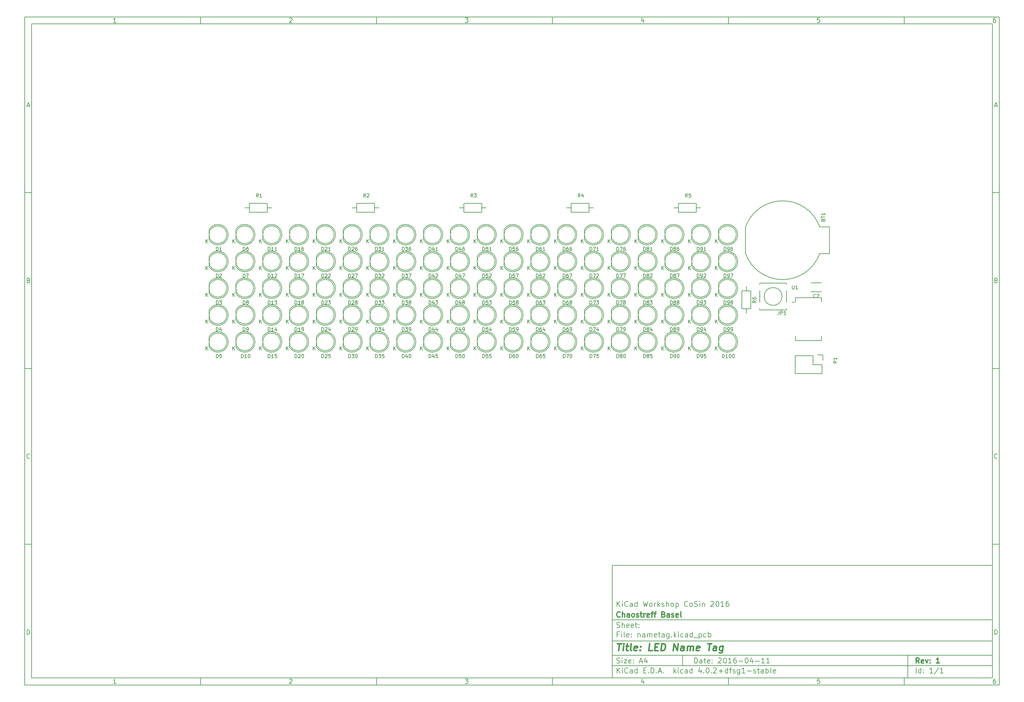
<source format=gbr>
G04 #@! TF.FileFunction,Legend,Top*
%FSLAX46Y46*%
G04 Gerber Fmt 4.6, Leading zero omitted, Abs format (unit mm)*
G04 Created by KiCad (PCBNEW 4.0.2+dfsg1-stable) date Fri 10 Jun 2016 09:08:50 CEST*
%MOMM*%
G01*
G04 APERTURE LIST*
%ADD10C,0.100000*%
%ADD11C,0.150000*%
%ADD12C,0.300000*%
%ADD13C,0.400000*%
%ADD14R,2.300000X2.400000*%
%ADD15C,2.300000*%
%ADD16C,2.400000*%
%ADD17R,1.700000X1.700000*%
%ADD18C,1.700000*%
%ADD19R,2.127200X2.127200*%
%ADD20O,2.127200X2.127200*%
%ADD21C,2.398980*%
%ADD22O,2.000000X2.000000*%
%ADD23C,1.797000*%
G04 APERTURE END LIST*
D10*
D11*
X177002200Y-166007200D02*
X177002200Y-198007200D01*
X285002200Y-198007200D01*
X285002200Y-166007200D01*
X177002200Y-166007200D01*
D10*
D11*
X10000000Y-10000000D02*
X10000000Y-200007200D01*
X287002200Y-200007200D01*
X287002200Y-10000000D01*
X10000000Y-10000000D01*
D10*
D11*
X12000000Y-12000000D02*
X12000000Y-198007200D01*
X285002200Y-198007200D01*
X285002200Y-12000000D01*
X12000000Y-12000000D01*
D10*
D11*
X60000000Y-12000000D02*
X60000000Y-10000000D01*
D10*
D11*
X110000000Y-12000000D02*
X110000000Y-10000000D01*
D10*
D11*
X160000000Y-12000000D02*
X160000000Y-10000000D01*
D10*
D11*
X210000000Y-12000000D02*
X210000000Y-10000000D01*
D10*
D11*
X260000000Y-12000000D02*
X260000000Y-10000000D01*
D10*
D11*
X35990476Y-11588095D02*
X35247619Y-11588095D01*
X35619048Y-11588095D02*
X35619048Y-10288095D01*
X35495238Y-10473810D01*
X35371429Y-10597619D01*
X35247619Y-10659524D01*
D10*
D11*
X85247619Y-10411905D02*
X85309524Y-10350000D01*
X85433333Y-10288095D01*
X85742857Y-10288095D01*
X85866667Y-10350000D01*
X85928571Y-10411905D01*
X85990476Y-10535714D01*
X85990476Y-10659524D01*
X85928571Y-10845238D01*
X85185714Y-11588095D01*
X85990476Y-11588095D01*
D10*
D11*
X135185714Y-10288095D02*
X135990476Y-10288095D01*
X135557143Y-10783333D01*
X135742857Y-10783333D01*
X135866667Y-10845238D01*
X135928571Y-10907143D01*
X135990476Y-11030952D01*
X135990476Y-11340476D01*
X135928571Y-11464286D01*
X135866667Y-11526190D01*
X135742857Y-11588095D01*
X135371429Y-11588095D01*
X135247619Y-11526190D01*
X135185714Y-11464286D01*
D10*
D11*
X185866667Y-10721429D02*
X185866667Y-11588095D01*
X185557143Y-10226190D02*
X185247619Y-11154762D01*
X186052381Y-11154762D01*
D10*
D11*
X235928571Y-10288095D02*
X235309524Y-10288095D01*
X235247619Y-10907143D01*
X235309524Y-10845238D01*
X235433333Y-10783333D01*
X235742857Y-10783333D01*
X235866667Y-10845238D01*
X235928571Y-10907143D01*
X235990476Y-11030952D01*
X235990476Y-11340476D01*
X235928571Y-11464286D01*
X235866667Y-11526190D01*
X235742857Y-11588095D01*
X235433333Y-11588095D01*
X235309524Y-11526190D01*
X235247619Y-11464286D01*
D10*
D11*
X285866667Y-10288095D02*
X285619048Y-10288095D01*
X285495238Y-10350000D01*
X285433333Y-10411905D01*
X285309524Y-10597619D01*
X285247619Y-10845238D01*
X285247619Y-11340476D01*
X285309524Y-11464286D01*
X285371429Y-11526190D01*
X285495238Y-11588095D01*
X285742857Y-11588095D01*
X285866667Y-11526190D01*
X285928571Y-11464286D01*
X285990476Y-11340476D01*
X285990476Y-11030952D01*
X285928571Y-10907143D01*
X285866667Y-10845238D01*
X285742857Y-10783333D01*
X285495238Y-10783333D01*
X285371429Y-10845238D01*
X285309524Y-10907143D01*
X285247619Y-11030952D01*
D10*
D11*
X60000000Y-198007200D02*
X60000000Y-200007200D01*
D10*
D11*
X110000000Y-198007200D02*
X110000000Y-200007200D01*
D10*
D11*
X160000000Y-198007200D02*
X160000000Y-200007200D01*
D10*
D11*
X210000000Y-198007200D02*
X210000000Y-200007200D01*
D10*
D11*
X260000000Y-198007200D02*
X260000000Y-200007200D01*
D10*
D11*
X35990476Y-199595295D02*
X35247619Y-199595295D01*
X35619048Y-199595295D02*
X35619048Y-198295295D01*
X35495238Y-198481010D01*
X35371429Y-198604819D01*
X35247619Y-198666724D01*
D10*
D11*
X85247619Y-198419105D02*
X85309524Y-198357200D01*
X85433333Y-198295295D01*
X85742857Y-198295295D01*
X85866667Y-198357200D01*
X85928571Y-198419105D01*
X85990476Y-198542914D01*
X85990476Y-198666724D01*
X85928571Y-198852438D01*
X85185714Y-199595295D01*
X85990476Y-199595295D01*
D10*
D11*
X135185714Y-198295295D02*
X135990476Y-198295295D01*
X135557143Y-198790533D01*
X135742857Y-198790533D01*
X135866667Y-198852438D01*
X135928571Y-198914343D01*
X135990476Y-199038152D01*
X135990476Y-199347676D01*
X135928571Y-199471486D01*
X135866667Y-199533390D01*
X135742857Y-199595295D01*
X135371429Y-199595295D01*
X135247619Y-199533390D01*
X135185714Y-199471486D01*
D10*
D11*
X185866667Y-198728629D02*
X185866667Y-199595295D01*
X185557143Y-198233390D02*
X185247619Y-199161962D01*
X186052381Y-199161962D01*
D10*
D11*
X235928571Y-198295295D02*
X235309524Y-198295295D01*
X235247619Y-198914343D01*
X235309524Y-198852438D01*
X235433333Y-198790533D01*
X235742857Y-198790533D01*
X235866667Y-198852438D01*
X235928571Y-198914343D01*
X235990476Y-199038152D01*
X235990476Y-199347676D01*
X235928571Y-199471486D01*
X235866667Y-199533390D01*
X235742857Y-199595295D01*
X235433333Y-199595295D01*
X235309524Y-199533390D01*
X235247619Y-199471486D01*
D10*
D11*
X285866667Y-198295295D02*
X285619048Y-198295295D01*
X285495238Y-198357200D01*
X285433333Y-198419105D01*
X285309524Y-198604819D01*
X285247619Y-198852438D01*
X285247619Y-199347676D01*
X285309524Y-199471486D01*
X285371429Y-199533390D01*
X285495238Y-199595295D01*
X285742857Y-199595295D01*
X285866667Y-199533390D01*
X285928571Y-199471486D01*
X285990476Y-199347676D01*
X285990476Y-199038152D01*
X285928571Y-198914343D01*
X285866667Y-198852438D01*
X285742857Y-198790533D01*
X285495238Y-198790533D01*
X285371429Y-198852438D01*
X285309524Y-198914343D01*
X285247619Y-199038152D01*
D10*
D11*
X10000000Y-60000000D02*
X12000000Y-60000000D01*
D10*
D11*
X10000000Y-110000000D02*
X12000000Y-110000000D01*
D10*
D11*
X10000000Y-160000000D02*
X12000000Y-160000000D01*
D10*
D11*
X10690476Y-35216667D02*
X11309524Y-35216667D01*
X10566667Y-35588095D02*
X11000000Y-34288095D01*
X11433333Y-35588095D01*
D10*
D11*
X11092857Y-84907143D02*
X11278571Y-84969048D01*
X11340476Y-85030952D01*
X11402381Y-85154762D01*
X11402381Y-85340476D01*
X11340476Y-85464286D01*
X11278571Y-85526190D01*
X11154762Y-85588095D01*
X10659524Y-85588095D01*
X10659524Y-84288095D01*
X11092857Y-84288095D01*
X11216667Y-84350000D01*
X11278571Y-84411905D01*
X11340476Y-84535714D01*
X11340476Y-84659524D01*
X11278571Y-84783333D01*
X11216667Y-84845238D01*
X11092857Y-84907143D01*
X10659524Y-84907143D01*
D10*
D11*
X11402381Y-135464286D02*
X11340476Y-135526190D01*
X11154762Y-135588095D01*
X11030952Y-135588095D01*
X10845238Y-135526190D01*
X10721429Y-135402381D01*
X10659524Y-135278571D01*
X10597619Y-135030952D01*
X10597619Y-134845238D01*
X10659524Y-134597619D01*
X10721429Y-134473810D01*
X10845238Y-134350000D01*
X11030952Y-134288095D01*
X11154762Y-134288095D01*
X11340476Y-134350000D01*
X11402381Y-134411905D01*
D10*
D11*
X10659524Y-185588095D02*
X10659524Y-184288095D01*
X10969048Y-184288095D01*
X11154762Y-184350000D01*
X11278571Y-184473810D01*
X11340476Y-184597619D01*
X11402381Y-184845238D01*
X11402381Y-185030952D01*
X11340476Y-185278571D01*
X11278571Y-185402381D01*
X11154762Y-185526190D01*
X10969048Y-185588095D01*
X10659524Y-185588095D01*
D10*
D11*
X287002200Y-60000000D02*
X285002200Y-60000000D01*
D10*
D11*
X287002200Y-110000000D02*
X285002200Y-110000000D01*
D10*
D11*
X287002200Y-160000000D02*
X285002200Y-160000000D01*
D10*
D11*
X285692676Y-35216667D02*
X286311724Y-35216667D01*
X285568867Y-35588095D02*
X286002200Y-34288095D01*
X286435533Y-35588095D01*
D10*
D11*
X286095057Y-84907143D02*
X286280771Y-84969048D01*
X286342676Y-85030952D01*
X286404581Y-85154762D01*
X286404581Y-85340476D01*
X286342676Y-85464286D01*
X286280771Y-85526190D01*
X286156962Y-85588095D01*
X285661724Y-85588095D01*
X285661724Y-84288095D01*
X286095057Y-84288095D01*
X286218867Y-84350000D01*
X286280771Y-84411905D01*
X286342676Y-84535714D01*
X286342676Y-84659524D01*
X286280771Y-84783333D01*
X286218867Y-84845238D01*
X286095057Y-84907143D01*
X285661724Y-84907143D01*
D10*
D11*
X286404581Y-135464286D02*
X286342676Y-135526190D01*
X286156962Y-135588095D01*
X286033152Y-135588095D01*
X285847438Y-135526190D01*
X285723629Y-135402381D01*
X285661724Y-135278571D01*
X285599819Y-135030952D01*
X285599819Y-134845238D01*
X285661724Y-134597619D01*
X285723629Y-134473810D01*
X285847438Y-134350000D01*
X286033152Y-134288095D01*
X286156962Y-134288095D01*
X286342676Y-134350000D01*
X286404581Y-134411905D01*
D10*
D11*
X285661724Y-185588095D02*
X285661724Y-184288095D01*
X285971248Y-184288095D01*
X286156962Y-184350000D01*
X286280771Y-184473810D01*
X286342676Y-184597619D01*
X286404581Y-184845238D01*
X286404581Y-185030952D01*
X286342676Y-185278571D01*
X286280771Y-185402381D01*
X286156962Y-185526190D01*
X285971248Y-185588095D01*
X285661724Y-185588095D01*
D10*
D11*
X200359343Y-193785771D02*
X200359343Y-192285771D01*
X200716486Y-192285771D01*
X200930771Y-192357200D01*
X201073629Y-192500057D01*
X201145057Y-192642914D01*
X201216486Y-192928629D01*
X201216486Y-193142914D01*
X201145057Y-193428629D01*
X201073629Y-193571486D01*
X200930771Y-193714343D01*
X200716486Y-193785771D01*
X200359343Y-193785771D01*
X202502200Y-193785771D02*
X202502200Y-193000057D01*
X202430771Y-192857200D01*
X202287914Y-192785771D01*
X202002200Y-192785771D01*
X201859343Y-192857200D01*
X202502200Y-193714343D02*
X202359343Y-193785771D01*
X202002200Y-193785771D01*
X201859343Y-193714343D01*
X201787914Y-193571486D01*
X201787914Y-193428629D01*
X201859343Y-193285771D01*
X202002200Y-193214343D01*
X202359343Y-193214343D01*
X202502200Y-193142914D01*
X203002200Y-192785771D02*
X203573629Y-192785771D01*
X203216486Y-192285771D02*
X203216486Y-193571486D01*
X203287914Y-193714343D01*
X203430772Y-193785771D01*
X203573629Y-193785771D01*
X204645057Y-193714343D02*
X204502200Y-193785771D01*
X204216486Y-193785771D01*
X204073629Y-193714343D01*
X204002200Y-193571486D01*
X204002200Y-193000057D01*
X204073629Y-192857200D01*
X204216486Y-192785771D01*
X204502200Y-192785771D01*
X204645057Y-192857200D01*
X204716486Y-193000057D01*
X204716486Y-193142914D01*
X204002200Y-193285771D01*
X205359343Y-193642914D02*
X205430771Y-193714343D01*
X205359343Y-193785771D01*
X205287914Y-193714343D01*
X205359343Y-193642914D01*
X205359343Y-193785771D01*
X205359343Y-192857200D02*
X205430771Y-192928629D01*
X205359343Y-193000057D01*
X205287914Y-192928629D01*
X205359343Y-192857200D01*
X205359343Y-193000057D01*
X207145057Y-192428629D02*
X207216486Y-192357200D01*
X207359343Y-192285771D01*
X207716486Y-192285771D01*
X207859343Y-192357200D01*
X207930772Y-192428629D01*
X208002200Y-192571486D01*
X208002200Y-192714343D01*
X207930772Y-192928629D01*
X207073629Y-193785771D01*
X208002200Y-193785771D01*
X208930771Y-192285771D02*
X209073628Y-192285771D01*
X209216485Y-192357200D01*
X209287914Y-192428629D01*
X209359343Y-192571486D01*
X209430771Y-192857200D01*
X209430771Y-193214343D01*
X209359343Y-193500057D01*
X209287914Y-193642914D01*
X209216485Y-193714343D01*
X209073628Y-193785771D01*
X208930771Y-193785771D01*
X208787914Y-193714343D01*
X208716485Y-193642914D01*
X208645057Y-193500057D01*
X208573628Y-193214343D01*
X208573628Y-192857200D01*
X208645057Y-192571486D01*
X208716485Y-192428629D01*
X208787914Y-192357200D01*
X208930771Y-192285771D01*
X210859342Y-193785771D02*
X210002199Y-193785771D01*
X210430771Y-193785771D02*
X210430771Y-192285771D01*
X210287914Y-192500057D01*
X210145056Y-192642914D01*
X210002199Y-192714343D01*
X212145056Y-192285771D02*
X211859342Y-192285771D01*
X211716485Y-192357200D01*
X211645056Y-192428629D01*
X211502199Y-192642914D01*
X211430770Y-192928629D01*
X211430770Y-193500057D01*
X211502199Y-193642914D01*
X211573627Y-193714343D01*
X211716485Y-193785771D01*
X212002199Y-193785771D01*
X212145056Y-193714343D01*
X212216485Y-193642914D01*
X212287913Y-193500057D01*
X212287913Y-193142914D01*
X212216485Y-193000057D01*
X212145056Y-192928629D01*
X212002199Y-192857200D01*
X211716485Y-192857200D01*
X211573627Y-192928629D01*
X211502199Y-193000057D01*
X211430770Y-193142914D01*
X212930770Y-193214343D02*
X214073627Y-193214343D01*
X215073627Y-192285771D02*
X215216484Y-192285771D01*
X215359341Y-192357200D01*
X215430770Y-192428629D01*
X215502199Y-192571486D01*
X215573627Y-192857200D01*
X215573627Y-193214343D01*
X215502199Y-193500057D01*
X215430770Y-193642914D01*
X215359341Y-193714343D01*
X215216484Y-193785771D01*
X215073627Y-193785771D01*
X214930770Y-193714343D01*
X214859341Y-193642914D01*
X214787913Y-193500057D01*
X214716484Y-193214343D01*
X214716484Y-192857200D01*
X214787913Y-192571486D01*
X214859341Y-192428629D01*
X214930770Y-192357200D01*
X215073627Y-192285771D01*
X216859341Y-192785771D02*
X216859341Y-193785771D01*
X216502198Y-192214343D02*
X216145055Y-193285771D01*
X217073627Y-193285771D01*
X217645055Y-193214343D02*
X218787912Y-193214343D01*
X220287912Y-193785771D02*
X219430769Y-193785771D01*
X219859341Y-193785771D02*
X219859341Y-192285771D01*
X219716484Y-192500057D01*
X219573626Y-192642914D01*
X219430769Y-192714343D01*
X221716483Y-193785771D02*
X220859340Y-193785771D01*
X221287912Y-193785771D02*
X221287912Y-192285771D01*
X221145055Y-192500057D01*
X221002197Y-192642914D01*
X220859340Y-192714343D01*
D10*
D11*
X177002200Y-194507200D02*
X285002200Y-194507200D01*
D10*
D11*
X178359343Y-196585771D02*
X178359343Y-195085771D01*
X179216486Y-196585771D02*
X178573629Y-195728629D01*
X179216486Y-195085771D02*
X178359343Y-195942914D01*
X179859343Y-196585771D02*
X179859343Y-195585771D01*
X179859343Y-195085771D02*
X179787914Y-195157200D01*
X179859343Y-195228629D01*
X179930771Y-195157200D01*
X179859343Y-195085771D01*
X179859343Y-195228629D01*
X181430772Y-196442914D02*
X181359343Y-196514343D01*
X181145057Y-196585771D01*
X181002200Y-196585771D01*
X180787915Y-196514343D01*
X180645057Y-196371486D01*
X180573629Y-196228629D01*
X180502200Y-195942914D01*
X180502200Y-195728629D01*
X180573629Y-195442914D01*
X180645057Y-195300057D01*
X180787915Y-195157200D01*
X181002200Y-195085771D01*
X181145057Y-195085771D01*
X181359343Y-195157200D01*
X181430772Y-195228629D01*
X182716486Y-196585771D02*
X182716486Y-195800057D01*
X182645057Y-195657200D01*
X182502200Y-195585771D01*
X182216486Y-195585771D01*
X182073629Y-195657200D01*
X182716486Y-196514343D02*
X182573629Y-196585771D01*
X182216486Y-196585771D01*
X182073629Y-196514343D01*
X182002200Y-196371486D01*
X182002200Y-196228629D01*
X182073629Y-196085771D01*
X182216486Y-196014343D01*
X182573629Y-196014343D01*
X182716486Y-195942914D01*
X184073629Y-196585771D02*
X184073629Y-195085771D01*
X184073629Y-196514343D02*
X183930772Y-196585771D01*
X183645058Y-196585771D01*
X183502200Y-196514343D01*
X183430772Y-196442914D01*
X183359343Y-196300057D01*
X183359343Y-195871486D01*
X183430772Y-195728629D01*
X183502200Y-195657200D01*
X183645058Y-195585771D01*
X183930772Y-195585771D01*
X184073629Y-195657200D01*
X185930772Y-195800057D02*
X186430772Y-195800057D01*
X186645058Y-196585771D02*
X185930772Y-196585771D01*
X185930772Y-195085771D01*
X186645058Y-195085771D01*
X187287915Y-196442914D02*
X187359343Y-196514343D01*
X187287915Y-196585771D01*
X187216486Y-196514343D01*
X187287915Y-196442914D01*
X187287915Y-196585771D01*
X188002201Y-196585771D02*
X188002201Y-195085771D01*
X188359344Y-195085771D01*
X188573629Y-195157200D01*
X188716487Y-195300057D01*
X188787915Y-195442914D01*
X188859344Y-195728629D01*
X188859344Y-195942914D01*
X188787915Y-196228629D01*
X188716487Y-196371486D01*
X188573629Y-196514343D01*
X188359344Y-196585771D01*
X188002201Y-196585771D01*
X189502201Y-196442914D02*
X189573629Y-196514343D01*
X189502201Y-196585771D01*
X189430772Y-196514343D01*
X189502201Y-196442914D01*
X189502201Y-196585771D01*
X190145058Y-196157200D02*
X190859344Y-196157200D01*
X190002201Y-196585771D02*
X190502201Y-195085771D01*
X191002201Y-196585771D01*
X191502201Y-196442914D02*
X191573629Y-196514343D01*
X191502201Y-196585771D01*
X191430772Y-196514343D01*
X191502201Y-196442914D01*
X191502201Y-196585771D01*
X194502201Y-196585771D02*
X194502201Y-195085771D01*
X194645058Y-196014343D02*
X195073629Y-196585771D01*
X195073629Y-195585771D02*
X194502201Y-196157200D01*
X195716487Y-196585771D02*
X195716487Y-195585771D01*
X195716487Y-195085771D02*
X195645058Y-195157200D01*
X195716487Y-195228629D01*
X195787915Y-195157200D01*
X195716487Y-195085771D01*
X195716487Y-195228629D01*
X197073630Y-196514343D02*
X196930773Y-196585771D01*
X196645059Y-196585771D01*
X196502201Y-196514343D01*
X196430773Y-196442914D01*
X196359344Y-196300057D01*
X196359344Y-195871486D01*
X196430773Y-195728629D01*
X196502201Y-195657200D01*
X196645059Y-195585771D01*
X196930773Y-195585771D01*
X197073630Y-195657200D01*
X198359344Y-196585771D02*
X198359344Y-195800057D01*
X198287915Y-195657200D01*
X198145058Y-195585771D01*
X197859344Y-195585771D01*
X197716487Y-195657200D01*
X198359344Y-196514343D02*
X198216487Y-196585771D01*
X197859344Y-196585771D01*
X197716487Y-196514343D01*
X197645058Y-196371486D01*
X197645058Y-196228629D01*
X197716487Y-196085771D01*
X197859344Y-196014343D01*
X198216487Y-196014343D01*
X198359344Y-195942914D01*
X199716487Y-196585771D02*
X199716487Y-195085771D01*
X199716487Y-196514343D02*
X199573630Y-196585771D01*
X199287916Y-196585771D01*
X199145058Y-196514343D01*
X199073630Y-196442914D01*
X199002201Y-196300057D01*
X199002201Y-195871486D01*
X199073630Y-195728629D01*
X199145058Y-195657200D01*
X199287916Y-195585771D01*
X199573630Y-195585771D01*
X199716487Y-195657200D01*
X202216487Y-195585771D02*
X202216487Y-196585771D01*
X201859344Y-195014343D02*
X201502201Y-196085771D01*
X202430773Y-196085771D01*
X203002201Y-196442914D02*
X203073629Y-196514343D01*
X203002201Y-196585771D01*
X202930772Y-196514343D01*
X203002201Y-196442914D01*
X203002201Y-196585771D01*
X204002201Y-195085771D02*
X204145058Y-195085771D01*
X204287915Y-195157200D01*
X204359344Y-195228629D01*
X204430773Y-195371486D01*
X204502201Y-195657200D01*
X204502201Y-196014343D01*
X204430773Y-196300057D01*
X204359344Y-196442914D01*
X204287915Y-196514343D01*
X204145058Y-196585771D01*
X204002201Y-196585771D01*
X203859344Y-196514343D01*
X203787915Y-196442914D01*
X203716487Y-196300057D01*
X203645058Y-196014343D01*
X203645058Y-195657200D01*
X203716487Y-195371486D01*
X203787915Y-195228629D01*
X203859344Y-195157200D01*
X204002201Y-195085771D01*
X205145058Y-196442914D02*
X205216486Y-196514343D01*
X205145058Y-196585771D01*
X205073629Y-196514343D01*
X205145058Y-196442914D01*
X205145058Y-196585771D01*
X205787915Y-195228629D02*
X205859344Y-195157200D01*
X206002201Y-195085771D01*
X206359344Y-195085771D01*
X206502201Y-195157200D01*
X206573630Y-195228629D01*
X206645058Y-195371486D01*
X206645058Y-195514343D01*
X206573630Y-195728629D01*
X205716487Y-196585771D01*
X206645058Y-196585771D01*
X207287915Y-196014343D02*
X208430772Y-196014343D01*
X207859343Y-196585771D02*
X207859343Y-195442914D01*
X209787915Y-196585771D02*
X209787915Y-195085771D01*
X209787915Y-196514343D02*
X209645058Y-196585771D01*
X209359344Y-196585771D01*
X209216486Y-196514343D01*
X209145058Y-196442914D01*
X209073629Y-196300057D01*
X209073629Y-195871486D01*
X209145058Y-195728629D01*
X209216486Y-195657200D01*
X209359344Y-195585771D01*
X209645058Y-195585771D01*
X209787915Y-195657200D01*
X210287915Y-195585771D02*
X210859344Y-195585771D01*
X210502201Y-196585771D02*
X210502201Y-195300057D01*
X210573629Y-195157200D01*
X210716487Y-195085771D01*
X210859344Y-195085771D01*
X211287915Y-196514343D02*
X211430772Y-196585771D01*
X211716487Y-196585771D01*
X211859344Y-196514343D01*
X211930772Y-196371486D01*
X211930772Y-196300057D01*
X211859344Y-196157200D01*
X211716487Y-196085771D01*
X211502201Y-196085771D01*
X211359344Y-196014343D01*
X211287915Y-195871486D01*
X211287915Y-195800057D01*
X211359344Y-195657200D01*
X211502201Y-195585771D01*
X211716487Y-195585771D01*
X211859344Y-195657200D01*
X213216487Y-195585771D02*
X213216487Y-196800057D01*
X213145058Y-196942914D01*
X213073630Y-197014343D01*
X212930773Y-197085771D01*
X212716487Y-197085771D01*
X212573630Y-197014343D01*
X213216487Y-196514343D02*
X213073630Y-196585771D01*
X212787916Y-196585771D01*
X212645058Y-196514343D01*
X212573630Y-196442914D01*
X212502201Y-196300057D01*
X212502201Y-195871486D01*
X212573630Y-195728629D01*
X212645058Y-195657200D01*
X212787916Y-195585771D01*
X213073630Y-195585771D01*
X213216487Y-195657200D01*
X214716487Y-196585771D02*
X213859344Y-196585771D01*
X214287916Y-196585771D02*
X214287916Y-195085771D01*
X214145059Y-195300057D01*
X214002201Y-195442914D01*
X213859344Y-195514343D01*
X215359344Y-196014343D02*
X216502201Y-196014343D01*
X217145058Y-196514343D02*
X217287915Y-196585771D01*
X217573630Y-196585771D01*
X217716487Y-196514343D01*
X217787915Y-196371486D01*
X217787915Y-196300057D01*
X217716487Y-196157200D01*
X217573630Y-196085771D01*
X217359344Y-196085771D01*
X217216487Y-196014343D01*
X217145058Y-195871486D01*
X217145058Y-195800057D01*
X217216487Y-195657200D01*
X217359344Y-195585771D01*
X217573630Y-195585771D01*
X217716487Y-195657200D01*
X218216487Y-195585771D02*
X218787916Y-195585771D01*
X218430773Y-195085771D02*
X218430773Y-196371486D01*
X218502201Y-196514343D01*
X218645059Y-196585771D01*
X218787916Y-196585771D01*
X219930773Y-196585771D02*
X219930773Y-195800057D01*
X219859344Y-195657200D01*
X219716487Y-195585771D01*
X219430773Y-195585771D01*
X219287916Y-195657200D01*
X219930773Y-196514343D02*
X219787916Y-196585771D01*
X219430773Y-196585771D01*
X219287916Y-196514343D01*
X219216487Y-196371486D01*
X219216487Y-196228629D01*
X219287916Y-196085771D01*
X219430773Y-196014343D01*
X219787916Y-196014343D01*
X219930773Y-195942914D01*
X220645059Y-196585771D02*
X220645059Y-195085771D01*
X220645059Y-195657200D02*
X220787916Y-195585771D01*
X221073630Y-195585771D01*
X221216487Y-195657200D01*
X221287916Y-195728629D01*
X221359345Y-195871486D01*
X221359345Y-196300057D01*
X221287916Y-196442914D01*
X221216487Y-196514343D01*
X221073630Y-196585771D01*
X220787916Y-196585771D01*
X220645059Y-196514343D01*
X222216488Y-196585771D02*
X222073630Y-196514343D01*
X222002202Y-196371486D01*
X222002202Y-195085771D01*
X223359344Y-196514343D02*
X223216487Y-196585771D01*
X222930773Y-196585771D01*
X222787916Y-196514343D01*
X222716487Y-196371486D01*
X222716487Y-195800057D01*
X222787916Y-195657200D01*
X222930773Y-195585771D01*
X223216487Y-195585771D01*
X223359344Y-195657200D01*
X223430773Y-195800057D01*
X223430773Y-195942914D01*
X222716487Y-196085771D01*
D10*
D11*
X177002200Y-191507200D02*
X285002200Y-191507200D01*
D10*
D12*
X264216486Y-193785771D02*
X263716486Y-193071486D01*
X263359343Y-193785771D02*
X263359343Y-192285771D01*
X263930771Y-192285771D01*
X264073629Y-192357200D01*
X264145057Y-192428629D01*
X264216486Y-192571486D01*
X264216486Y-192785771D01*
X264145057Y-192928629D01*
X264073629Y-193000057D01*
X263930771Y-193071486D01*
X263359343Y-193071486D01*
X265430771Y-193714343D02*
X265287914Y-193785771D01*
X265002200Y-193785771D01*
X264859343Y-193714343D01*
X264787914Y-193571486D01*
X264787914Y-193000057D01*
X264859343Y-192857200D01*
X265002200Y-192785771D01*
X265287914Y-192785771D01*
X265430771Y-192857200D01*
X265502200Y-193000057D01*
X265502200Y-193142914D01*
X264787914Y-193285771D01*
X266002200Y-192785771D02*
X266359343Y-193785771D01*
X266716485Y-192785771D01*
X267287914Y-193642914D02*
X267359342Y-193714343D01*
X267287914Y-193785771D01*
X267216485Y-193714343D01*
X267287914Y-193642914D01*
X267287914Y-193785771D01*
X267287914Y-192857200D02*
X267359342Y-192928629D01*
X267287914Y-193000057D01*
X267216485Y-192928629D01*
X267287914Y-192857200D01*
X267287914Y-193000057D01*
X269930771Y-193785771D02*
X269073628Y-193785771D01*
X269502200Y-193785771D02*
X269502200Y-192285771D01*
X269359343Y-192500057D01*
X269216485Y-192642914D01*
X269073628Y-192714343D01*
D10*
D11*
X178287914Y-193714343D02*
X178502200Y-193785771D01*
X178859343Y-193785771D01*
X179002200Y-193714343D01*
X179073629Y-193642914D01*
X179145057Y-193500057D01*
X179145057Y-193357200D01*
X179073629Y-193214343D01*
X179002200Y-193142914D01*
X178859343Y-193071486D01*
X178573629Y-193000057D01*
X178430771Y-192928629D01*
X178359343Y-192857200D01*
X178287914Y-192714343D01*
X178287914Y-192571486D01*
X178359343Y-192428629D01*
X178430771Y-192357200D01*
X178573629Y-192285771D01*
X178930771Y-192285771D01*
X179145057Y-192357200D01*
X179787914Y-193785771D02*
X179787914Y-192785771D01*
X179787914Y-192285771D02*
X179716485Y-192357200D01*
X179787914Y-192428629D01*
X179859342Y-192357200D01*
X179787914Y-192285771D01*
X179787914Y-192428629D01*
X180359343Y-192785771D02*
X181145057Y-192785771D01*
X180359343Y-193785771D01*
X181145057Y-193785771D01*
X182287914Y-193714343D02*
X182145057Y-193785771D01*
X181859343Y-193785771D01*
X181716486Y-193714343D01*
X181645057Y-193571486D01*
X181645057Y-193000057D01*
X181716486Y-192857200D01*
X181859343Y-192785771D01*
X182145057Y-192785771D01*
X182287914Y-192857200D01*
X182359343Y-193000057D01*
X182359343Y-193142914D01*
X181645057Y-193285771D01*
X183002200Y-193642914D02*
X183073628Y-193714343D01*
X183002200Y-193785771D01*
X182930771Y-193714343D01*
X183002200Y-193642914D01*
X183002200Y-193785771D01*
X183002200Y-192857200D02*
X183073628Y-192928629D01*
X183002200Y-193000057D01*
X182930771Y-192928629D01*
X183002200Y-192857200D01*
X183002200Y-193000057D01*
X184787914Y-193357200D02*
X185502200Y-193357200D01*
X184645057Y-193785771D02*
X185145057Y-192285771D01*
X185645057Y-193785771D01*
X186787914Y-192785771D02*
X186787914Y-193785771D01*
X186430771Y-192214343D02*
X186073628Y-193285771D01*
X187002200Y-193285771D01*
D10*
D11*
X263359343Y-196585771D02*
X263359343Y-195085771D01*
X264716486Y-196585771D02*
X264716486Y-195085771D01*
X264716486Y-196514343D02*
X264573629Y-196585771D01*
X264287915Y-196585771D01*
X264145057Y-196514343D01*
X264073629Y-196442914D01*
X264002200Y-196300057D01*
X264002200Y-195871486D01*
X264073629Y-195728629D01*
X264145057Y-195657200D01*
X264287915Y-195585771D01*
X264573629Y-195585771D01*
X264716486Y-195657200D01*
X265430772Y-196442914D02*
X265502200Y-196514343D01*
X265430772Y-196585771D01*
X265359343Y-196514343D01*
X265430772Y-196442914D01*
X265430772Y-196585771D01*
X265430772Y-195657200D02*
X265502200Y-195728629D01*
X265430772Y-195800057D01*
X265359343Y-195728629D01*
X265430772Y-195657200D01*
X265430772Y-195800057D01*
X268073629Y-196585771D02*
X267216486Y-196585771D01*
X267645058Y-196585771D02*
X267645058Y-195085771D01*
X267502201Y-195300057D01*
X267359343Y-195442914D01*
X267216486Y-195514343D01*
X269787914Y-195014343D02*
X268502200Y-196942914D01*
X271073629Y-196585771D02*
X270216486Y-196585771D01*
X270645058Y-196585771D02*
X270645058Y-195085771D01*
X270502201Y-195300057D01*
X270359343Y-195442914D01*
X270216486Y-195514343D01*
D10*
D11*
X177002200Y-187507200D02*
X285002200Y-187507200D01*
D10*
D13*
X178454581Y-188211962D02*
X179597438Y-188211962D01*
X178776010Y-190211962D02*
X179026010Y-188211962D01*
X180014105Y-190211962D02*
X180180771Y-188878629D01*
X180264105Y-188211962D02*
X180156962Y-188307200D01*
X180240295Y-188402438D01*
X180347439Y-188307200D01*
X180264105Y-188211962D01*
X180240295Y-188402438D01*
X180847438Y-188878629D02*
X181609343Y-188878629D01*
X181216486Y-188211962D02*
X181002200Y-189926248D01*
X181073630Y-190116724D01*
X181252201Y-190211962D01*
X181442677Y-190211962D01*
X182395058Y-190211962D02*
X182216487Y-190116724D01*
X182145057Y-189926248D01*
X182359343Y-188211962D01*
X183930772Y-190116724D02*
X183728391Y-190211962D01*
X183347439Y-190211962D01*
X183168867Y-190116724D01*
X183097438Y-189926248D01*
X183192676Y-189164343D01*
X183311724Y-188973867D01*
X183514105Y-188878629D01*
X183895057Y-188878629D01*
X184073629Y-188973867D01*
X184145057Y-189164343D01*
X184121248Y-189354819D01*
X183145057Y-189545295D01*
X184895057Y-190021486D02*
X184978392Y-190116724D01*
X184871248Y-190211962D01*
X184787915Y-190116724D01*
X184895057Y-190021486D01*
X184871248Y-190211962D01*
X185026010Y-188973867D02*
X185109344Y-189069105D01*
X185002200Y-189164343D01*
X184918867Y-189069105D01*
X185026010Y-188973867D01*
X185002200Y-189164343D01*
X188299820Y-190211962D02*
X187347439Y-190211962D01*
X187597439Y-188211962D01*
X189097439Y-189164343D02*
X189764106Y-189164343D01*
X189918868Y-190211962D02*
X188966487Y-190211962D01*
X189216487Y-188211962D01*
X190168868Y-188211962D01*
X190776011Y-190211962D02*
X191026011Y-188211962D01*
X191502202Y-188211962D01*
X191776011Y-188307200D01*
X191942678Y-188497676D01*
X192014107Y-188688152D01*
X192061726Y-189069105D01*
X192026012Y-189354819D01*
X191883155Y-189735771D01*
X191764106Y-189926248D01*
X191549821Y-190116724D01*
X191252202Y-190211962D01*
X190776011Y-190211962D01*
X194299821Y-190211962D02*
X194549821Y-188211962D01*
X195442679Y-190211962D01*
X195692679Y-188211962D01*
X197252202Y-190211962D02*
X197383154Y-189164343D01*
X197311726Y-188973867D01*
X197133154Y-188878629D01*
X196752202Y-188878629D01*
X196549821Y-188973867D01*
X197264107Y-190116724D02*
X197061726Y-190211962D01*
X196585536Y-190211962D01*
X196406964Y-190116724D01*
X196335535Y-189926248D01*
X196359345Y-189735771D01*
X196478392Y-189545295D01*
X196680774Y-189450057D01*
X197156964Y-189450057D01*
X197359345Y-189354819D01*
X198204583Y-190211962D02*
X198371249Y-188878629D01*
X198347440Y-189069105D02*
X198454584Y-188973867D01*
X198656964Y-188878629D01*
X198942678Y-188878629D01*
X199121250Y-188973867D01*
X199192678Y-189164343D01*
X199061726Y-190211962D01*
X199192678Y-189164343D02*
X199311726Y-188973867D01*
X199514107Y-188878629D01*
X199799821Y-188878629D01*
X199978393Y-188973867D01*
X200049821Y-189164343D01*
X199918869Y-190211962D01*
X201645060Y-190116724D02*
X201442679Y-190211962D01*
X201061727Y-190211962D01*
X200883155Y-190116724D01*
X200811726Y-189926248D01*
X200906964Y-189164343D01*
X201026012Y-188973867D01*
X201228393Y-188878629D01*
X201609345Y-188878629D01*
X201787917Y-188973867D01*
X201859345Y-189164343D01*
X201835536Y-189354819D01*
X200859345Y-189545295D01*
X204073632Y-188211962D02*
X205216489Y-188211962D01*
X204395061Y-190211962D02*
X204645061Y-188211962D01*
X206490299Y-190211962D02*
X206621251Y-189164343D01*
X206549823Y-188973867D01*
X206371251Y-188878629D01*
X205990299Y-188878629D01*
X205787918Y-188973867D01*
X206502204Y-190116724D02*
X206299823Y-190211962D01*
X205823633Y-190211962D01*
X205645061Y-190116724D01*
X205573632Y-189926248D01*
X205597442Y-189735771D01*
X205716489Y-189545295D01*
X205918871Y-189450057D01*
X206395061Y-189450057D01*
X206597442Y-189354819D01*
X208466489Y-188878629D02*
X208264108Y-190497676D01*
X208145061Y-190688152D01*
X208037918Y-190783390D01*
X207835537Y-190878629D01*
X207549823Y-190878629D01*
X207371251Y-190783390D01*
X208311728Y-190116724D02*
X208109347Y-190211962D01*
X207728395Y-190211962D01*
X207549824Y-190116724D01*
X207466489Y-190021486D01*
X207395061Y-189831010D01*
X207466489Y-189259581D01*
X207585537Y-189069105D01*
X207692681Y-188973867D01*
X207895061Y-188878629D01*
X208276013Y-188878629D01*
X208454585Y-188973867D01*
D10*
D11*
X178859343Y-185600057D02*
X178359343Y-185600057D01*
X178359343Y-186385771D02*
X178359343Y-184885771D01*
X179073629Y-184885771D01*
X179645057Y-186385771D02*
X179645057Y-185385771D01*
X179645057Y-184885771D02*
X179573628Y-184957200D01*
X179645057Y-185028629D01*
X179716485Y-184957200D01*
X179645057Y-184885771D01*
X179645057Y-185028629D01*
X180573629Y-186385771D02*
X180430771Y-186314343D01*
X180359343Y-186171486D01*
X180359343Y-184885771D01*
X181716485Y-186314343D02*
X181573628Y-186385771D01*
X181287914Y-186385771D01*
X181145057Y-186314343D01*
X181073628Y-186171486D01*
X181073628Y-185600057D01*
X181145057Y-185457200D01*
X181287914Y-185385771D01*
X181573628Y-185385771D01*
X181716485Y-185457200D01*
X181787914Y-185600057D01*
X181787914Y-185742914D01*
X181073628Y-185885771D01*
X182430771Y-186242914D02*
X182502199Y-186314343D01*
X182430771Y-186385771D01*
X182359342Y-186314343D01*
X182430771Y-186242914D01*
X182430771Y-186385771D01*
X182430771Y-185457200D02*
X182502199Y-185528629D01*
X182430771Y-185600057D01*
X182359342Y-185528629D01*
X182430771Y-185457200D01*
X182430771Y-185600057D01*
X184287914Y-185385771D02*
X184287914Y-186385771D01*
X184287914Y-185528629D02*
X184359342Y-185457200D01*
X184502200Y-185385771D01*
X184716485Y-185385771D01*
X184859342Y-185457200D01*
X184930771Y-185600057D01*
X184930771Y-186385771D01*
X186287914Y-186385771D02*
X186287914Y-185600057D01*
X186216485Y-185457200D01*
X186073628Y-185385771D01*
X185787914Y-185385771D01*
X185645057Y-185457200D01*
X186287914Y-186314343D02*
X186145057Y-186385771D01*
X185787914Y-186385771D01*
X185645057Y-186314343D01*
X185573628Y-186171486D01*
X185573628Y-186028629D01*
X185645057Y-185885771D01*
X185787914Y-185814343D01*
X186145057Y-185814343D01*
X186287914Y-185742914D01*
X187002200Y-186385771D02*
X187002200Y-185385771D01*
X187002200Y-185528629D02*
X187073628Y-185457200D01*
X187216486Y-185385771D01*
X187430771Y-185385771D01*
X187573628Y-185457200D01*
X187645057Y-185600057D01*
X187645057Y-186385771D01*
X187645057Y-185600057D02*
X187716486Y-185457200D01*
X187859343Y-185385771D01*
X188073628Y-185385771D01*
X188216486Y-185457200D01*
X188287914Y-185600057D01*
X188287914Y-186385771D01*
X189573628Y-186314343D02*
X189430771Y-186385771D01*
X189145057Y-186385771D01*
X189002200Y-186314343D01*
X188930771Y-186171486D01*
X188930771Y-185600057D01*
X189002200Y-185457200D01*
X189145057Y-185385771D01*
X189430771Y-185385771D01*
X189573628Y-185457200D01*
X189645057Y-185600057D01*
X189645057Y-185742914D01*
X188930771Y-185885771D01*
X190073628Y-185385771D02*
X190645057Y-185385771D01*
X190287914Y-184885771D02*
X190287914Y-186171486D01*
X190359342Y-186314343D01*
X190502200Y-186385771D01*
X190645057Y-186385771D01*
X191787914Y-186385771D02*
X191787914Y-185600057D01*
X191716485Y-185457200D01*
X191573628Y-185385771D01*
X191287914Y-185385771D01*
X191145057Y-185457200D01*
X191787914Y-186314343D02*
X191645057Y-186385771D01*
X191287914Y-186385771D01*
X191145057Y-186314343D01*
X191073628Y-186171486D01*
X191073628Y-186028629D01*
X191145057Y-185885771D01*
X191287914Y-185814343D01*
X191645057Y-185814343D01*
X191787914Y-185742914D01*
X193145057Y-185385771D02*
X193145057Y-186600057D01*
X193073628Y-186742914D01*
X193002200Y-186814343D01*
X192859343Y-186885771D01*
X192645057Y-186885771D01*
X192502200Y-186814343D01*
X193145057Y-186314343D02*
X193002200Y-186385771D01*
X192716486Y-186385771D01*
X192573628Y-186314343D01*
X192502200Y-186242914D01*
X192430771Y-186100057D01*
X192430771Y-185671486D01*
X192502200Y-185528629D01*
X192573628Y-185457200D01*
X192716486Y-185385771D01*
X193002200Y-185385771D01*
X193145057Y-185457200D01*
X193859343Y-186242914D02*
X193930771Y-186314343D01*
X193859343Y-186385771D01*
X193787914Y-186314343D01*
X193859343Y-186242914D01*
X193859343Y-186385771D01*
X194573629Y-186385771D02*
X194573629Y-184885771D01*
X194716486Y-185814343D02*
X195145057Y-186385771D01*
X195145057Y-185385771D02*
X194573629Y-185957200D01*
X195787915Y-186385771D02*
X195787915Y-185385771D01*
X195787915Y-184885771D02*
X195716486Y-184957200D01*
X195787915Y-185028629D01*
X195859343Y-184957200D01*
X195787915Y-184885771D01*
X195787915Y-185028629D01*
X197145058Y-186314343D02*
X197002201Y-186385771D01*
X196716487Y-186385771D01*
X196573629Y-186314343D01*
X196502201Y-186242914D01*
X196430772Y-186100057D01*
X196430772Y-185671486D01*
X196502201Y-185528629D01*
X196573629Y-185457200D01*
X196716487Y-185385771D01*
X197002201Y-185385771D01*
X197145058Y-185457200D01*
X198430772Y-186385771D02*
X198430772Y-185600057D01*
X198359343Y-185457200D01*
X198216486Y-185385771D01*
X197930772Y-185385771D01*
X197787915Y-185457200D01*
X198430772Y-186314343D02*
X198287915Y-186385771D01*
X197930772Y-186385771D01*
X197787915Y-186314343D01*
X197716486Y-186171486D01*
X197716486Y-186028629D01*
X197787915Y-185885771D01*
X197930772Y-185814343D01*
X198287915Y-185814343D01*
X198430772Y-185742914D01*
X199787915Y-186385771D02*
X199787915Y-184885771D01*
X199787915Y-186314343D02*
X199645058Y-186385771D01*
X199359344Y-186385771D01*
X199216486Y-186314343D01*
X199145058Y-186242914D01*
X199073629Y-186100057D01*
X199073629Y-185671486D01*
X199145058Y-185528629D01*
X199216486Y-185457200D01*
X199359344Y-185385771D01*
X199645058Y-185385771D01*
X199787915Y-185457200D01*
X200145058Y-186528629D02*
X201287915Y-186528629D01*
X201645058Y-185385771D02*
X201645058Y-186885771D01*
X201645058Y-185457200D02*
X201787915Y-185385771D01*
X202073629Y-185385771D01*
X202216486Y-185457200D01*
X202287915Y-185528629D01*
X202359344Y-185671486D01*
X202359344Y-186100057D01*
X202287915Y-186242914D01*
X202216486Y-186314343D01*
X202073629Y-186385771D01*
X201787915Y-186385771D01*
X201645058Y-186314343D01*
X203645058Y-186314343D02*
X203502201Y-186385771D01*
X203216487Y-186385771D01*
X203073629Y-186314343D01*
X203002201Y-186242914D01*
X202930772Y-186100057D01*
X202930772Y-185671486D01*
X203002201Y-185528629D01*
X203073629Y-185457200D01*
X203216487Y-185385771D01*
X203502201Y-185385771D01*
X203645058Y-185457200D01*
X204287915Y-186385771D02*
X204287915Y-184885771D01*
X204287915Y-185457200D02*
X204430772Y-185385771D01*
X204716486Y-185385771D01*
X204859343Y-185457200D01*
X204930772Y-185528629D01*
X205002201Y-185671486D01*
X205002201Y-186100057D01*
X204930772Y-186242914D01*
X204859343Y-186314343D01*
X204716486Y-186385771D01*
X204430772Y-186385771D01*
X204287915Y-186314343D01*
D10*
D11*
X177002200Y-181507200D02*
X285002200Y-181507200D01*
D10*
D11*
X178287914Y-183614343D02*
X178502200Y-183685771D01*
X178859343Y-183685771D01*
X179002200Y-183614343D01*
X179073629Y-183542914D01*
X179145057Y-183400057D01*
X179145057Y-183257200D01*
X179073629Y-183114343D01*
X179002200Y-183042914D01*
X178859343Y-182971486D01*
X178573629Y-182900057D01*
X178430771Y-182828629D01*
X178359343Y-182757200D01*
X178287914Y-182614343D01*
X178287914Y-182471486D01*
X178359343Y-182328629D01*
X178430771Y-182257200D01*
X178573629Y-182185771D01*
X178930771Y-182185771D01*
X179145057Y-182257200D01*
X179787914Y-183685771D02*
X179787914Y-182185771D01*
X180430771Y-183685771D02*
X180430771Y-182900057D01*
X180359342Y-182757200D01*
X180216485Y-182685771D01*
X180002200Y-182685771D01*
X179859342Y-182757200D01*
X179787914Y-182828629D01*
X181716485Y-183614343D02*
X181573628Y-183685771D01*
X181287914Y-183685771D01*
X181145057Y-183614343D01*
X181073628Y-183471486D01*
X181073628Y-182900057D01*
X181145057Y-182757200D01*
X181287914Y-182685771D01*
X181573628Y-182685771D01*
X181716485Y-182757200D01*
X181787914Y-182900057D01*
X181787914Y-183042914D01*
X181073628Y-183185771D01*
X183002199Y-183614343D02*
X182859342Y-183685771D01*
X182573628Y-183685771D01*
X182430771Y-183614343D01*
X182359342Y-183471486D01*
X182359342Y-182900057D01*
X182430771Y-182757200D01*
X182573628Y-182685771D01*
X182859342Y-182685771D01*
X183002199Y-182757200D01*
X183073628Y-182900057D01*
X183073628Y-183042914D01*
X182359342Y-183185771D01*
X183502199Y-182685771D02*
X184073628Y-182685771D01*
X183716485Y-182185771D02*
X183716485Y-183471486D01*
X183787913Y-183614343D01*
X183930771Y-183685771D01*
X184073628Y-183685771D01*
X184573628Y-183542914D02*
X184645056Y-183614343D01*
X184573628Y-183685771D01*
X184502199Y-183614343D01*
X184573628Y-183542914D01*
X184573628Y-183685771D01*
X184573628Y-182757200D02*
X184645056Y-182828629D01*
X184573628Y-182900057D01*
X184502199Y-182828629D01*
X184573628Y-182757200D01*
X184573628Y-182900057D01*
D10*
D12*
X179216486Y-180542914D02*
X179145057Y-180614343D01*
X178930771Y-180685771D01*
X178787914Y-180685771D01*
X178573629Y-180614343D01*
X178430771Y-180471486D01*
X178359343Y-180328629D01*
X178287914Y-180042914D01*
X178287914Y-179828629D01*
X178359343Y-179542914D01*
X178430771Y-179400057D01*
X178573629Y-179257200D01*
X178787914Y-179185771D01*
X178930771Y-179185771D01*
X179145057Y-179257200D01*
X179216486Y-179328629D01*
X179859343Y-180685771D02*
X179859343Y-179185771D01*
X180502200Y-180685771D02*
X180502200Y-179900057D01*
X180430771Y-179757200D01*
X180287914Y-179685771D01*
X180073629Y-179685771D01*
X179930771Y-179757200D01*
X179859343Y-179828629D01*
X181859343Y-180685771D02*
X181859343Y-179900057D01*
X181787914Y-179757200D01*
X181645057Y-179685771D01*
X181359343Y-179685771D01*
X181216486Y-179757200D01*
X181859343Y-180614343D02*
X181716486Y-180685771D01*
X181359343Y-180685771D01*
X181216486Y-180614343D01*
X181145057Y-180471486D01*
X181145057Y-180328629D01*
X181216486Y-180185771D01*
X181359343Y-180114343D01*
X181716486Y-180114343D01*
X181859343Y-180042914D01*
X182787915Y-180685771D02*
X182645057Y-180614343D01*
X182573629Y-180542914D01*
X182502200Y-180400057D01*
X182502200Y-179971486D01*
X182573629Y-179828629D01*
X182645057Y-179757200D01*
X182787915Y-179685771D01*
X183002200Y-179685771D01*
X183145057Y-179757200D01*
X183216486Y-179828629D01*
X183287915Y-179971486D01*
X183287915Y-180400057D01*
X183216486Y-180542914D01*
X183145057Y-180614343D01*
X183002200Y-180685771D01*
X182787915Y-180685771D01*
X183859343Y-180614343D02*
X184002200Y-180685771D01*
X184287915Y-180685771D01*
X184430772Y-180614343D01*
X184502200Y-180471486D01*
X184502200Y-180400057D01*
X184430772Y-180257200D01*
X184287915Y-180185771D01*
X184073629Y-180185771D01*
X183930772Y-180114343D01*
X183859343Y-179971486D01*
X183859343Y-179900057D01*
X183930772Y-179757200D01*
X184073629Y-179685771D01*
X184287915Y-179685771D01*
X184430772Y-179757200D01*
X184930772Y-179685771D02*
X185502201Y-179685771D01*
X185145058Y-179185771D02*
X185145058Y-180471486D01*
X185216486Y-180614343D01*
X185359344Y-180685771D01*
X185502201Y-180685771D01*
X186002201Y-180685771D02*
X186002201Y-179685771D01*
X186002201Y-179971486D02*
X186073629Y-179828629D01*
X186145058Y-179757200D01*
X186287915Y-179685771D01*
X186430772Y-179685771D01*
X187502200Y-180614343D02*
X187359343Y-180685771D01*
X187073629Y-180685771D01*
X186930772Y-180614343D01*
X186859343Y-180471486D01*
X186859343Y-179900057D01*
X186930772Y-179757200D01*
X187073629Y-179685771D01*
X187359343Y-179685771D01*
X187502200Y-179757200D01*
X187573629Y-179900057D01*
X187573629Y-180042914D01*
X186859343Y-180185771D01*
X188002200Y-179685771D02*
X188573629Y-179685771D01*
X188216486Y-180685771D02*
X188216486Y-179400057D01*
X188287914Y-179257200D01*
X188430772Y-179185771D01*
X188573629Y-179185771D01*
X188859343Y-179685771D02*
X189430772Y-179685771D01*
X189073629Y-180685771D02*
X189073629Y-179400057D01*
X189145057Y-179257200D01*
X189287915Y-179185771D01*
X189430772Y-179185771D01*
X191573629Y-179900057D02*
X191787915Y-179971486D01*
X191859343Y-180042914D01*
X191930772Y-180185771D01*
X191930772Y-180400057D01*
X191859343Y-180542914D01*
X191787915Y-180614343D01*
X191645057Y-180685771D01*
X191073629Y-180685771D01*
X191073629Y-179185771D01*
X191573629Y-179185771D01*
X191716486Y-179257200D01*
X191787915Y-179328629D01*
X191859343Y-179471486D01*
X191859343Y-179614343D01*
X191787915Y-179757200D01*
X191716486Y-179828629D01*
X191573629Y-179900057D01*
X191073629Y-179900057D01*
X193216486Y-180685771D02*
X193216486Y-179900057D01*
X193145057Y-179757200D01*
X193002200Y-179685771D01*
X192716486Y-179685771D01*
X192573629Y-179757200D01*
X193216486Y-180614343D02*
X193073629Y-180685771D01*
X192716486Y-180685771D01*
X192573629Y-180614343D01*
X192502200Y-180471486D01*
X192502200Y-180328629D01*
X192573629Y-180185771D01*
X192716486Y-180114343D01*
X193073629Y-180114343D01*
X193216486Y-180042914D01*
X193859343Y-180614343D02*
X194002200Y-180685771D01*
X194287915Y-180685771D01*
X194430772Y-180614343D01*
X194502200Y-180471486D01*
X194502200Y-180400057D01*
X194430772Y-180257200D01*
X194287915Y-180185771D01*
X194073629Y-180185771D01*
X193930772Y-180114343D01*
X193859343Y-179971486D01*
X193859343Y-179900057D01*
X193930772Y-179757200D01*
X194073629Y-179685771D01*
X194287915Y-179685771D01*
X194430772Y-179757200D01*
X195716486Y-180614343D02*
X195573629Y-180685771D01*
X195287915Y-180685771D01*
X195145058Y-180614343D01*
X195073629Y-180471486D01*
X195073629Y-179900057D01*
X195145058Y-179757200D01*
X195287915Y-179685771D01*
X195573629Y-179685771D01*
X195716486Y-179757200D01*
X195787915Y-179900057D01*
X195787915Y-180042914D01*
X195073629Y-180185771D01*
X196645058Y-180685771D02*
X196502200Y-180614343D01*
X196430772Y-180471486D01*
X196430772Y-179185771D01*
D10*
D11*
X178359343Y-177685771D02*
X178359343Y-176185771D01*
X179216486Y-177685771D02*
X178573629Y-176828629D01*
X179216486Y-176185771D02*
X178359343Y-177042914D01*
X179859343Y-177685771D02*
X179859343Y-176685771D01*
X179859343Y-176185771D02*
X179787914Y-176257200D01*
X179859343Y-176328629D01*
X179930771Y-176257200D01*
X179859343Y-176185771D01*
X179859343Y-176328629D01*
X181430772Y-177542914D02*
X181359343Y-177614343D01*
X181145057Y-177685771D01*
X181002200Y-177685771D01*
X180787915Y-177614343D01*
X180645057Y-177471486D01*
X180573629Y-177328629D01*
X180502200Y-177042914D01*
X180502200Y-176828629D01*
X180573629Y-176542914D01*
X180645057Y-176400057D01*
X180787915Y-176257200D01*
X181002200Y-176185771D01*
X181145057Y-176185771D01*
X181359343Y-176257200D01*
X181430772Y-176328629D01*
X182716486Y-177685771D02*
X182716486Y-176900057D01*
X182645057Y-176757200D01*
X182502200Y-176685771D01*
X182216486Y-176685771D01*
X182073629Y-176757200D01*
X182716486Y-177614343D02*
X182573629Y-177685771D01*
X182216486Y-177685771D01*
X182073629Y-177614343D01*
X182002200Y-177471486D01*
X182002200Y-177328629D01*
X182073629Y-177185771D01*
X182216486Y-177114343D01*
X182573629Y-177114343D01*
X182716486Y-177042914D01*
X184073629Y-177685771D02*
X184073629Y-176185771D01*
X184073629Y-177614343D02*
X183930772Y-177685771D01*
X183645058Y-177685771D01*
X183502200Y-177614343D01*
X183430772Y-177542914D01*
X183359343Y-177400057D01*
X183359343Y-176971486D01*
X183430772Y-176828629D01*
X183502200Y-176757200D01*
X183645058Y-176685771D01*
X183930772Y-176685771D01*
X184073629Y-176757200D01*
X185787915Y-176185771D02*
X186145058Y-177685771D01*
X186430772Y-176614343D01*
X186716486Y-177685771D01*
X187073629Y-176185771D01*
X187859344Y-177685771D02*
X187716486Y-177614343D01*
X187645058Y-177542914D01*
X187573629Y-177400057D01*
X187573629Y-176971486D01*
X187645058Y-176828629D01*
X187716486Y-176757200D01*
X187859344Y-176685771D01*
X188073629Y-176685771D01*
X188216486Y-176757200D01*
X188287915Y-176828629D01*
X188359344Y-176971486D01*
X188359344Y-177400057D01*
X188287915Y-177542914D01*
X188216486Y-177614343D01*
X188073629Y-177685771D01*
X187859344Y-177685771D01*
X189002201Y-177685771D02*
X189002201Y-176685771D01*
X189002201Y-176971486D02*
X189073629Y-176828629D01*
X189145058Y-176757200D01*
X189287915Y-176685771D01*
X189430772Y-176685771D01*
X189930772Y-177685771D02*
X189930772Y-176185771D01*
X190073629Y-177114343D02*
X190502200Y-177685771D01*
X190502200Y-176685771D02*
X189930772Y-177257200D01*
X191073629Y-177614343D02*
X191216486Y-177685771D01*
X191502201Y-177685771D01*
X191645058Y-177614343D01*
X191716486Y-177471486D01*
X191716486Y-177400057D01*
X191645058Y-177257200D01*
X191502201Y-177185771D01*
X191287915Y-177185771D01*
X191145058Y-177114343D01*
X191073629Y-176971486D01*
X191073629Y-176900057D01*
X191145058Y-176757200D01*
X191287915Y-176685771D01*
X191502201Y-176685771D01*
X191645058Y-176757200D01*
X192359344Y-177685771D02*
X192359344Y-176185771D01*
X193002201Y-177685771D02*
X193002201Y-176900057D01*
X192930772Y-176757200D01*
X192787915Y-176685771D01*
X192573630Y-176685771D01*
X192430772Y-176757200D01*
X192359344Y-176828629D01*
X193930773Y-177685771D02*
X193787915Y-177614343D01*
X193716487Y-177542914D01*
X193645058Y-177400057D01*
X193645058Y-176971486D01*
X193716487Y-176828629D01*
X193787915Y-176757200D01*
X193930773Y-176685771D01*
X194145058Y-176685771D01*
X194287915Y-176757200D01*
X194359344Y-176828629D01*
X194430773Y-176971486D01*
X194430773Y-177400057D01*
X194359344Y-177542914D01*
X194287915Y-177614343D01*
X194145058Y-177685771D01*
X193930773Y-177685771D01*
X195073630Y-176685771D02*
X195073630Y-178185771D01*
X195073630Y-176757200D02*
X195216487Y-176685771D01*
X195502201Y-176685771D01*
X195645058Y-176757200D01*
X195716487Y-176828629D01*
X195787916Y-176971486D01*
X195787916Y-177400057D01*
X195716487Y-177542914D01*
X195645058Y-177614343D01*
X195502201Y-177685771D01*
X195216487Y-177685771D01*
X195073630Y-177614343D01*
X198430773Y-177542914D02*
X198359344Y-177614343D01*
X198145058Y-177685771D01*
X198002201Y-177685771D01*
X197787916Y-177614343D01*
X197645058Y-177471486D01*
X197573630Y-177328629D01*
X197502201Y-177042914D01*
X197502201Y-176828629D01*
X197573630Y-176542914D01*
X197645058Y-176400057D01*
X197787916Y-176257200D01*
X198002201Y-176185771D01*
X198145058Y-176185771D01*
X198359344Y-176257200D01*
X198430773Y-176328629D01*
X199287916Y-177685771D02*
X199145058Y-177614343D01*
X199073630Y-177542914D01*
X199002201Y-177400057D01*
X199002201Y-176971486D01*
X199073630Y-176828629D01*
X199145058Y-176757200D01*
X199287916Y-176685771D01*
X199502201Y-176685771D01*
X199645058Y-176757200D01*
X199716487Y-176828629D01*
X199787916Y-176971486D01*
X199787916Y-177400057D01*
X199716487Y-177542914D01*
X199645058Y-177614343D01*
X199502201Y-177685771D01*
X199287916Y-177685771D01*
X200359344Y-177614343D02*
X200573630Y-177685771D01*
X200930773Y-177685771D01*
X201073630Y-177614343D01*
X201145059Y-177542914D01*
X201216487Y-177400057D01*
X201216487Y-177257200D01*
X201145059Y-177114343D01*
X201073630Y-177042914D01*
X200930773Y-176971486D01*
X200645059Y-176900057D01*
X200502201Y-176828629D01*
X200430773Y-176757200D01*
X200359344Y-176614343D01*
X200359344Y-176471486D01*
X200430773Y-176328629D01*
X200502201Y-176257200D01*
X200645059Y-176185771D01*
X201002201Y-176185771D01*
X201216487Y-176257200D01*
X201859344Y-177685771D02*
X201859344Y-176685771D01*
X201859344Y-176185771D02*
X201787915Y-176257200D01*
X201859344Y-176328629D01*
X201930772Y-176257200D01*
X201859344Y-176185771D01*
X201859344Y-176328629D01*
X202573630Y-176685771D02*
X202573630Y-177685771D01*
X202573630Y-176828629D02*
X202645058Y-176757200D01*
X202787916Y-176685771D01*
X203002201Y-176685771D01*
X203145058Y-176757200D01*
X203216487Y-176900057D01*
X203216487Y-177685771D01*
X205002201Y-176328629D02*
X205073630Y-176257200D01*
X205216487Y-176185771D01*
X205573630Y-176185771D01*
X205716487Y-176257200D01*
X205787916Y-176328629D01*
X205859344Y-176471486D01*
X205859344Y-176614343D01*
X205787916Y-176828629D01*
X204930773Y-177685771D01*
X205859344Y-177685771D01*
X206787915Y-176185771D02*
X206930772Y-176185771D01*
X207073629Y-176257200D01*
X207145058Y-176328629D01*
X207216487Y-176471486D01*
X207287915Y-176757200D01*
X207287915Y-177114343D01*
X207216487Y-177400057D01*
X207145058Y-177542914D01*
X207073629Y-177614343D01*
X206930772Y-177685771D01*
X206787915Y-177685771D01*
X206645058Y-177614343D01*
X206573629Y-177542914D01*
X206502201Y-177400057D01*
X206430772Y-177114343D01*
X206430772Y-176757200D01*
X206502201Y-176471486D01*
X206573629Y-176328629D01*
X206645058Y-176257200D01*
X206787915Y-176185771D01*
X208716486Y-177685771D02*
X207859343Y-177685771D01*
X208287915Y-177685771D02*
X208287915Y-176185771D01*
X208145058Y-176400057D01*
X208002200Y-176542914D01*
X207859343Y-176614343D01*
X210002200Y-176185771D02*
X209716486Y-176185771D01*
X209573629Y-176257200D01*
X209502200Y-176328629D01*
X209359343Y-176542914D01*
X209287914Y-176828629D01*
X209287914Y-177400057D01*
X209359343Y-177542914D01*
X209430771Y-177614343D01*
X209573629Y-177685771D01*
X209859343Y-177685771D01*
X210002200Y-177614343D01*
X210073629Y-177542914D01*
X210145057Y-177400057D01*
X210145057Y-177042914D01*
X210073629Y-176900057D01*
X210002200Y-176828629D01*
X209859343Y-176757200D01*
X209573629Y-176757200D01*
X209430771Y-176828629D01*
X209359343Y-176900057D01*
X209287914Y-177042914D01*
D10*
D11*
X197002200Y-191507200D02*
X197002200Y-194507200D01*
D10*
D11*
X261002200Y-191507200D02*
X261002200Y-198007200D01*
X207225112Y-103944904D02*
G75*
G03X207210000Y-100920000I2484888J1524904D01*
G01*
X207210000Y-103920000D02*
X207210000Y-100920000D01*
X212227936Y-102420000D02*
G75*
G03X212227936Y-102420000I-2517936J0D01*
G01*
X207225112Y-96324904D02*
G75*
G03X207210000Y-93300000I2484888J1524904D01*
G01*
X207210000Y-96300000D02*
X207210000Y-93300000D01*
X212227936Y-94800000D02*
G75*
G03X212227936Y-94800000I-2517936J0D01*
G01*
X207225112Y-88704904D02*
G75*
G03X207210000Y-85680000I2484888J1524904D01*
G01*
X207210000Y-88680000D02*
X207210000Y-85680000D01*
X212227936Y-87180000D02*
G75*
G03X212227936Y-87180000I-2517936J0D01*
G01*
X207225112Y-81084904D02*
G75*
G03X207210000Y-78060000I2484888J1524904D01*
G01*
X207210000Y-81060000D02*
X207210000Y-78060000D01*
X212227936Y-79560000D02*
G75*
G03X212227936Y-79560000I-2517936J0D01*
G01*
X207225112Y-73464904D02*
G75*
G03X207210000Y-70440000I2484888J1524904D01*
G01*
X207210000Y-73440000D02*
X207210000Y-70440000D01*
X212227936Y-71940000D02*
G75*
G03X212227936Y-71940000I-2517936J0D01*
G01*
X199605112Y-103944904D02*
G75*
G03X199590000Y-100920000I2484888J1524904D01*
G01*
X199590000Y-103920000D02*
X199590000Y-100920000D01*
X204607936Y-102420000D02*
G75*
G03X204607936Y-102420000I-2517936J0D01*
G01*
X199605112Y-96324904D02*
G75*
G03X199590000Y-93300000I2484888J1524904D01*
G01*
X199590000Y-96300000D02*
X199590000Y-93300000D01*
X204607936Y-94800000D02*
G75*
G03X204607936Y-94800000I-2517936J0D01*
G01*
X199605112Y-88704904D02*
G75*
G03X199590000Y-85680000I2484888J1524904D01*
G01*
X199590000Y-88680000D02*
X199590000Y-85680000D01*
X204607936Y-87180000D02*
G75*
G03X204607936Y-87180000I-2517936J0D01*
G01*
X199605112Y-81084904D02*
G75*
G03X199590000Y-78060000I2484888J1524904D01*
G01*
X199590000Y-81060000D02*
X199590000Y-78060000D01*
X204607936Y-79560000D02*
G75*
G03X204607936Y-79560000I-2517936J0D01*
G01*
X199605112Y-73464904D02*
G75*
G03X199590000Y-70440000I2484888J1524904D01*
G01*
X199590000Y-73440000D02*
X199590000Y-70440000D01*
X204607936Y-71940000D02*
G75*
G03X204607936Y-71940000I-2517936J0D01*
G01*
X191985112Y-103944904D02*
G75*
G03X191970000Y-100920000I2484888J1524904D01*
G01*
X191970000Y-103920000D02*
X191970000Y-100920000D01*
X196987936Y-102420000D02*
G75*
G03X196987936Y-102420000I-2517936J0D01*
G01*
X191985112Y-96324904D02*
G75*
G03X191970000Y-93300000I2484888J1524904D01*
G01*
X191970000Y-96300000D02*
X191970000Y-93300000D01*
X196987936Y-94800000D02*
G75*
G03X196987936Y-94800000I-2517936J0D01*
G01*
X191985112Y-88704904D02*
G75*
G03X191970000Y-85680000I2484888J1524904D01*
G01*
X191970000Y-88680000D02*
X191970000Y-85680000D01*
X196987936Y-87180000D02*
G75*
G03X196987936Y-87180000I-2517936J0D01*
G01*
X191985112Y-81084904D02*
G75*
G03X191970000Y-78060000I2484888J1524904D01*
G01*
X191970000Y-81060000D02*
X191970000Y-78060000D01*
X196987936Y-79560000D02*
G75*
G03X196987936Y-79560000I-2517936J0D01*
G01*
X191985112Y-73464904D02*
G75*
G03X191970000Y-70440000I2484888J1524904D01*
G01*
X191970000Y-73440000D02*
X191970000Y-70440000D01*
X196987936Y-71940000D02*
G75*
G03X196987936Y-71940000I-2517936J0D01*
G01*
X184365112Y-103944904D02*
G75*
G03X184350000Y-100920000I2484888J1524904D01*
G01*
X184350000Y-103920000D02*
X184350000Y-100920000D01*
X189367936Y-102420000D02*
G75*
G03X189367936Y-102420000I-2517936J0D01*
G01*
X184365112Y-96324904D02*
G75*
G03X184350000Y-93300000I2484888J1524904D01*
G01*
X184350000Y-96300000D02*
X184350000Y-93300000D01*
X189367936Y-94800000D02*
G75*
G03X189367936Y-94800000I-2517936J0D01*
G01*
X184365112Y-88704904D02*
G75*
G03X184350000Y-85680000I2484888J1524904D01*
G01*
X184350000Y-88680000D02*
X184350000Y-85680000D01*
X189367936Y-87180000D02*
G75*
G03X189367936Y-87180000I-2517936J0D01*
G01*
X184365112Y-81084904D02*
G75*
G03X184350000Y-78060000I2484888J1524904D01*
G01*
X184350000Y-81060000D02*
X184350000Y-78060000D01*
X189367936Y-79560000D02*
G75*
G03X189367936Y-79560000I-2517936J0D01*
G01*
X184365112Y-73464904D02*
G75*
G03X184350000Y-70440000I2484888J1524904D01*
G01*
X184350000Y-73440000D02*
X184350000Y-70440000D01*
X189367936Y-71940000D02*
G75*
G03X189367936Y-71940000I-2517936J0D01*
G01*
X176745112Y-103944904D02*
G75*
G03X176730000Y-100920000I2484888J1524904D01*
G01*
X176730000Y-103920000D02*
X176730000Y-100920000D01*
X181747936Y-102420000D02*
G75*
G03X181747936Y-102420000I-2517936J0D01*
G01*
X176745112Y-96324904D02*
G75*
G03X176730000Y-93300000I2484888J1524904D01*
G01*
X176730000Y-96300000D02*
X176730000Y-93300000D01*
X181747936Y-94800000D02*
G75*
G03X181747936Y-94800000I-2517936J0D01*
G01*
X176745112Y-88704904D02*
G75*
G03X176730000Y-85680000I2484888J1524904D01*
G01*
X176730000Y-88680000D02*
X176730000Y-85680000D01*
X181747936Y-87180000D02*
G75*
G03X181747936Y-87180000I-2517936J0D01*
G01*
X176745112Y-81084904D02*
G75*
G03X176730000Y-78060000I2484888J1524904D01*
G01*
X176730000Y-81060000D02*
X176730000Y-78060000D01*
X181747936Y-79560000D02*
G75*
G03X181747936Y-79560000I-2517936J0D01*
G01*
X176745112Y-73464904D02*
G75*
G03X176730000Y-70440000I2484888J1524904D01*
G01*
X176730000Y-73440000D02*
X176730000Y-70440000D01*
X181747936Y-71940000D02*
G75*
G03X181747936Y-71940000I-2517936J0D01*
G01*
X169125112Y-103944904D02*
G75*
G03X169110000Y-100920000I2484888J1524904D01*
G01*
X169110000Y-103920000D02*
X169110000Y-100920000D01*
X174127936Y-102420000D02*
G75*
G03X174127936Y-102420000I-2517936J0D01*
G01*
X169125112Y-96324904D02*
G75*
G03X169110000Y-93300000I2484888J1524904D01*
G01*
X169110000Y-96300000D02*
X169110000Y-93300000D01*
X174127936Y-94800000D02*
G75*
G03X174127936Y-94800000I-2517936J0D01*
G01*
X169125112Y-88704904D02*
G75*
G03X169110000Y-85680000I2484888J1524904D01*
G01*
X169110000Y-88680000D02*
X169110000Y-85680000D01*
X174127936Y-87180000D02*
G75*
G03X174127936Y-87180000I-2517936J0D01*
G01*
X169125112Y-81084904D02*
G75*
G03X169110000Y-78060000I2484888J1524904D01*
G01*
X169110000Y-81060000D02*
X169110000Y-78060000D01*
X174127936Y-79560000D02*
G75*
G03X174127936Y-79560000I-2517936J0D01*
G01*
X169125112Y-73464904D02*
G75*
G03X169110000Y-70440000I2484888J1524904D01*
G01*
X169110000Y-73440000D02*
X169110000Y-70440000D01*
X174127936Y-71940000D02*
G75*
G03X174127936Y-71940000I-2517936J0D01*
G01*
X161505112Y-103944904D02*
G75*
G03X161490000Y-100920000I2484888J1524904D01*
G01*
X161490000Y-103920000D02*
X161490000Y-100920000D01*
X166507936Y-102420000D02*
G75*
G03X166507936Y-102420000I-2517936J0D01*
G01*
X161505112Y-96324904D02*
G75*
G03X161490000Y-93300000I2484888J1524904D01*
G01*
X161490000Y-96300000D02*
X161490000Y-93300000D01*
X166507936Y-94800000D02*
G75*
G03X166507936Y-94800000I-2517936J0D01*
G01*
X161505112Y-88704904D02*
G75*
G03X161490000Y-85680000I2484888J1524904D01*
G01*
X161490000Y-88680000D02*
X161490000Y-85680000D01*
X166507936Y-87180000D02*
G75*
G03X166507936Y-87180000I-2517936J0D01*
G01*
X161505112Y-81084904D02*
G75*
G03X161490000Y-78060000I2484888J1524904D01*
G01*
X161490000Y-81060000D02*
X161490000Y-78060000D01*
X166507936Y-79560000D02*
G75*
G03X166507936Y-79560000I-2517936J0D01*
G01*
X161505112Y-73464904D02*
G75*
G03X161490000Y-70440000I2484888J1524904D01*
G01*
X161490000Y-73440000D02*
X161490000Y-70440000D01*
X166507936Y-71940000D02*
G75*
G03X166507936Y-71940000I-2517936J0D01*
G01*
X153885112Y-103944904D02*
G75*
G03X153870000Y-100920000I2484888J1524904D01*
G01*
X153870000Y-103920000D02*
X153870000Y-100920000D01*
X158887936Y-102420000D02*
G75*
G03X158887936Y-102420000I-2517936J0D01*
G01*
X153885112Y-96324904D02*
G75*
G03X153870000Y-93300000I2484888J1524904D01*
G01*
X153870000Y-96300000D02*
X153870000Y-93300000D01*
X158887936Y-94800000D02*
G75*
G03X158887936Y-94800000I-2517936J0D01*
G01*
X153885112Y-88704904D02*
G75*
G03X153870000Y-85680000I2484888J1524904D01*
G01*
X153870000Y-88680000D02*
X153870000Y-85680000D01*
X158887936Y-87180000D02*
G75*
G03X158887936Y-87180000I-2517936J0D01*
G01*
X153885112Y-81084904D02*
G75*
G03X153870000Y-78060000I2484888J1524904D01*
G01*
X153870000Y-81060000D02*
X153870000Y-78060000D01*
X158887936Y-79560000D02*
G75*
G03X158887936Y-79560000I-2517936J0D01*
G01*
X153885112Y-73464904D02*
G75*
G03X153870000Y-70440000I2484888J1524904D01*
G01*
X153870000Y-73440000D02*
X153870000Y-70440000D01*
X158887936Y-71940000D02*
G75*
G03X158887936Y-71940000I-2517936J0D01*
G01*
X146265112Y-103944904D02*
G75*
G03X146250000Y-100920000I2484888J1524904D01*
G01*
X146250000Y-103920000D02*
X146250000Y-100920000D01*
X151267936Y-102420000D02*
G75*
G03X151267936Y-102420000I-2517936J0D01*
G01*
X146265112Y-96324904D02*
G75*
G03X146250000Y-93300000I2484888J1524904D01*
G01*
X146250000Y-96300000D02*
X146250000Y-93300000D01*
X151267936Y-94800000D02*
G75*
G03X151267936Y-94800000I-2517936J0D01*
G01*
X146265112Y-88704904D02*
G75*
G03X146250000Y-85680000I2484888J1524904D01*
G01*
X146250000Y-88680000D02*
X146250000Y-85680000D01*
X151267936Y-87180000D02*
G75*
G03X151267936Y-87180000I-2517936J0D01*
G01*
X146265112Y-81084904D02*
G75*
G03X146250000Y-78060000I2484888J1524904D01*
G01*
X146250000Y-81060000D02*
X146250000Y-78060000D01*
X151267936Y-79560000D02*
G75*
G03X151267936Y-79560000I-2517936J0D01*
G01*
X146265112Y-73464904D02*
G75*
G03X146250000Y-70440000I2484888J1524904D01*
G01*
X146250000Y-73440000D02*
X146250000Y-70440000D01*
X151267936Y-71940000D02*
G75*
G03X151267936Y-71940000I-2517936J0D01*
G01*
X138645112Y-103944904D02*
G75*
G03X138630000Y-100920000I2484888J1524904D01*
G01*
X138630000Y-103920000D02*
X138630000Y-100920000D01*
X143647936Y-102420000D02*
G75*
G03X143647936Y-102420000I-2517936J0D01*
G01*
X138645112Y-96324904D02*
G75*
G03X138630000Y-93300000I2484888J1524904D01*
G01*
X138630000Y-96300000D02*
X138630000Y-93300000D01*
X143647936Y-94800000D02*
G75*
G03X143647936Y-94800000I-2517936J0D01*
G01*
X138645112Y-88704904D02*
G75*
G03X138630000Y-85680000I2484888J1524904D01*
G01*
X138630000Y-88680000D02*
X138630000Y-85680000D01*
X143647936Y-87180000D02*
G75*
G03X143647936Y-87180000I-2517936J0D01*
G01*
X138645112Y-81084904D02*
G75*
G03X138630000Y-78060000I2484888J1524904D01*
G01*
X138630000Y-81060000D02*
X138630000Y-78060000D01*
X143647936Y-79560000D02*
G75*
G03X143647936Y-79560000I-2517936J0D01*
G01*
X138645112Y-73464904D02*
G75*
G03X138630000Y-70440000I2484888J1524904D01*
G01*
X138630000Y-73440000D02*
X138630000Y-70440000D01*
X143647936Y-71940000D02*
G75*
G03X143647936Y-71940000I-2517936J0D01*
G01*
X131025112Y-103944904D02*
G75*
G03X131010000Y-100920000I2484888J1524904D01*
G01*
X131010000Y-103920000D02*
X131010000Y-100920000D01*
X136027936Y-102420000D02*
G75*
G03X136027936Y-102420000I-2517936J0D01*
G01*
X131025112Y-96324904D02*
G75*
G03X131010000Y-93300000I2484888J1524904D01*
G01*
X131010000Y-96300000D02*
X131010000Y-93300000D01*
X136027936Y-94800000D02*
G75*
G03X136027936Y-94800000I-2517936J0D01*
G01*
X131025112Y-88704904D02*
G75*
G03X131010000Y-85680000I2484888J1524904D01*
G01*
X131010000Y-88680000D02*
X131010000Y-85680000D01*
X136027936Y-87180000D02*
G75*
G03X136027936Y-87180000I-2517936J0D01*
G01*
X131025112Y-81084904D02*
G75*
G03X131010000Y-78060000I2484888J1524904D01*
G01*
X131010000Y-81060000D02*
X131010000Y-78060000D01*
X136027936Y-79560000D02*
G75*
G03X136027936Y-79560000I-2517936J0D01*
G01*
X131025112Y-73464904D02*
G75*
G03X131010000Y-70440000I2484888J1524904D01*
G01*
X131010000Y-73440000D02*
X131010000Y-70440000D01*
X136027936Y-71940000D02*
G75*
G03X136027936Y-71940000I-2517936J0D01*
G01*
X123405112Y-103944904D02*
G75*
G03X123390000Y-100920000I2484888J1524904D01*
G01*
X123390000Y-103920000D02*
X123390000Y-100920000D01*
X128407936Y-102420000D02*
G75*
G03X128407936Y-102420000I-2517936J0D01*
G01*
X123405112Y-96324904D02*
G75*
G03X123390000Y-93300000I2484888J1524904D01*
G01*
X123390000Y-96300000D02*
X123390000Y-93300000D01*
X128407936Y-94800000D02*
G75*
G03X128407936Y-94800000I-2517936J0D01*
G01*
X123405112Y-88704904D02*
G75*
G03X123390000Y-85680000I2484888J1524904D01*
G01*
X123390000Y-88680000D02*
X123390000Y-85680000D01*
X128407936Y-87180000D02*
G75*
G03X128407936Y-87180000I-2517936J0D01*
G01*
X123405112Y-81084904D02*
G75*
G03X123390000Y-78060000I2484888J1524904D01*
G01*
X123390000Y-81060000D02*
X123390000Y-78060000D01*
X128407936Y-79560000D02*
G75*
G03X128407936Y-79560000I-2517936J0D01*
G01*
X123405112Y-73464904D02*
G75*
G03X123390000Y-70440000I2484888J1524904D01*
G01*
X123390000Y-73440000D02*
X123390000Y-70440000D01*
X128407936Y-71940000D02*
G75*
G03X128407936Y-71940000I-2517936J0D01*
G01*
X115785112Y-103944904D02*
G75*
G03X115770000Y-100920000I2484888J1524904D01*
G01*
X115770000Y-103920000D02*
X115770000Y-100920000D01*
X120787936Y-102420000D02*
G75*
G03X120787936Y-102420000I-2517936J0D01*
G01*
X115785112Y-96324904D02*
G75*
G03X115770000Y-93300000I2484888J1524904D01*
G01*
X115770000Y-96300000D02*
X115770000Y-93300000D01*
X120787936Y-94800000D02*
G75*
G03X120787936Y-94800000I-2517936J0D01*
G01*
X115785112Y-88704904D02*
G75*
G03X115770000Y-85680000I2484888J1524904D01*
G01*
X115770000Y-88680000D02*
X115770000Y-85680000D01*
X120787936Y-87180000D02*
G75*
G03X120787936Y-87180000I-2517936J0D01*
G01*
X115785112Y-81084904D02*
G75*
G03X115770000Y-78060000I2484888J1524904D01*
G01*
X115770000Y-81060000D02*
X115770000Y-78060000D01*
X120787936Y-79560000D02*
G75*
G03X120787936Y-79560000I-2517936J0D01*
G01*
X115785112Y-73464904D02*
G75*
G03X115770000Y-70440000I2484888J1524904D01*
G01*
X115770000Y-73440000D02*
X115770000Y-70440000D01*
X120787936Y-71940000D02*
G75*
G03X120787936Y-71940000I-2517936J0D01*
G01*
X108165112Y-103944904D02*
G75*
G03X108150000Y-100920000I2484888J1524904D01*
G01*
X108150000Y-103920000D02*
X108150000Y-100920000D01*
X113167936Y-102420000D02*
G75*
G03X113167936Y-102420000I-2517936J0D01*
G01*
X108165112Y-96324904D02*
G75*
G03X108150000Y-93300000I2484888J1524904D01*
G01*
X108150000Y-96300000D02*
X108150000Y-93300000D01*
X113167936Y-94800000D02*
G75*
G03X113167936Y-94800000I-2517936J0D01*
G01*
X108165112Y-88704904D02*
G75*
G03X108150000Y-85680000I2484888J1524904D01*
G01*
X108150000Y-88680000D02*
X108150000Y-85680000D01*
X113167936Y-87180000D02*
G75*
G03X113167936Y-87180000I-2517936J0D01*
G01*
X108165112Y-81084904D02*
G75*
G03X108150000Y-78060000I2484888J1524904D01*
G01*
X108150000Y-81060000D02*
X108150000Y-78060000D01*
X113167936Y-79560000D02*
G75*
G03X113167936Y-79560000I-2517936J0D01*
G01*
X108165112Y-73464904D02*
G75*
G03X108150000Y-70440000I2484888J1524904D01*
G01*
X108150000Y-73440000D02*
X108150000Y-70440000D01*
X113167936Y-71940000D02*
G75*
G03X113167936Y-71940000I-2517936J0D01*
G01*
X100545112Y-103944904D02*
G75*
G03X100530000Y-100920000I2484888J1524904D01*
G01*
X100530000Y-103920000D02*
X100530000Y-100920000D01*
X105547936Y-102420000D02*
G75*
G03X105547936Y-102420000I-2517936J0D01*
G01*
X100545112Y-96324904D02*
G75*
G03X100530000Y-93300000I2484888J1524904D01*
G01*
X100530000Y-96300000D02*
X100530000Y-93300000D01*
X105547936Y-94800000D02*
G75*
G03X105547936Y-94800000I-2517936J0D01*
G01*
X100545112Y-88704904D02*
G75*
G03X100530000Y-85680000I2484888J1524904D01*
G01*
X100530000Y-88680000D02*
X100530000Y-85680000D01*
X105547936Y-87180000D02*
G75*
G03X105547936Y-87180000I-2517936J0D01*
G01*
X100545112Y-81084904D02*
G75*
G03X100530000Y-78060000I2484888J1524904D01*
G01*
X100530000Y-81060000D02*
X100530000Y-78060000D01*
X105547936Y-79560000D02*
G75*
G03X105547936Y-79560000I-2517936J0D01*
G01*
X100545112Y-73464904D02*
G75*
G03X100530000Y-70440000I2484888J1524904D01*
G01*
X100530000Y-73440000D02*
X100530000Y-70440000D01*
X105547936Y-71940000D02*
G75*
G03X105547936Y-71940000I-2517936J0D01*
G01*
X92925112Y-103944904D02*
G75*
G03X92910000Y-100920000I2484888J1524904D01*
G01*
X92910000Y-103920000D02*
X92910000Y-100920000D01*
X97927936Y-102420000D02*
G75*
G03X97927936Y-102420000I-2517936J0D01*
G01*
X92925112Y-96324904D02*
G75*
G03X92910000Y-93300000I2484888J1524904D01*
G01*
X92910000Y-96300000D02*
X92910000Y-93300000D01*
X97927936Y-94800000D02*
G75*
G03X97927936Y-94800000I-2517936J0D01*
G01*
X92925112Y-88704904D02*
G75*
G03X92910000Y-85680000I2484888J1524904D01*
G01*
X92910000Y-88680000D02*
X92910000Y-85680000D01*
X97927936Y-87180000D02*
G75*
G03X97927936Y-87180000I-2517936J0D01*
G01*
X92925112Y-81084904D02*
G75*
G03X92910000Y-78060000I2484888J1524904D01*
G01*
X92910000Y-81060000D02*
X92910000Y-78060000D01*
X97927936Y-79560000D02*
G75*
G03X97927936Y-79560000I-2517936J0D01*
G01*
X92925112Y-73464904D02*
G75*
G03X92910000Y-70440000I2484888J1524904D01*
G01*
X92910000Y-73440000D02*
X92910000Y-70440000D01*
X97927936Y-71940000D02*
G75*
G03X97927936Y-71940000I-2517936J0D01*
G01*
X85305112Y-103944904D02*
G75*
G03X85290000Y-100920000I2484888J1524904D01*
G01*
X85290000Y-103920000D02*
X85290000Y-100920000D01*
X90307936Y-102420000D02*
G75*
G03X90307936Y-102420000I-2517936J0D01*
G01*
X85305112Y-96324904D02*
G75*
G03X85290000Y-93300000I2484888J1524904D01*
G01*
X85290000Y-96300000D02*
X85290000Y-93300000D01*
X90307936Y-94800000D02*
G75*
G03X90307936Y-94800000I-2517936J0D01*
G01*
X85305112Y-88704904D02*
G75*
G03X85290000Y-85680000I2484888J1524904D01*
G01*
X85290000Y-88680000D02*
X85290000Y-85680000D01*
X90307936Y-87180000D02*
G75*
G03X90307936Y-87180000I-2517936J0D01*
G01*
X85305112Y-81084904D02*
G75*
G03X85290000Y-78060000I2484888J1524904D01*
G01*
X85290000Y-81060000D02*
X85290000Y-78060000D01*
X90307936Y-79560000D02*
G75*
G03X90307936Y-79560000I-2517936J0D01*
G01*
X85305112Y-73464904D02*
G75*
G03X85290000Y-70440000I2484888J1524904D01*
G01*
X85290000Y-73440000D02*
X85290000Y-70440000D01*
X90307936Y-71940000D02*
G75*
G03X90307936Y-71940000I-2517936J0D01*
G01*
X77685112Y-103944904D02*
G75*
G03X77670000Y-100920000I2484888J1524904D01*
G01*
X77670000Y-103920000D02*
X77670000Y-100920000D01*
X82687936Y-102420000D02*
G75*
G03X82687936Y-102420000I-2517936J0D01*
G01*
X77685112Y-96324904D02*
G75*
G03X77670000Y-93300000I2484888J1524904D01*
G01*
X77670000Y-96300000D02*
X77670000Y-93300000D01*
X82687936Y-94800000D02*
G75*
G03X82687936Y-94800000I-2517936J0D01*
G01*
X77685112Y-88704904D02*
G75*
G03X77670000Y-85680000I2484888J1524904D01*
G01*
X77670000Y-88680000D02*
X77670000Y-85680000D01*
X82687936Y-87180000D02*
G75*
G03X82687936Y-87180000I-2517936J0D01*
G01*
X77685112Y-81084904D02*
G75*
G03X77670000Y-78060000I2484888J1524904D01*
G01*
X77670000Y-81060000D02*
X77670000Y-78060000D01*
X82687936Y-79560000D02*
G75*
G03X82687936Y-79560000I-2517936J0D01*
G01*
X77685112Y-73464904D02*
G75*
G03X77670000Y-70440000I2484888J1524904D01*
G01*
X77670000Y-73440000D02*
X77670000Y-70440000D01*
X82687936Y-71940000D02*
G75*
G03X82687936Y-71940000I-2517936J0D01*
G01*
X70065112Y-103944904D02*
G75*
G03X70050000Y-100920000I2484888J1524904D01*
G01*
X70050000Y-103920000D02*
X70050000Y-100920000D01*
X75067936Y-102420000D02*
G75*
G03X75067936Y-102420000I-2517936J0D01*
G01*
X70065112Y-96324904D02*
G75*
G03X70050000Y-93300000I2484888J1524904D01*
G01*
X70050000Y-96300000D02*
X70050000Y-93300000D01*
X75067936Y-94800000D02*
G75*
G03X75067936Y-94800000I-2517936J0D01*
G01*
X70065112Y-88704904D02*
G75*
G03X70050000Y-85680000I2484888J1524904D01*
G01*
X70050000Y-88680000D02*
X70050000Y-85680000D01*
X75067936Y-87180000D02*
G75*
G03X75067936Y-87180000I-2517936J0D01*
G01*
X70065112Y-81084904D02*
G75*
G03X70050000Y-78060000I2484888J1524904D01*
G01*
X70050000Y-81060000D02*
X70050000Y-78060000D01*
X75067936Y-79560000D02*
G75*
G03X75067936Y-79560000I-2517936J0D01*
G01*
X70065112Y-73464904D02*
G75*
G03X70050000Y-70440000I2484888J1524904D01*
G01*
X70050000Y-73440000D02*
X70050000Y-70440000D01*
X75067936Y-71940000D02*
G75*
G03X75067936Y-71940000I-2517936J0D01*
G01*
X62445112Y-103944904D02*
G75*
G03X62430000Y-100920000I2484888J1524904D01*
G01*
X62430000Y-103920000D02*
X62430000Y-100920000D01*
X67447936Y-102420000D02*
G75*
G03X67447936Y-102420000I-2517936J0D01*
G01*
X62445112Y-96324904D02*
G75*
G03X62430000Y-93300000I2484888J1524904D01*
G01*
X62430000Y-96300000D02*
X62430000Y-93300000D01*
X67447936Y-94800000D02*
G75*
G03X67447936Y-94800000I-2517936J0D01*
G01*
X62445112Y-88704904D02*
G75*
G03X62430000Y-85680000I2484888J1524904D01*
G01*
X62430000Y-88680000D02*
X62430000Y-85680000D01*
X67447936Y-87180000D02*
G75*
G03X67447936Y-87180000I-2517936J0D01*
G01*
X62445112Y-81084904D02*
G75*
G03X62430000Y-78060000I2484888J1524904D01*
G01*
X62430000Y-81060000D02*
X62430000Y-78060000D01*
X67447936Y-79560000D02*
G75*
G03X67447936Y-79560000I-2517936J0D01*
G01*
X235930126Y-69672721D02*
G75*
G03X214860000Y-69700000I-10530126J-3827279D01*
G01*
X238720000Y-77300000D02*
X235940000Y-77300000D01*
X238720000Y-69700000D02*
X238720000Y-77300000D01*
X235940000Y-69700000D02*
X238720000Y-69700000D01*
X214860000Y-77300000D02*
X214860000Y-69700000D01*
X214869874Y-77327279D02*
G75*
G03X235940000Y-77300000I10530126J3827279D01*
G01*
X236450000Y-88150000D02*
X233450000Y-88150000D01*
X233450000Y-85650000D02*
X236450000Y-85650000D01*
X62445112Y-73464904D02*
G75*
G03X62430000Y-70440000I2484888J1524904D01*
G01*
X62430000Y-73440000D02*
X62430000Y-70440000D01*
X67447936Y-71940000D02*
G75*
G03X67447936Y-71940000I-2517936J0D01*
G01*
X234030000Y-106390000D02*
X228950000Y-106390000D01*
X236850000Y-106110000D02*
X236850000Y-107660000D01*
X236570000Y-108930000D02*
X234030000Y-108930000D01*
X234030000Y-108930000D02*
X234030000Y-106390000D01*
X228950000Y-106390000D02*
X228950000Y-111470000D01*
X228950000Y-111470000D02*
X234030000Y-111470000D01*
X236850000Y-106110000D02*
X235300000Y-106110000D01*
X236570000Y-111470000D02*
X236570000Y-108930000D01*
X234030000Y-111470000D02*
X236570000Y-111470000D01*
X73820000Y-63050000D02*
X78900000Y-63050000D01*
X78900000Y-63050000D02*
X78900000Y-65590000D01*
X78900000Y-65590000D02*
X73820000Y-65590000D01*
X73820000Y-65590000D02*
X73820000Y-63050000D01*
X73820000Y-64320000D02*
X72550000Y-64320000D01*
X78900000Y-64320000D02*
X80170000Y-64320000D01*
X104300000Y-63050000D02*
X109380000Y-63050000D01*
X109380000Y-63050000D02*
X109380000Y-65590000D01*
X109380000Y-65590000D02*
X104300000Y-65590000D01*
X104300000Y-65590000D02*
X104300000Y-63050000D01*
X104300000Y-64320000D02*
X103030000Y-64320000D01*
X109380000Y-64320000D02*
X110650000Y-64320000D01*
X134780000Y-63050000D02*
X139860000Y-63050000D01*
X139860000Y-63050000D02*
X139860000Y-65590000D01*
X139860000Y-65590000D02*
X134780000Y-65590000D01*
X134780000Y-65590000D02*
X134780000Y-63050000D01*
X134780000Y-64320000D02*
X133510000Y-64320000D01*
X139860000Y-64320000D02*
X141130000Y-64320000D01*
X165260000Y-63050000D02*
X170340000Y-63050000D01*
X170340000Y-63050000D02*
X170340000Y-65590000D01*
X170340000Y-65590000D02*
X165260000Y-65590000D01*
X165260000Y-65590000D02*
X165260000Y-63050000D01*
X165260000Y-64320000D02*
X163990000Y-64320000D01*
X170340000Y-64320000D02*
X171610000Y-64320000D01*
X195740000Y-63050000D02*
X200820000Y-63050000D01*
X200820000Y-63050000D02*
X200820000Y-65590000D01*
X200820000Y-65590000D02*
X195740000Y-65590000D01*
X195740000Y-65590000D02*
X195740000Y-63050000D01*
X195740000Y-64320000D02*
X194470000Y-64320000D01*
X200820000Y-64320000D02*
X202090000Y-64320000D01*
X216370000Y-87940000D02*
X216370000Y-93020000D01*
X216370000Y-93020000D02*
X213830000Y-93020000D01*
X213830000Y-93020000D02*
X213830000Y-87940000D01*
X213830000Y-87940000D02*
X216370000Y-87940000D01*
X215100000Y-87940000D02*
X215100000Y-86670000D01*
X215100000Y-93020000D02*
X215100000Y-94290000D01*
X229035000Y-89865000D02*
X229035000Y-91135000D01*
X236385000Y-89865000D02*
X236385000Y-91135000D01*
X236385000Y-102075000D02*
X236385000Y-100805000D01*
X229035000Y-102075000D02*
X229035000Y-100805000D01*
X229035000Y-89865000D02*
X236385000Y-89865000D01*
X229035000Y-102075000D02*
X236385000Y-102075000D01*
X229035000Y-91135000D02*
X228100000Y-91135000D01*
X225240000Y-89500000D02*
G75*
G03X225240000Y-89500000I-2540000J0D01*
G01*
X226510000Y-93310000D02*
X218890000Y-93310000D01*
X218890000Y-93310000D02*
X218890000Y-85690000D01*
X218890000Y-85690000D02*
X226510000Y-85690000D01*
X226510000Y-93310000D02*
X226510000Y-85690000D01*
X208273524Y-106936381D02*
X208273524Y-105936381D01*
X208511619Y-105936381D01*
X208654477Y-105984000D01*
X208749715Y-106079238D01*
X208797334Y-106174476D01*
X208844953Y-106364952D01*
X208844953Y-106507810D01*
X208797334Y-106698286D01*
X208749715Y-106793524D01*
X208654477Y-106888762D01*
X208511619Y-106936381D01*
X208273524Y-106936381D01*
X209797334Y-106936381D02*
X209225905Y-106936381D01*
X209511619Y-106936381D02*
X209511619Y-105936381D01*
X209416381Y-106079238D01*
X209321143Y-106174476D01*
X209225905Y-106222095D01*
X210416381Y-105936381D02*
X210511620Y-105936381D01*
X210606858Y-105984000D01*
X210654477Y-106031619D01*
X210702096Y-106126857D01*
X210749715Y-106317333D01*
X210749715Y-106555429D01*
X210702096Y-106745905D01*
X210654477Y-106841143D01*
X210606858Y-106888762D01*
X210511620Y-106936381D01*
X210416381Y-106936381D01*
X210321143Y-106888762D01*
X210273524Y-106841143D01*
X210225905Y-106745905D01*
X210178286Y-106555429D01*
X210178286Y-106317333D01*
X210225905Y-106126857D01*
X210273524Y-106031619D01*
X210321143Y-105984000D01*
X210416381Y-105936381D01*
X211368762Y-105936381D02*
X211464001Y-105936381D01*
X211559239Y-105984000D01*
X211606858Y-106031619D01*
X211654477Y-106126857D01*
X211702096Y-106317333D01*
X211702096Y-106555429D01*
X211654477Y-106745905D01*
X211606858Y-106841143D01*
X211559239Y-106888762D01*
X211464001Y-106936381D01*
X211368762Y-106936381D01*
X211273524Y-106888762D01*
X211225905Y-106841143D01*
X211178286Y-106745905D01*
X211130667Y-106555429D01*
X211130667Y-106317333D01*
X211178286Y-106126857D01*
X211225905Y-106031619D01*
X211273524Y-105984000D01*
X211368762Y-105936381D01*
X206273095Y-104777381D02*
X206273095Y-103777381D01*
X206844524Y-104777381D02*
X206415952Y-104205952D01*
X206844524Y-103777381D02*
X206273095Y-104348810D01*
X208749714Y-99316381D02*
X208749714Y-98316381D01*
X208987809Y-98316381D01*
X209130667Y-98364000D01*
X209225905Y-98459238D01*
X209273524Y-98554476D01*
X209321143Y-98744952D01*
X209321143Y-98887810D01*
X209273524Y-99078286D01*
X209225905Y-99173524D01*
X209130667Y-99268762D01*
X208987809Y-99316381D01*
X208749714Y-99316381D01*
X209797333Y-99316381D02*
X209987809Y-99316381D01*
X210083048Y-99268762D01*
X210130667Y-99221143D01*
X210225905Y-99078286D01*
X210273524Y-98887810D01*
X210273524Y-98506857D01*
X210225905Y-98411619D01*
X210178286Y-98364000D01*
X210083048Y-98316381D01*
X209892571Y-98316381D01*
X209797333Y-98364000D01*
X209749714Y-98411619D01*
X209702095Y-98506857D01*
X209702095Y-98744952D01*
X209749714Y-98840190D01*
X209797333Y-98887810D01*
X209892571Y-98935429D01*
X210083048Y-98935429D01*
X210178286Y-98887810D01*
X210225905Y-98840190D01*
X210273524Y-98744952D01*
X210749714Y-99316381D02*
X210940190Y-99316381D01*
X211035429Y-99268762D01*
X211083048Y-99221143D01*
X211178286Y-99078286D01*
X211225905Y-98887810D01*
X211225905Y-98506857D01*
X211178286Y-98411619D01*
X211130667Y-98364000D01*
X211035429Y-98316381D01*
X210844952Y-98316381D01*
X210749714Y-98364000D01*
X210702095Y-98411619D01*
X210654476Y-98506857D01*
X210654476Y-98744952D01*
X210702095Y-98840190D01*
X210749714Y-98887810D01*
X210844952Y-98935429D01*
X211035429Y-98935429D01*
X211130667Y-98887810D01*
X211178286Y-98840190D01*
X211225905Y-98744952D01*
X206273095Y-97157381D02*
X206273095Y-96157381D01*
X206844524Y-97157381D02*
X206415952Y-96585952D01*
X206844524Y-96157381D02*
X206273095Y-96728810D01*
X208749714Y-91696381D02*
X208749714Y-90696381D01*
X208987809Y-90696381D01*
X209130667Y-90744000D01*
X209225905Y-90839238D01*
X209273524Y-90934476D01*
X209321143Y-91124952D01*
X209321143Y-91267810D01*
X209273524Y-91458286D01*
X209225905Y-91553524D01*
X209130667Y-91648762D01*
X208987809Y-91696381D01*
X208749714Y-91696381D01*
X209797333Y-91696381D02*
X209987809Y-91696381D01*
X210083048Y-91648762D01*
X210130667Y-91601143D01*
X210225905Y-91458286D01*
X210273524Y-91267810D01*
X210273524Y-90886857D01*
X210225905Y-90791619D01*
X210178286Y-90744000D01*
X210083048Y-90696381D01*
X209892571Y-90696381D01*
X209797333Y-90744000D01*
X209749714Y-90791619D01*
X209702095Y-90886857D01*
X209702095Y-91124952D01*
X209749714Y-91220190D01*
X209797333Y-91267810D01*
X209892571Y-91315429D01*
X210083048Y-91315429D01*
X210178286Y-91267810D01*
X210225905Y-91220190D01*
X210273524Y-91124952D01*
X210844952Y-91124952D02*
X210749714Y-91077333D01*
X210702095Y-91029714D01*
X210654476Y-90934476D01*
X210654476Y-90886857D01*
X210702095Y-90791619D01*
X210749714Y-90744000D01*
X210844952Y-90696381D01*
X211035429Y-90696381D01*
X211130667Y-90744000D01*
X211178286Y-90791619D01*
X211225905Y-90886857D01*
X211225905Y-90934476D01*
X211178286Y-91029714D01*
X211130667Y-91077333D01*
X211035429Y-91124952D01*
X210844952Y-91124952D01*
X210749714Y-91172571D01*
X210702095Y-91220190D01*
X210654476Y-91315429D01*
X210654476Y-91505905D01*
X210702095Y-91601143D01*
X210749714Y-91648762D01*
X210844952Y-91696381D01*
X211035429Y-91696381D01*
X211130667Y-91648762D01*
X211178286Y-91601143D01*
X211225905Y-91505905D01*
X211225905Y-91315429D01*
X211178286Y-91220190D01*
X211130667Y-91172571D01*
X211035429Y-91124952D01*
X206273095Y-89537381D02*
X206273095Y-88537381D01*
X206844524Y-89537381D02*
X206415952Y-88965952D01*
X206844524Y-88537381D02*
X206273095Y-89108810D01*
X208749714Y-84076381D02*
X208749714Y-83076381D01*
X208987809Y-83076381D01*
X209130667Y-83124000D01*
X209225905Y-83219238D01*
X209273524Y-83314476D01*
X209321143Y-83504952D01*
X209321143Y-83647810D01*
X209273524Y-83838286D01*
X209225905Y-83933524D01*
X209130667Y-84028762D01*
X208987809Y-84076381D01*
X208749714Y-84076381D01*
X209797333Y-84076381D02*
X209987809Y-84076381D01*
X210083048Y-84028762D01*
X210130667Y-83981143D01*
X210225905Y-83838286D01*
X210273524Y-83647810D01*
X210273524Y-83266857D01*
X210225905Y-83171619D01*
X210178286Y-83124000D01*
X210083048Y-83076381D01*
X209892571Y-83076381D01*
X209797333Y-83124000D01*
X209749714Y-83171619D01*
X209702095Y-83266857D01*
X209702095Y-83504952D01*
X209749714Y-83600190D01*
X209797333Y-83647810D01*
X209892571Y-83695429D01*
X210083048Y-83695429D01*
X210178286Y-83647810D01*
X210225905Y-83600190D01*
X210273524Y-83504952D01*
X210606857Y-83076381D02*
X211273524Y-83076381D01*
X210844952Y-84076381D01*
X206273095Y-81917381D02*
X206273095Y-80917381D01*
X206844524Y-81917381D02*
X206415952Y-81345952D01*
X206844524Y-80917381D02*
X206273095Y-81488810D01*
X208749714Y-76456381D02*
X208749714Y-75456381D01*
X208987809Y-75456381D01*
X209130667Y-75504000D01*
X209225905Y-75599238D01*
X209273524Y-75694476D01*
X209321143Y-75884952D01*
X209321143Y-76027810D01*
X209273524Y-76218286D01*
X209225905Y-76313524D01*
X209130667Y-76408762D01*
X208987809Y-76456381D01*
X208749714Y-76456381D01*
X209797333Y-76456381D02*
X209987809Y-76456381D01*
X210083048Y-76408762D01*
X210130667Y-76361143D01*
X210225905Y-76218286D01*
X210273524Y-76027810D01*
X210273524Y-75646857D01*
X210225905Y-75551619D01*
X210178286Y-75504000D01*
X210083048Y-75456381D01*
X209892571Y-75456381D01*
X209797333Y-75504000D01*
X209749714Y-75551619D01*
X209702095Y-75646857D01*
X209702095Y-75884952D01*
X209749714Y-75980190D01*
X209797333Y-76027810D01*
X209892571Y-76075429D01*
X210083048Y-76075429D01*
X210178286Y-76027810D01*
X210225905Y-75980190D01*
X210273524Y-75884952D01*
X211130667Y-75456381D02*
X210940190Y-75456381D01*
X210844952Y-75504000D01*
X210797333Y-75551619D01*
X210702095Y-75694476D01*
X210654476Y-75884952D01*
X210654476Y-76265905D01*
X210702095Y-76361143D01*
X210749714Y-76408762D01*
X210844952Y-76456381D01*
X211035429Y-76456381D01*
X211130667Y-76408762D01*
X211178286Y-76361143D01*
X211225905Y-76265905D01*
X211225905Y-76027810D01*
X211178286Y-75932571D01*
X211130667Y-75884952D01*
X211035429Y-75837333D01*
X210844952Y-75837333D01*
X210749714Y-75884952D01*
X210702095Y-75932571D01*
X210654476Y-76027810D01*
X206273095Y-74297381D02*
X206273095Y-73297381D01*
X206844524Y-74297381D02*
X206415952Y-73725952D01*
X206844524Y-73297381D02*
X206273095Y-73868810D01*
X201129714Y-106936381D02*
X201129714Y-105936381D01*
X201367809Y-105936381D01*
X201510667Y-105984000D01*
X201605905Y-106079238D01*
X201653524Y-106174476D01*
X201701143Y-106364952D01*
X201701143Y-106507810D01*
X201653524Y-106698286D01*
X201605905Y-106793524D01*
X201510667Y-106888762D01*
X201367809Y-106936381D01*
X201129714Y-106936381D01*
X202177333Y-106936381D02*
X202367809Y-106936381D01*
X202463048Y-106888762D01*
X202510667Y-106841143D01*
X202605905Y-106698286D01*
X202653524Y-106507810D01*
X202653524Y-106126857D01*
X202605905Y-106031619D01*
X202558286Y-105984000D01*
X202463048Y-105936381D01*
X202272571Y-105936381D01*
X202177333Y-105984000D01*
X202129714Y-106031619D01*
X202082095Y-106126857D01*
X202082095Y-106364952D01*
X202129714Y-106460190D01*
X202177333Y-106507810D01*
X202272571Y-106555429D01*
X202463048Y-106555429D01*
X202558286Y-106507810D01*
X202605905Y-106460190D01*
X202653524Y-106364952D01*
X203558286Y-105936381D02*
X203082095Y-105936381D01*
X203034476Y-106412571D01*
X203082095Y-106364952D01*
X203177333Y-106317333D01*
X203415429Y-106317333D01*
X203510667Y-106364952D01*
X203558286Y-106412571D01*
X203605905Y-106507810D01*
X203605905Y-106745905D01*
X203558286Y-106841143D01*
X203510667Y-106888762D01*
X203415429Y-106936381D01*
X203177333Y-106936381D01*
X203082095Y-106888762D01*
X203034476Y-106841143D01*
X198653095Y-104777381D02*
X198653095Y-103777381D01*
X199224524Y-104777381D02*
X198795952Y-104205952D01*
X199224524Y-103777381D02*
X198653095Y-104348810D01*
X201129714Y-99316381D02*
X201129714Y-98316381D01*
X201367809Y-98316381D01*
X201510667Y-98364000D01*
X201605905Y-98459238D01*
X201653524Y-98554476D01*
X201701143Y-98744952D01*
X201701143Y-98887810D01*
X201653524Y-99078286D01*
X201605905Y-99173524D01*
X201510667Y-99268762D01*
X201367809Y-99316381D01*
X201129714Y-99316381D01*
X202177333Y-99316381D02*
X202367809Y-99316381D01*
X202463048Y-99268762D01*
X202510667Y-99221143D01*
X202605905Y-99078286D01*
X202653524Y-98887810D01*
X202653524Y-98506857D01*
X202605905Y-98411619D01*
X202558286Y-98364000D01*
X202463048Y-98316381D01*
X202272571Y-98316381D01*
X202177333Y-98364000D01*
X202129714Y-98411619D01*
X202082095Y-98506857D01*
X202082095Y-98744952D01*
X202129714Y-98840190D01*
X202177333Y-98887810D01*
X202272571Y-98935429D01*
X202463048Y-98935429D01*
X202558286Y-98887810D01*
X202605905Y-98840190D01*
X202653524Y-98744952D01*
X203510667Y-98649714D02*
X203510667Y-99316381D01*
X203272571Y-98268762D02*
X203034476Y-98983048D01*
X203653524Y-98983048D01*
X198653095Y-97157381D02*
X198653095Y-96157381D01*
X199224524Y-97157381D02*
X198795952Y-96585952D01*
X199224524Y-96157381D02*
X198653095Y-96728810D01*
X201129714Y-91696381D02*
X201129714Y-90696381D01*
X201367809Y-90696381D01*
X201510667Y-90744000D01*
X201605905Y-90839238D01*
X201653524Y-90934476D01*
X201701143Y-91124952D01*
X201701143Y-91267810D01*
X201653524Y-91458286D01*
X201605905Y-91553524D01*
X201510667Y-91648762D01*
X201367809Y-91696381D01*
X201129714Y-91696381D01*
X202177333Y-91696381D02*
X202367809Y-91696381D01*
X202463048Y-91648762D01*
X202510667Y-91601143D01*
X202605905Y-91458286D01*
X202653524Y-91267810D01*
X202653524Y-90886857D01*
X202605905Y-90791619D01*
X202558286Y-90744000D01*
X202463048Y-90696381D01*
X202272571Y-90696381D01*
X202177333Y-90744000D01*
X202129714Y-90791619D01*
X202082095Y-90886857D01*
X202082095Y-91124952D01*
X202129714Y-91220190D01*
X202177333Y-91267810D01*
X202272571Y-91315429D01*
X202463048Y-91315429D01*
X202558286Y-91267810D01*
X202605905Y-91220190D01*
X202653524Y-91124952D01*
X202986857Y-90696381D02*
X203605905Y-90696381D01*
X203272571Y-91077333D01*
X203415429Y-91077333D01*
X203510667Y-91124952D01*
X203558286Y-91172571D01*
X203605905Y-91267810D01*
X203605905Y-91505905D01*
X203558286Y-91601143D01*
X203510667Y-91648762D01*
X203415429Y-91696381D01*
X203129714Y-91696381D01*
X203034476Y-91648762D01*
X202986857Y-91601143D01*
X198653095Y-89537381D02*
X198653095Y-88537381D01*
X199224524Y-89537381D02*
X198795952Y-88965952D01*
X199224524Y-88537381D02*
X198653095Y-89108810D01*
X201129714Y-84076381D02*
X201129714Y-83076381D01*
X201367809Y-83076381D01*
X201510667Y-83124000D01*
X201605905Y-83219238D01*
X201653524Y-83314476D01*
X201701143Y-83504952D01*
X201701143Y-83647810D01*
X201653524Y-83838286D01*
X201605905Y-83933524D01*
X201510667Y-84028762D01*
X201367809Y-84076381D01*
X201129714Y-84076381D01*
X202177333Y-84076381D02*
X202367809Y-84076381D01*
X202463048Y-84028762D01*
X202510667Y-83981143D01*
X202605905Y-83838286D01*
X202653524Y-83647810D01*
X202653524Y-83266857D01*
X202605905Y-83171619D01*
X202558286Y-83124000D01*
X202463048Y-83076381D01*
X202272571Y-83076381D01*
X202177333Y-83124000D01*
X202129714Y-83171619D01*
X202082095Y-83266857D01*
X202082095Y-83504952D01*
X202129714Y-83600190D01*
X202177333Y-83647810D01*
X202272571Y-83695429D01*
X202463048Y-83695429D01*
X202558286Y-83647810D01*
X202605905Y-83600190D01*
X202653524Y-83504952D01*
X203034476Y-83171619D02*
X203082095Y-83124000D01*
X203177333Y-83076381D01*
X203415429Y-83076381D01*
X203510667Y-83124000D01*
X203558286Y-83171619D01*
X203605905Y-83266857D01*
X203605905Y-83362095D01*
X203558286Y-83504952D01*
X202986857Y-84076381D01*
X203605905Y-84076381D01*
X198653095Y-81917381D02*
X198653095Y-80917381D01*
X199224524Y-81917381D02*
X198795952Y-81345952D01*
X199224524Y-80917381D02*
X198653095Y-81488810D01*
X201129714Y-76456381D02*
X201129714Y-75456381D01*
X201367809Y-75456381D01*
X201510667Y-75504000D01*
X201605905Y-75599238D01*
X201653524Y-75694476D01*
X201701143Y-75884952D01*
X201701143Y-76027810D01*
X201653524Y-76218286D01*
X201605905Y-76313524D01*
X201510667Y-76408762D01*
X201367809Y-76456381D01*
X201129714Y-76456381D01*
X202177333Y-76456381D02*
X202367809Y-76456381D01*
X202463048Y-76408762D01*
X202510667Y-76361143D01*
X202605905Y-76218286D01*
X202653524Y-76027810D01*
X202653524Y-75646857D01*
X202605905Y-75551619D01*
X202558286Y-75504000D01*
X202463048Y-75456381D01*
X202272571Y-75456381D01*
X202177333Y-75504000D01*
X202129714Y-75551619D01*
X202082095Y-75646857D01*
X202082095Y-75884952D01*
X202129714Y-75980190D01*
X202177333Y-76027810D01*
X202272571Y-76075429D01*
X202463048Y-76075429D01*
X202558286Y-76027810D01*
X202605905Y-75980190D01*
X202653524Y-75884952D01*
X203605905Y-76456381D02*
X203034476Y-76456381D01*
X203320190Y-76456381D02*
X203320190Y-75456381D01*
X203224952Y-75599238D01*
X203129714Y-75694476D01*
X203034476Y-75742095D01*
X198653095Y-74297381D02*
X198653095Y-73297381D01*
X199224524Y-74297381D02*
X198795952Y-73725952D01*
X199224524Y-73297381D02*
X198653095Y-73868810D01*
X193509714Y-106936381D02*
X193509714Y-105936381D01*
X193747809Y-105936381D01*
X193890667Y-105984000D01*
X193985905Y-106079238D01*
X194033524Y-106174476D01*
X194081143Y-106364952D01*
X194081143Y-106507810D01*
X194033524Y-106698286D01*
X193985905Y-106793524D01*
X193890667Y-106888762D01*
X193747809Y-106936381D01*
X193509714Y-106936381D01*
X194557333Y-106936381D02*
X194747809Y-106936381D01*
X194843048Y-106888762D01*
X194890667Y-106841143D01*
X194985905Y-106698286D01*
X195033524Y-106507810D01*
X195033524Y-106126857D01*
X194985905Y-106031619D01*
X194938286Y-105984000D01*
X194843048Y-105936381D01*
X194652571Y-105936381D01*
X194557333Y-105984000D01*
X194509714Y-106031619D01*
X194462095Y-106126857D01*
X194462095Y-106364952D01*
X194509714Y-106460190D01*
X194557333Y-106507810D01*
X194652571Y-106555429D01*
X194843048Y-106555429D01*
X194938286Y-106507810D01*
X194985905Y-106460190D01*
X195033524Y-106364952D01*
X195652571Y-105936381D02*
X195747810Y-105936381D01*
X195843048Y-105984000D01*
X195890667Y-106031619D01*
X195938286Y-106126857D01*
X195985905Y-106317333D01*
X195985905Y-106555429D01*
X195938286Y-106745905D01*
X195890667Y-106841143D01*
X195843048Y-106888762D01*
X195747810Y-106936381D01*
X195652571Y-106936381D01*
X195557333Y-106888762D01*
X195509714Y-106841143D01*
X195462095Y-106745905D01*
X195414476Y-106555429D01*
X195414476Y-106317333D01*
X195462095Y-106126857D01*
X195509714Y-106031619D01*
X195557333Y-105984000D01*
X195652571Y-105936381D01*
X191033095Y-104777381D02*
X191033095Y-103777381D01*
X191604524Y-104777381D02*
X191175952Y-104205952D01*
X191604524Y-103777381D02*
X191033095Y-104348810D01*
X193509714Y-99316381D02*
X193509714Y-98316381D01*
X193747809Y-98316381D01*
X193890667Y-98364000D01*
X193985905Y-98459238D01*
X194033524Y-98554476D01*
X194081143Y-98744952D01*
X194081143Y-98887810D01*
X194033524Y-99078286D01*
X193985905Y-99173524D01*
X193890667Y-99268762D01*
X193747809Y-99316381D01*
X193509714Y-99316381D01*
X194652571Y-98744952D02*
X194557333Y-98697333D01*
X194509714Y-98649714D01*
X194462095Y-98554476D01*
X194462095Y-98506857D01*
X194509714Y-98411619D01*
X194557333Y-98364000D01*
X194652571Y-98316381D01*
X194843048Y-98316381D01*
X194938286Y-98364000D01*
X194985905Y-98411619D01*
X195033524Y-98506857D01*
X195033524Y-98554476D01*
X194985905Y-98649714D01*
X194938286Y-98697333D01*
X194843048Y-98744952D01*
X194652571Y-98744952D01*
X194557333Y-98792571D01*
X194509714Y-98840190D01*
X194462095Y-98935429D01*
X194462095Y-99125905D01*
X194509714Y-99221143D01*
X194557333Y-99268762D01*
X194652571Y-99316381D01*
X194843048Y-99316381D01*
X194938286Y-99268762D01*
X194985905Y-99221143D01*
X195033524Y-99125905D01*
X195033524Y-98935429D01*
X194985905Y-98840190D01*
X194938286Y-98792571D01*
X194843048Y-98744952D01*
X195509714Y-99316381D02*
X195700190Y-99316381D01*
X195795429Y-99268762D01*
X195843048Y-99221143D01*
X195938286Y-99078286D01*
X195985905Y-98887810D01*
X195985905Y-98506857D01*
X195938286Y-98411619D01*
X195890667Y-98364000D01*
X195795429Y-98316381D01*
X195604952Y-98316381D01*
X195509714Y-98364000D01*
X195462095Y-98411619D01*
X195414476Y-98506857D01*
X195414476Y-98744952D01*
X195462095Y-98840190D01*
X195509714Y-98887810D01*
X195604952Y-98935429D01*
X195795429Y-98935429D01*
X195890667Y-98887810D01*
X195938286Y-98840190D01*
X195985905Y-98744952D01*
X191033095Y-97157381D02*
X191033095Y-96157381D01*
X191604524Y-97157381D02*
X191175952Y-96585952D01*
X191604524Y-96157381D02*
X191033095Y-96728810D01*
X193509714Y-91696381D02*
X193509714Y-90696381D01*
X193747809Y-90696381D01*
X193890667Y-90744000D01*
X193985905Y-90839238D01*
X194033524Y-90934476D01*
X194081143Y-91124952D01*
X194081143Y-91267810D01*
X194033524Y-91458286D01*
X193985905Y-91553524D01*
X193890667Y-91648762D01*
X193747809Y-91696381D01*
X193509714Y-91696381D01*
X194652571Y-91124952D02*
X194557333Y-91077333D01*
X194509714Y-91029714D01*
X194462095Y-90934476D01*
X194462095Y-90886857D01*
X194509714Y-90791619D01*
X194557333Y-90744000D01*
X194652571Y-90696381D01*
X194843048Y-90696381D01*
X194938286Y-90744000D01*
X194985905Y-90791619D01*
X195033524Y-90886857D01*
X195033524Y-90934476D01*
X194985905Y-91029714D01*
X194938286Y-91077333D01*
X194843048Y-91124952D01*
X194652571Y-91124952D01*
X194557333Y-91172571D01*
X194509714Y-91220190D01*
X194462095Y-91315429D01*
X194462095Y-91505905D01*
X194509714Y-91601143D01*
X194557333Y-91648762D01*
X194652571Y-91696381D01*
X194843048Y-91696381D01*
X194938286Y-91648762D01*
X194985905Y-91601143D01*
X195033524Y-91505905D01*
X195033524Y-91315429D01*
X194985905Y-91220190D01*
X194938286Y-91172571D01*
X194843048Y-91124952D01*
X195604952Y-91124952D02*
X195509714Y-91077333D01*
X195462095Y-91029714D01*
X195414476Y-90934476D01*
X195414476Y-90886857D01*
X195462095Y-90791619D01*
X195509714Y-90744000D01*
X195604952Y-90696381D01*
X195795429Y-90696381D01*
X195890667Y-90744000D01*
X195938286Y-90791619D01*
X195985905Y-90886857D01*
X195985905Y-90934476D01*
X195938286Y-91029714D01*
X195890667Y-91077333D01*
X195795429Y-91124952D01*
X195604952Y-91124952D01*
X195509714Y-91172571D01*
X195462095Y-91220190D01*
X195414476Y-91315429D01*
X195414476Y-91505905D01*
X195462095Y-91601143D01*
X195509714Y-91648762D01*
X195604952Y-91696381D01*
X195795429Y-91696381D01*
X195890667Y-91648762D01*
X195938286Y-91601143D01*
X195985905Y-91505905D01*
X195985905Y-91315429D01*
X195938286Y-91220190D01*
X195890667Y-91172571D01*
X195795429Y-91124952D01*
X191033095Y-89537381D02*
X191033095Y-88537381D01*
X191604524Y-89537381D02*
X191175952Y-88965952D01*
X191604524Y-88537381D02*
X191033095Y-89108810D01*
X193509714Y-84076381D02*
X193509714Y-83076381D01*
X193747809Y-83076381D01*
X193890667Y-83124000D01*
X193985905Y-83219238D01*
X194033524Y-83314476D01*
X194081143Y-83504952D01*
X194081143Y-83647810D01*
X194033524Y-83838286D01*
X193985905Y-83933524D01*
X193890667Y-84028762D01*
X193747809Y-84076381D01*
X193509714Y-84076381D01*
X194652571Y-83504952D02*
X194557333Y-83457333D01*
X194509714Y-83409714D01*
X194462095Y-83314476D01*
X194462095Y-83266857D01*
X194509714Y-83171619D01*
X194557333Y-83124000D01*
X194652571Y-83076381D01*
X194843048Y-83076381D01*
X194938286Y-83124000D01*
X194985905Y-83171619D01*
X195033524Y-83266857D01*
X195033524Y-83314476D01*
X194985905Y-83409714D01*
X194938286Y-83457333D01*
X194843048Y-83504952D01*
X194652571Y-83504952D01*
X194557333Y-83552571D01*
X194509714Y-83600190D01*
X194462095Y-83695429D01*
X194462095Y-83885905D01*
X194509714Y-83981143D01*
X194557333Y-84028762D01*
X194652571Y-84076381D01*
X194843048Y-84076381D01*
X194938286Y-84028762D01*
X194985905Y-83981143D01*
X195033524Y-83885905D01*
X195033524Y-83695429D01*
X194985905Y-83600190D01*
X194938286Y-83552571D01*
X194843048Y-83504952D01*
X195366857Y-83076381D02*
X196033524Y-83076381D01*
X195604952Y-84076381D01*
X191033095Y-81917381D02*
X191033095Y-80917381D01*
X191604524Y-81917381D02*
X191175952Y-81345952D01*
X191604524Y-80917381D02*
X191033095Y-81488810D01*
X193509714Y-76456381D02*
X193509714Y-75456381D01*
X193747809Y-75456381D01*
X193890667Y-75504000D01*
X193985905Y-75599238D01*
X194033524Y-75694476D01*
X194081143Y-75884952D01*
X194081143Y-76027810D01*
X194033524Y-76218286D01*
X193985905Y-76313524D01*
X193890667Y-76408762D01*
X193747809Y-76456381D01*
X193509714Y-76456381D01*
X194652571Y-75884952D02*
X194557333Y-75837333D01*
X194509714Y-75789714D01*
X194462095Y-75694476D01*
X194462095Y-75646857D01*
X194509714Y-75551619D01*
X194557333Y-75504000D01*
X194652571Y-75456381D01*
X194843048Y-75456381D01*
X194938286Y-75504000D01*
X194985905Y-75551619D01*
X195033524Y-75646857D01*
X195033524Y-75694476D01*
X194985905Y-75789714D01*
X194938286Y-75837333D01*
X194843048Y-75884952D01*
X194652571Y-75884952D01*
X194557333Y-75932571D01*
X194509714Y-75980190D01*
X194462095Y-76075429D01*
X194462095Y-76265905D01*
X194509714Y-76361143D01*
X194557333Y-76408762D01*
X194652571Y-76456381D01*
X194843048Y-76456381D01*
X194938286Y-76408762D01*
X194985905Y-76361143D01*
X195033524Y-76265905D01*
X195033524Y-76075429D01*
X194985905Y-75980190D01*
X194938286Y-75932571D01*
X194843048Y-75884952D01*
X195890667Y-75456381D02*
X195700190Y-75456381D01*
X195604952Y-75504000D01*
X195557333Y-75551619D01*
X195462095Y-75694476D01*
X195414476Y-75884952D01*
X195414476Y-76265905D01*
X195462095Y-76361143D01*
X195509714Y-76408762D01*
X195604952Y-76456381D01*
X195795429Y-76456381D01*
X195890667Y-76408762D01*
X195938286Y-76361143D01*
X195985905Y-76265905D01*
X195985905Y-76027810D01*
X195938286Y-75932571D01*
X195890667Y-75884952D01*
X195795429Y-75837333D01*
X195604952Y-75837333D01*
X195509714Y-75884952D01*
X195462095Y-75932571D01*
X195414476Y-76027810D01*
X191033095Y-74297381D02*
X191033095Y-73297381D01*
X191604524Y-74297381D02*
X191175952Y-73725952D01*
X191604524Y-73297381D02*
X191033095Y-73868810D01*
X185889714Y-106936381D02*
X185889714Y-105936381D01*
X186127809Y-105936381D01*
X186270667Y-105984000D01*
X186365905Y-106079238D01*
X186413524Y-106174476D01*
X186461143Y-106364952D01*
X186461143Y-106507810D01*
X186413524Y-106698286D01*
X186365905Y-106793524D01*
X186270667Y-106888762D01*
X186127809Y-106936381D01*
X185889714Y-106936381D01*
X187032571Y-106364952D02*
X186937333Y-106317333D01*
X186889714Y-106269714D01*
X186842095Y-106174476D01*
X186842095Y-106126857D01*
X186889714Y-106031619D01*
X186937333Y-105984000D01*
X187032571Y-105936381D01*
X187223048Y-105936381D01*
X187318286Y-105984000D01*
X187365905Y-106031619D01*
X187413524Y-106126857D01*
X187413524Y-106174476D01*
X187365905Y-106269714D01*
X187318286Y-106317333D01*
X187223048Y-106364952D01*
X187032571Y-106364952D01*
X186937333Y-106412571D01*
X186889714Y-106460190D01*
X186842095Y-106555429D01*
X186842095Y-106745905D01*
X186889714Y-106841143D01*
X186937333Y-106888762D01*
X187032571Y-106936381D01*
X187223048Y-106936381D01*
X187318286Y-106888762D01*
X187365905Y-106841143D01*
X187413524Y-106745905D01*
X187413524Y-106555429D01*
X187365905Y-106460190D01*
X187318286Y-106412571D01*
X187223048Y-106364952D01*
X188318286Y-105936381D02*
X187842095Y-105936381D01*
X187794476Y-106412571D01*
X187842095Y-106364952D01*
X187937333Y-106317333D01*
X188175429Y-106317333D01*
X188270667Y-106364952D01*
X188318286Y-106412571D01*
X188365905Y-106507810D01*
X188365905Y-106745905D01*
X188318286Y-106841143D01*
X188270667Y-106888762D01*
X188175429Y-106936381D01*
X187937333Y-106936381D01*
X187842095Y-106888762D01*
X187794476Y-106841143D01*
X183413095Y-104777381D02*
X183413095Y-103777381D01*
X183984524Y-104777381D02*
X183555952Y-104205952D01*
X183984524Y-103777381D02*
X183413095Y-104348810D01*
X185889714Y-99316381D02*
X185889714Y-98316381D01*
X186127809Y-98316381D01*
X186270667Y-98364000D01*
X186365905Y-98459238D01*
X186413524Y-98554476D01*
X186461143Y-98744952D01*
X186461143Y-98887810D01*
X186413524Y-99078286D01*
X186365905Y-99173524D01*
X186270667Y-99268762D01*
X186127809Y-99316381D01*
X185889714Y-99316381D01*
X187032571Y-98744952D02*
X186937333Y-98697333D01*
X186889714Y-98649714D01*
X186842095Y-98554476D01*
X186842095Y-98506857D01*
X186889714Y-98411619D01*
X186937333Y-98364000D01*
X187032571Y-98316381D01*
X187223048Y-98316381D01*
X187318286Y-98364000D01*
X187365905Y-98411619D01*
X187413524Y-98506857D01*
X187413524Y-98554476D01*
X187365905Y-98649714D01*
X187318286Y-98697333D01*
X187223048Y-98744952D01*
X187032571Y-98744952D01*
X186937333Y-98792571D01*
X186889714Y-98840190D01*
X186842095Y-98935429D01*
X186842095Y-99125905D01*
X186889714Y-99221143D01*
X186937333Y-99268762D01*
X187032571Y-99316381D01*
X187223048Y-99316381D01*
X187318286Y-99268762D01*
X187365905Y-99221143D01*
X187413524Y-99125905D01*
X187413524Y-98935429D01*
X187365905Y-98840190D01*
X187318286Y-98792571D01*
X187223048Y-98744952D01*
X188270667Y-98649714D02*
X188270667Y-99316381D01*
X188032571Y-98268762D02*
X187794476Y-98983048D01*
X188413524Y-98983048D01*
X183413095Y-97157381D02*
X183413095Y-96157381D01*
X183984524Y-97157381D02*
X183555952Y-96585952D01*
X183984524Y-96157381D02*
X183413095Y-96728810D01*
X185889714Y-91696381D02*
X185889714Y-90696381D01*
X186127809Y-90696381D01*
X186270667Y-90744000D01*
X186365905Y-90839238D01*
X186413524Y-90934476D01*
X186461143Y-91124952D01*
X186461143Y-91267810D01*
X186413524Y-91458286D01*
X186365905Y-91553524D01*
X186270667Y-91648762D01*
X186127809Y-91696381D01*
X185889714Y-91696381D01*
X187032571Y-91124952D02*
X186937333Y-91077333D01*
X186889714Y-91029714D01*
X186842095Y-90934476D01*
X186842095Y-90886857D01*
X186889714Y-90791619D01*
X186937333Y-90744000D01*
X187032571Y-90696381D01*
X187223048Y-90696381D01*
X187318286Y-90744000D01*
X187365905Y-90791619D01*
X187413524Y-90886857D01*
X187413524Y-90934476D01*
X187365905Y-91029714D01*
X187318286Y-91077333D01*
X187223048Y-91124952D01*
X187032571Y-91124952D01*
X186937333Y-91172571D01*
X186889714Y-91220190D01*
X186842095Y-91315429D01*
X186842095Y-91505905D01*
X186889714Y-91601143D01*
X186937333Y-91648762D01*
X187032571Y-91696381D01*
X187223048Y-91696381D01*
X187318286Y-91648762D01*
X187365905Y-91601143D01*
X187413524Y-91505905D01*
X187413524Y-91315429D01*
X187365905Y-91220190D01*
X187318286Y-91172571D01*
X187223048Y-91124952D01*
X187746857Y-90696381D02*
X188365905Y-90696381D01*
X188032571Y-91077333D01*
X188175429Y-91077333D01*
X188270667Y-91124952D01*
X188318286Y-91172571D01*
X188365905Y-91267810D01*
X188365905Y-91505905D01*
X188318286Y-91601143D01*
X188270667Y-91648762D01*
X188175429Y-91696381D01*
X187889714Y-91696381D01*
X187794476Y-91648762D01*
X187746857Y-91601143D01*
X183413095Y-89537381D02*
X183413095Y-88537381D01*
X183984524Y-89537381D02*
X183555952Y-88965952D01*
X183984524Y-88537381D02*
X183413095Y-89108810D01*
X185889714Y-84076381D02*
X185889714Y-83076381D01*
X186127809Y-83076381D01*
X186270667Y-83124000D01*
X186365905Y-83219238D01*
X186413524Y-83314476D01*
X186461143Y-83504952D01*
X186461143Y-83647810D01*
X186413524Y-83838286D01*
X186365905Y-83933524D01*
X186270667Y-84028762D01*
X186127809Y-84076381D01*
X185889714Y-84076381D01*
X187032571Y-83504952D02*
X186937333Y-83457333D01*
X186889714Y-83409714D01*
X186842095Y-83314476D01*
X186842095Y-83266857D01*
X186889714Y-83171619D01*
X186937333Y-83124000D01*
X187032571Y-83076381D01*
X187223048Y-83076381D01*
X187318286Y-83124000D01*
X187365905Y-83171619D01*
X187413524Y-83266857D01*
X187413524Y-83314476D01*
X187365905Y-83409714D01*
X187318286Y-83457333D01*
X187223048Y-83504952D01*
X187032571Y-83504952D01*
X186937333Y-83552571D01*
X186889714Y-83600190D01*
X186842095Y-83695429D01*
X186842095Y-83885905D01*
X186889714Y-83981143D01*
X186937333Y-84028762D01*
X187032571Y-84076381D01*
X187223048Y-84076381D01*
X187318286Y-84028762D01*
X187365905Y-83981143D01*
X187413524Y-83885905D01*
X187413524Y-83695429D01*
X187365905Y-83600190D01*
X187318286Y-83552571D01*
X187223048Y-83504952D01*
X187794476Y-83171619D02*
X187842095Y-83124000D01*
X187937333Y-83076381D01*
X188175429Y-83076381D01*
X188270667Y-83124000D01*
X188318286Y-83171619D01*
X188365905Y-83266857D01*
X188365905Y-83362095D01*
X188318286Y-83504952D01*
X187746857Y-84076381D01*
X188365905Y-84076381D01*
X183413095Y-81917381D02*
X183413095Y-80917381D01*
X183984524Y-81917381D02*
X183555952Y-81345952D01*
X183984524Y-80917381D02*
X183413095Y-81488810D01*
X185889714Y-76456381D02*
X185889714Y-75456381D01*
X186127809Y-75456381D01*
X186270667Y-75504000D01*
X186365905Y-75599238D01*
X186413524Y-75694476D01*
X186461143Y-75884952D01*
X186461143Y-76027810D01*
X186413524Y-76218286D01*
X186365905Y-76313524D01*
X186270667Y-76408762D01*
X186127809Y-76456381D01*
X185889714Y-76456381D01*
X187032571Y-75884952D02*
X186937333Y-75837333D01*
X186889714Y-75789714D01*
X186842095Y-75694476D01*
X186842095Y-75646857D01*
X186889714Y-75551619D01*
X186937333Y-75504000D01*
X187032571Y-75456381D01*
X187223048Y-75456381D01*
X187318286Y-75504000D01*
X187365905Y-75551619D01*
X187413524Y-75646857D01*
X187413524Y-75694476D01*
X187365905Y-75789714D01*
X187318286Y-75837333D01*
X187223048Y-75884952D01*
X187032571Y-75884952D01*
X186937333Y-75932571D01*
X186889714Y-75980190D01*
X186842095Y-76075429D01*
X186842095Y-76265905D01*
X186889714Y-76361143D01*
X186937333Y-76408762D01*
X187032571Y-76456381D01*
X187223048Y-76456381D01*
X187318286Y-76408762D01*
X187365905Y-76361143D01*
X187413524Y-76265905D01*
X187413524Y-76075429D01*
X187365905Y-75980190D01*
X187318286Y-75932571D01*
X187223048Y-75884952D01*
X188365905Y-76456381D02*
X187794476Y-76456381D01*
X188080190Y-76456381D02*
X188080190Y-75456381D01*
X187984952Y-75599238D01*
X187889714Y-75694476D01*
X187794476Y-75742095D01*
X183413095Y-74297381D02*
X183413095Y-73297381D01*
X183984524Y-74297381D02*
X183555952Y-73725952D01*
X183984524Y-73297381D02*
X183413095Y-73868810D01*
X178269714Y-106936381D02*
X178269714Y-105936381D01*
X178507809Y-105936381D01*
X178650667Y-105984000D01*
X178745905Y-106079238D01*
X178793524Y-106174476D01*
X178841143Y-106364952D01*
X178841143Y-106507810D01*
X178793524Y-106698286D01*
X178745905Y-106793524D01*
X178650667Y-106888762D01*
X178507809Y-106936381D01*
X178269714Y-106936381D01*
X179412571Y-106364952D02*
X179317333Y-106317333D01*
X179269714Y-106269714D01*
X179222095Y-106174476D01*
X179222095Y-106126857D01*
X179269714Y-106031619D01*
X179317333Y-105984000D01*
X179412571Y-105936381D01*
X179603048Y-105936381D01*
X179698286Y-105984000D01*
X179745905Y-106031619D01*
X179793524Y-106126857D01*
X179793524Y-106174476D01*
X179745905Y-106269714D01*
X179698286Y-106317333D01*
X179603048Y-106364952D01*
X179412571Y-106364952D01*
X179317333Y-106412571D01*
X179269714Y-106460190D01*
X179222095Y-106555429D01*
X179222095Y-106745905D01*
X179269714Y-106841143D01*
X179317333Y-106888762D01*
X179412571Y-106936381D01*
X179603048Y-106936381D01*
X179698286Y-106888762D01*
X179745905Y-106841143D01*
X179793524Y-106745905D01*
X179793524Y-106555429D01*
X179745905Y-106460190D01*
X179698286Y-106412571D01*
X179603048Y-106364952D01*
X180412571Y-105936381D02*
X180507810Y-105936381D01*
X180603048Y-105984000D01*
X180650667Y-106031619D01*
X180698286Y-106126857D01*
X180745905Y-106317333D01*
X180745905Y-106555429D01*
X180698286Y-106745905D01*
X180650667Y-106841143D01*
X180603048Y-106888762D01*
X180507810Y-106936381D01*
X180412571Y-106936381D01*
X180317333Y-106888762D01*
X180269714Y-106841143D01*
X180222095Y-106745905D01*
X180174476Y-106555429D01*
X180174476Y-106317333D01*
X180222095Y-106126857D01*
X180269714Y-106031619D01*
X180317333Y-105984000D01*
X180412571Y-105936381D01*
X175793095Y-104777381D02*
X175793095Y-103777381D01*
X176364524Y-104777381D02*
X175935952Y-104205952D01*
X176364524Y-103777381D02*
X175793095Y-104348810D01*
X178269714Y-99316381D02*
X178269714Y-98316381D01*
X178507809Y-98316381D01*
X178650667Y-98364000D01*
X178745905Y-98459238D01*
X178793524Y-98554476D01*
X178841143Y-98744952D01*
X178841143Y-98887810D01*
X178793524Y-99078286D01*
X178745905Y-99173524D01*
X178650667Y-99268762D01*
X178507809Y-99316381D01*
X178269714Y-99316381D01*
X179174476Y-98316381D02*
X179841143Y-98316381D01*
X179412571Y-99316381D01*
X180269714Y-99316381D02*
X180460190Y-99316381D01*
X180555429Y-99268762D01*
X180603048Y-99221143D01*
X180698286Y-99078286D01*
X180745905Y-98887810D01*
X180745905Y-98506857D01*
X180698286Y-98411619D01*
X180650667Y-98364000D01*
X180555429Y-98316381D01*
X180364952Y-98316381D01*
X180269714Y-98364000D01*
X180222095Y-98411619D01*
X180174476Y-98506857D01*
X180174476Y-98744952D01*
X180222095Y-98840190D01*
X180269714Y-98887810D01*
X180364952Y-98935429D01*
X180555429Y-98935429D01*
X180650667Y-98887810D01*
X180698286Y-98840190D01*
X180745905Y-98744952D01*
X175793095Y-97157381D02*
X175793095Y-96157381D01*
X176364524Y-97157381D02*
X175935952Y-96585952D01*
X176364524Y-96157381D02*
X175793095Y-96728810D01*
X178269714Y-91696381D02*
X178269714Y-90696381D01*
X178507809Y-90696381D01*
X178650667Y-90744000D01*
X178745905Y-90839238D01*
X178793524Y-90934476D01*
X178841143Y-91124952D01*
X178841143Y-91267810D01*
X178793524Y-91458286D01*
X178745905Y-91553524D01*
X178650667Y-91648762D01*
X178507809Y-91696381D01*
X178269714Y-91696381D01*
X179174476Y-90696381D02*
X179841143Y-90696381D01*
X179412571Y-91696381D01*
X180364952Y-91124952D02*
X180269714Y-91077333D01*
X180222095Y-91029714D01*
X180174476Y-90934476D01*
X180174476Y-90886857D01*
X180222095Y-90791619D01*
X180269714Y-90744000D01*
X180364952Y-90696381D01*
X180555429Y-90696381D01*
X180650667Y-90744000D01*
X180698286Y-90791619D01*
X180745905Y-90886857D01*
X180745905Y-90934476D01*
X180698286Y-91029714D01*
X180650667Y-91077333D01*
X180555429Y-91124952D01*
X180364952Y-91124952D01*
X180269714Y-91172571D01*
X180222095Y-91220190D01*
X180174476Y-91315429D01*
X180174476Y-91505905D01*
X180222095Y-91601143D01*
X180269714Y-91648762D01*
X180364952Y-91696381D01*
X180555429Y-91696381D01*
X180650667Y-91648762D01*
X180698286Y-91601143D01*
X180745905Y-91505905D01*
X180745905Y-91315429D01*
X180698286Y-91220190D01*
X180650667Y-91172571D01*
X180555429Y-91124952D01*
X175793095Y-89537381D02*
X175793095Y-88537381D01*
X176364524Y-89537381D02*
X175935952Y-88965952D01*
X176364524Y-88537381D02*
X175793095Y-89108810D01*
X178269714Y-84076381D02*
X178269714Y-83076381D01*
X178507809Y-83076381D01*
X178650667Y-83124000D01*
X178745905Y-83219238D01*
X178793524Y-83314476D01*
X178841143Y-83504952D01*
X178841143Y-83647810D01*
X178793524Y-83838286D01*
X178745905Y-83933524D01*
X178650667Y-84028762D01*
X178507809Y-84076381D01*
X178269714Y-84076381D01*
X179174476Y-83076381D02*
X179841143Y-83076381D01*
X179412571Y-84076381D01*
X180126857Y-83076381D02*
X180793524Y-83076381D01*
X180364952Y-84076381D01*
X175793095Y-81917381D02*
X175793095Y-80917381D01*
X176364524Y-81917381D02*
X175935952Y-81345952D01*
X176364524Y-80917381D02*
X175793095Y-81488810D01*
X178269714Y-76456381D02*
X178269714Y-75456381D01*
X178507809Y-75456381D01*
X178650667Y-75504000D01*
X178745905Y-75599238D01*
X178793524Y-75694476D01*
X178841143Y-75884952D01*
X178841143Y-76027810D01*
X178793524Y-76218286D01*
X178745905Y-76313524D01*
X178650667Y-76408762D01*
X178507809Y-76456381D01*
X178269714Y-76456381D01*
X179174476Y-75456381D02*
X179841143Y-75456381D01*
X179412571Y-76456381D01*
X180650667Y-75456381D02*
X180460190Y-75456381D01*
X180364952Y-75504000D01*
X180317333Y-75551619D01*
X180222095Y-75694476D01*
X180174476Y-75884952D01*
X180174476Y-76265905D01*
X180222095Y-76361143D01*
X180269714Y-76408762D01*
X180364952Y-76456381D01*
X180555429Y-76456381D01*
X180650667Y-76408762D01*
X180698286Y-76361143D01*
X180745905Y-76265905D01*
X180745905Y-76027810D01*
X180698286Y-75932571D01*
X180650667Y-75884952D01*
X180555429Y-75837333D01*
X180364952Y-75837333D01*
X180269714Y-75884952D01*
X180222095Y-75932571D01*
X180174476Y-76027810D01*
X175793095Y-74297381D02*
X175793095Y-73297381D01*
X176364524Y-74297381D02*
X175935952Y-73725952D01*
X176364524Y-73297381D02*
X175793095Y-73868810D01*
X170649714Y-106936381D02*
X170649714Y-105936381D01*
X170887809Y-105936381D01*
X171030667Y-105984000D01*
X171125905Y-106079238D01*
X171173524Y-106174476D01*
X171221143Y-106364952D01*
X171221143Y-106507810D01*
X171173524Y-106698286D01*
X171125905Y-106793524D01*
X171030667Y-106888762D01*
X170887809Y-106936381D01*
X170649714Y-106936381D01*
X171554476Y-105936381D02*
X172221143Y-105936381D01*
X171792571Y-106936381D01*
X173078286Y-105936381D02*
X172602095Y-105936381D01*
X172554476Y-106412571D01*
X172602095Y-106364952D01*
X172697333Y-106317333D01*
X172935429Y-106317333D01*
X173030667Y-106364952D01*
X173078286Y-106412571D01*
X173125905Y-106507810D01*
X173125905Y-106745905D01*
X173078286Y-106841143D01*
X173030667Y-106888762D01*
X172935429Y-106936381D01*
X172697333Y-106936381D01*
X172602095Y-106888762D01*
X172554476Y-106841143D01*
X168173095Y-104777381D02*
X168173095Y-103777381D01*
X168744524Y-104777381D02*
X168315952Y-104205952D01*
X168744524Y-103777381D02*
X168173095Y-104348810D01*
X170649714Y-99316381D02*
X170649714Y-98316381D01*
X170887809Y-98316381D01*
X171030667Y-98364000D01*
X171125905Y-98459238D01*
X171173524Y-98554476D01*
X171221143Y-98744952D01*
X171221143Y-98887810D01*
X171173524Y-99078286D01*
X171125905Y-99173524D01*
X171030667Y-99268762D01*
X170887809Y-99316381D01*
X170649714Y-99316381D01*
X171554476Y-98316381D02*
X172221143Y-98316381D01*
X171792571Y-99316381D01*
X173030667Y-98649714D02*
X173030667Y-99316381D01*
X172792571Y-98268762D02*
X172554476Y-98983048D01*
X173173524Y-98983048D01*
X168173095Y-97157381D02*
X168173095Y-96157381D01*
X168744524Y-97157381D02*
X168315952Y-96585952D01*
X168744524Y-96157381D02*
X168173095Y-96728810D01*
X170649714Y-91696381D02*
X170649714Y-90696381D01*
X170887809Y-90696381D01*
X171030667Y-90744000D01*
X171125905Y-90839238D01*
X171173524Y-90934476D01*
X171221143Y-91124952D01*
X171221143Y-91267810D01*
X171173524Y-91458286D01*
X171125905Y-91553524D01*
X171030667Y-91648762D01*
X170887809Y-91696381D01*
X170649714Y-91696381D01*
X171554476Y-90696381D02*
X172221143Y-90696381D01*
X171792571Y-91696381D01*
X172506857Y-90696381D02*
X173125905Y-90696381D01*
X172792571Y-91077333D01*
X172935429Y-91077333D01*
X173030667Y-91124952D01*
X173078286Y-91172571D01*
X173125905Y-91267810D01*
X173125905Y-91505905D01*
X173078286Y-91601143D01*
X173030667Y-91648762D01*
X172935429Y-91696381D01*
X172649714Y-91696381D01*
X172554476Y-91648762D01*
X172506857Y-91601143D01*
X168173095Y-89537381D02*
X168173095Y-88537381D01*
X168744524Y-89537381D02*
X168315952Y-88965952D01*
X168744524Y-88537381D02*
X168173095Y-89108810D01*
X170649714Y-84076381D02*
X170649714Y-83076381D01*
X170887809Y-83076381D01*
X171030667Y-83124000D01*
X171125905Y-83219238D01*
X171173524Y-83314476D01*
X171221143Y-83504952D01*
X171221143Y-83647810D01*
X171173524Y-83838286D01*
X171125905Y-83933524D01*
X171030667Y-84028762D01*
X170887809Y-84076381D01*
X170649714Y-84076381D01*
X171554476Y-83076381D02*
X172221143Y-83076381D01*
X171792571Y-84076381D01*
X172554476Y-83171619D02*
X172602095Y-83124000D01*
X172697333Y-83076381D01*
X172935429Y-83076381D01*
X173030667Y-83124000D01*
X173078286Y-83171619D01*
X173125905Y-83266857D01*
X173125905Y-83362095D01*
X173078286Y-83504952D01*
X172506857Y-84076381D01*
X173125905Y-84076381D01*
X168173095Y-81917381D02*
X168173095Y-80917381D01*
X168744524Y-81917381D02*
X168315952Y-81345952D01*
X168744524Y-80917381D02*
X168173095Y-81488810D01*
X170649714Y-76456381D02*
X170649714Y-75456381D01*
X170887809Y-75456381D01*
X171030667Y-75504000D01*
X171125905Y-75599238D01*
X171173524Y-75694476D01*
X171221143Y-75884952D01*
X171221143Y-76027810D01*
X171173524Y-76218286D01*
X171125905Y-76313524D01*
X171030667Y-76408762D01*
X170887809Y-76456381D01*
X170649714Y-76456381D01*
X171554476Y-75456381D02*
X172221143Y-75456381D01*
X171792571Y-76456381D01*
X173125905Y-76456381D02*
X172554476Y-76456381D01*
X172840190Y-76456381D02*
X172840190Y-75456381D01*
X172744952Y-75599238D01*
X172649714Y-75694476D01*
X172554476Y-75742095D01*
X168173095Y-74297381D02*
X168173095Y-73297381D01*
X168744524Y-74297381D02*
X168315952Y-73725952D01*
X168744524Y-73297381D02*
X168173095Y-73868810D01*
X163029714Y-106936381D02*
X163029714Y-105936381D01*
X163267809Y-105936381D01*
X163410667Y-105984000D01*
X163505905Y-106079238D01*
X163553524Y-106174476D01*
X163601143Y-106364952D01*
X163601143Y-106507810D01*
X163553524Y-106698286D01*
X163505905Y-106793524D01*
X163410667Y-106888762D01*
X163267809Y-106936381D01*
X163029714Y-106936381D01*
X163934476Y-105936381D02*
X164601143Y-105936381D01*
X164172571Y-106936381D01*
X165172571Y-105936381D02*
X165267810Y-105936381D01*
X165363048Y-105984000D01*
X165410667Y-106031619D01*
X165458286Y-106126857D01*
X165505905Y-106317333D01*
X165505905Y-106555429D01*
X165458286Y-106745905D01*
X165410667Y-106841143D01*
X165363048Y-106888762D01*
X165267810Y-106936381D01*
X165172571Y-106936381D01*
X165077333Y-106888762D01*
X165029714Y-106841143D01*
X164982095Y-106745905D01*
X164934476Y-106555429D01*
X164934476Y-106317333D01*
X164982095Y-106126857D01*
X165029714Y-106031619D01*
X165077333Y-105984000D01*
X165172571Y-105936381D01*
X160553095Y-104777381D02*
X160553095Y-103777381D01*
X161124524Y-104777381D02*
X160695952Y-104205952D01*
X161124524Y-103777381D02*
X160553095Y-104348810D01*
X163029714Y-99316381D02*
X163029714Y-98316381D01*
X163267809Y-98316381D01*
X163410667Y-98364000D01*
X163505905Y-98459238D01*
X163553524Y-98554476D01*
X163601143Y-98744952D01*
X163601143Y-98887810D01*
X163553524Y-99078286D01*
X163505905Y-99173524D01*
X163410667Y-99268762D01*
X163267809Y-99316381D01*
X163029714Y-99316381D01*
X164458286Y-98316381D02*
X164267809Y-98316381D01*
X164172571Y-98364000D01*
X164124952Y-98411619D01*
X164029714Y-98554476D01*
X163982095Y-98744952D01*
X163982095Y-99125905D01*
X164029714Y-99221143D01*
X164077333Y-99268762D01*
X164172571Y-99316381D01*
X164363048Y-99316381D01*
X164458286Y-99268762D01*
X164505905Y-99221143D01*
X164553524Y-99125905D01*
X164553524Y-98887810D01*
X164505905Y-98792571D01*
X164458286Y-98744952D01*
X164363048Y-98697333D01*
X164172571Y-98697333D01*
X164077333Y-98744952D01*
X164029714Y-98792571D01*
X163982095Y-98887810D01*
X165029714Y-99316381D02*
X165220190Y-99316381D01*
X165315429Y-99268762D01*
X165363048Y-99221143D01*
X165458286Y-99078286D01*
X165505905Y-98887810D01*
X165505905Y-98506857D01*
X165458286Y-98411619D01*
X165410667Y-98364000D01*
X165315429Y-98316381D01*
X165124952Y-98316381D01*
X165029714Y-98364000D01*
X164982095Y-98411619D01*
X164934476Y-98506857D01*
X164934476Y-98744952D01*
X164982095Y-98840190D01*
X165029714Y-98887810D01*
X165124952Y-98935429D01*
X165315429Y-98935429D01*
X165410667Y-98887810D01*
X165458286Y-98840190D01*
X165505905Y-98744952D01*
X160553095Y-97157381D02*
X160553095Y-96157381D01*
X161124524Y-97157381D02*
X160695952Y-96585952D01*
X161124524Y-96157381D02*
X160553095Y-96728810D01*
X163029714Y-91696381D02*
X163029714Y-90696381D01*
X163267809Y-90696381D01*
X163410667Y-90744000D01*
X163505905Y-90839238D01*
X163553524Y-90934476D01*
X163601143Y-91124952D01*
X163601143Y-91267810D01*
X163553524Y-91458286D01*
X163505905Y-91553524D01*
X163410667Y-91648762D01*
X163267809Y-91696381D01*
X163029714Y-91696381D01*
X164458286Y-90696381D02*
X164267809Y-90696381D01*
X164172571Y-90744000D01*
X164124952Y-90791619D01*
X164029714Y-90934476D01*
X163982095Y-91124952D01*
X163982095Y-91505905D01*
X164029714Y-91601143D01*
X164077333Y-91648762D01*
X164172571Y-91696381D01*
X164363048Y-91696381D01*
X164458286Y-91648762D01*
X164505905Y-91601143D01*
X164553524Y-91505905D01*
X164553524Y-91267810D01*
X164505905Y-91172571D01*
X164458286Y-91124952D01*
X164363048Y-91077333D01*
X164172571Y-91077333D01*
X164077333Y-91124952D01*
X164029714Y-91172571D01*
X163982095Y-91267810D01*
X165124952Y-91124952D02*
X165029714Y-91077333D01*
X164982095Y-91029714D01*
X164934476Y-90934476D01*
X164934476Y-90886857D01*
X164982095Y-90791619D01*
X165029714Y-90744000D01*
X165124952Y-90696381D01*
X165315429Y-90696381D01*
X165410667Y-90744000D01*
X165458286Y-90791619D01*
X165505905Y-90886857D01*
X165505905Y-90934476D01*
X165458286Y-91029714D01*
X165410667Y-91077333D01*
X165315429Y-91124952D01*
X165124952Y-91124952D01*
X165029714Y-91172571D01*
X164982095Y-91220190D01*
X164934476Y-91315429D01*
X164934476Y-91505905D01*
X164982095Y-91601143D01*
X165029714Y-91648762D01*
X165124952Y-91696381D01*
X165315429Y-91696381D01*
X165410667Y-91648762D01*
X165458286Y-91601143D01*
X165505905Y-91505905D01*
X165505905Y-91315429D01*
X165458286Y-91220190D01*
X165410667Y-91172571D01*
X165315429Y-91124952D01*
X160553095Y-89537381D02*
X160553095Y-88537381D01*
X161124524Y-89537381D02*
X160695952Y-88965952D01*
X161124524Y-88537381D02*
X160553095Y-89108810D01*
X163029714Y-84076381D02*
X163029714Y-83076381D01*
X163267809Y-83076381D01*
X163410667Y-83124000D01*
X163505905Y-83219238D01*
X163553524Y-83314476D01*
X163601143Y-83504952D01*
X163601143Y-83647810D01*
X163553524Y-83838286D01*
X163505905Y-83933524D01*
X163410667Y-84028762D01*
X163267809Y-84076381D01*
X163029714Y-84076381D01*
X164458286Y-83076381D02*
X164267809Y-83076381D01*
X164172571Y-83124000D01*
X164124952Y-83171619D01*
X164029714Y-83314476D01*
X163982095Y-83504952D01*
X163982095Y-83885905D01*
X164029714Y-83981143D01*
X164077333Y-84028762D01*
X164172571Y-84076381D01*
X164363048Y-84076381D01*
X164458286Y-84028762D01*
X164505905Y-83981143D01*
X164553524Y-83885905D01*
X164553524Y-83647810D01*
X164505905Y-83552571D01*
X164458286Y-83504952D01*
X164363048Y-83457333D01*
X164172571Y-83457333D01*
X164077333Y-83504952D01*
X164029714Y-83552571D01*
X163982095Y-83647810D01*
X164886857Y-83076381D02*
X165553524Y-83076381D01*
X165124952Y-84076381D01*
X160553095Y-81917381D02*
X160553095Y-80917381D01*
X161124524Y-81917381D02*
X160695952Y-81345952D01*
X161124524Y-80917381D02*
X160553095Y-81488810D01*
X163029714Y-76456381D02*
X163029714Y-75456381D01*
X163267809Y-75456381D01*
X163410667Y-75504000D01*
X163505905Y-75599238D01*
X163553524Y-75694476D01*
X163601143Y-75884952D01*
X163601143Y-76027810D01*
X163553524Y-76218286D01*
X163505905Y-76313524D01*
X163410667Y-76408762D01*
X163267809Y-76456381D01*
X163029714Y-76456381D01*
X164458286Y-75456381D02*
X164267809Y-75456381D01*
X164172571Y-75504000D01*
X164124952Y-75551619D01*
X164029714Y-75694476D01*
X163982095Y-75884952D01*
X163982095Y-76265905D01*
X164029714Y-76361143D01*
X164077333Y-76408762D01*
X164172571Y-76456381D01*
X164363048Y-76456381D01*
X164458286Y-76408762D01*
X164505905Y-76361143D01*
X164553524Y-76265905D01*
X164553524Y-76027810D01*
X164505905Y-75932571D01*
X164458286Y-75884952D01*
X164363048Y-75837333D01*
X164172571Y-75837333D01*
X164077333Y-75884952D01*
X164029714Y-75932571D01*
X163982095Y-76027810D01*
X165410667Y-75456381D02*
X165220190Y-75456381D01*
X165124952Y-75504000D01*
X165077333Y-75551619D01*
X164982095Y-75694476D01*
X164934476Y-75884952D01*
X164934476Y-76265905D01*
X164982095Y-76361143D01*
X165029714Y-76408762D01*
X165124952Y-76456381D01*
X165315429Y-76456381D01*
X165410667Y-76408762D01*
X165458286Y-76361143D01*
X165505905Y-76265905D01*
X165505905Y-76027810D01*
X165458286Y-75932571D01*
X165410667Y-75884952D01*
X165315429Y-75837333D01*
X165124952Y-75837333D01*
X165029714Y-75884952D01*
X164982095Y-75932571D01*
X164934476Y-76027810D01*
X160553095Y-74297381D02*
X160553095Y-73297381D01*
X161124524Y-74297381D02*
X160695952Y-73725952D01*
X161124524Y-73297381D02*
X160553095Y-73868810D01*
X155409714Y-106936381D02*
X155409714Y-105936381D01*
X155647809Y-105936381D01*
X155790667Y-105984000D01*
X155885905Y-106079238D01*
X155933524Y-106174476D01*
X155981143Y-106364952D01*
X155981143Y-106507810D01*
X155933524Y-106698286D01*
X155885905Y-106793524D01*
X155790667Y-106888762D01*
X155647809Y-106936381D01*
X155409714Y-106936381D01*
X156838286Y-105936381D02*
X156647809Y-105936381D01*
X156552571Y-105984000D01*
X156504952Y-106031619D01*
X156409714Y-106174476D01*
X156362095Y-106364952D01*
X156362095Y-106745905D01*
X156409714Y-106841143D01*
X156457333Y-106888762D01*
X156552571Y-106936381D01*
X156743048Y-106936381D01*
X156838286Y-106888762D01*
X156885905Y-106841143D01*
X156933524Y-106745905D01*
X156933524Y-106507810D01*
X156885905Y-106412571D01*
X156838286Y-106364952D01*
X156743048Y-106317333D01*
X156552571Y-106317333D01*
X156457333Y-106364952D01*
X156409714Y-106412571D01*
X156362095Y-106507810D01*
X157838286Y-105936381D02*
X157362095Y-105936381D01*
X157314476Y-106412571D01*
X157362095Y-106364952D01*
X157457333Y-106317333D01*
X157695429Y-106317333D01*
X157790667Y-106364952D01*
X157838286Y-106412571D01*
X157885905Y-106507810D01*
X157885905Y-106745905D01*
X157838286Y-106841143D01*
X157790667Y-106888762D01*
X157695429Y-106936381D01*
X157457333Y-106936381D01*
X157362095Y-106888762D01*
X157314476Y-106841143D01*
X152933095Y-104777381D02*
X152933095Y-103777381D01*
X153504524Y-104777381D02*
X153075952Y-104205952D01*
X153504524Y-103777381D02*
X152933095Y-104348810D01*
X155409714Y-99316381D02*
X155409714Y-98316381D01*
X155647809Y-98316381D01*
X155790667Y-98364000D01*
X155885905Y-98459238D01*
X155933524Y-98554476D01*
X155981143Y-98744952D01*
X155981143Y-98887810D01*
X155933524Y-99078286D01*
X155885905Y-99173524D01*
X155790667Y-99268762D01*
X155647809Y-99316381D01*
X155409714Y-99316381D01*
X156838286Y-98316381D02*
X156647809Y-98316381D01*
X156552571Y-98364000D01*
X156504952Y-98411619D01*
X156409714Y-98554476D01*
X156362095Y-98744952D01*
X156362095Y-99125905D01*
X156409714Y-99221143D01*
X156457333Y-99268762D01*
X156552571Y-99316381D01*
X156743048Y-99316381D01*
X156838286Y-99268762D01*
X156885905Y-99221143D01*
X156933524Y-99125905D01*
X156933524Y-98887810D01*
X156885905Y-98792571D01*
X156838286Y-98744952D01*
X156743048Y-98697333D01*
X156552571Y-98697333D01*
X156457333Y-98744952D01*
X156409714Y-98792571D01*
X156362095Y-98887810D01*
X157790667Y-98649714D02*
X157790667Y-99316381D01*
X157552571Y-98268762D02*
X157314476Y-98983048D01*
X157933524Y-98983048D01*
X152933095Y-97157381D02*
X152933095Y-96157381D01*
X153504524Y-97157381D02*
X153075952Y-96585952D01*
X153504524Y-96157381D02*
X152933095Y-96728810D01*
X155409714Y-91696381D02*
X155409714Y-90696381D01*
X155647809Y-90696381D01*
X155790667Y-90744000D01*
X155885905Y-90839238D01*
X155933524Y-90934476D01*
X155981143Y-91124952D01*
X155981143Y-91267810D01*
X155933524Y-91458286D01*
X155885905Y-91553524D01*
X155790667Y-91648762D01*
X155647809Y-91696381D01*
X155409714Y-91696381D01*
X156838286Y-90696381D02*
X156647809Y-90696381D01*
X156552571Y-90744000D01*
X156504952Y-90791619D01*
X156409714Y-90934476D01*
X156362095Y-91124952D01*
X156362095Y-91505905D01*
X156409714Y-91601143D01*
X156457333Y-91648762D01*
X156552571Y-91696381D01*
X156743048Y-91696381D01*
X156838286Y-91648762D01*
X156885905Y-91601143D01*
X156933524Y-91505905D01*
X156933524Y-91267810D01*
X156885905Y-91172571D01*
X156838286Y-91124952D01*
X156743048Y-91077333D01*
X156552571Y-91077333D01*
X156457333Y-91124952D01*
X156409714Y-91172571D01*
X156362095Y-91267810D01*
X157266857Y-90696381D02*
X157885905Y-90696381D01*
X157552571Y-91077333D01*
X157695429Y-91077333D01*
X157790667Y-91124952D01*
X157838286Y-91172571D01*
X157885905Y-91267810D01*
X157885905Y-91505905D01*
X157838286Y-91601143D01*
X157790667Y-91648762D01*
X157695429Y-91696381D01*
X157409714Y-91696381D01*
X157314476Y-91648762D01*
X157266857Y-91601143D01*
X152933095Y-89537381D02*
X152933095Y-88537381D01*
X153504524Y-89537381D02*
X153075952Y-88965952D01*
X153504524Y-88537381D02*
X152933095Y-89108810D01*
X155409714Y-84076381D02*
X155409714Y-83076381D01*
X155647809Y-83076381D01*
X155790667Y-83124000D01*
X155885905Y-83219238D01*
X155933524Y-83314476D01*
X155981143Y-83504952D01*
X155981143Y-83647810D01*
X155933524Y-83838286D01*
X155885905Y-83933524D01*
X155790667Y-84028762D01*
X155647809Y-84076381D01*
X155409714Y-84076381D01*
X156838286Y-83076381D02*
X156647809Y-83076381D01*
X156552571Y-83124000D01*
X156504952Y-83171619D01*
X156409714Y-83314476D01*
X156362095Y-83504952D01*
X156362095Y-83885905D01*
X156409714Y-83981143D01*
X156457333Y-84028762D01*
X156552571Y-84076381D01*
X156743048Y-84076381D01*
X156838286Y-84028762D01*
X156885905Y-83981143D01*
X156933524Y-83885905D01*
X156933524Y-83647810D01*
X156885905Y-83552571D01*
X156838286Y-83504952D01*
X156743048Y-83457333D01*
X156552571Y-83457333D01*
X156457333Y-83504952D01*
X156409714Y-83552571D01*
X156362095Y-83647810D01*
X157314476Y-83171619D02*
X157362095Y-83124000D01*
X157457333Y-83076381D01*
X157695429Y-83076381D01*
X157790667Y-83124000D01*
X157838286Y-83171619D01*
X157885905Y-83266857D01*
X157885905Y-83362095D01*
X157838286Y-83504952D01*
X157266857Y-84076381D01*
X157885905Y-84076381D01*
X152933095Y-81917381D02*
X152933095Y-80917381D01*
X153504524Y-81917381D02*
X153075952Y-81345952D01*
X153504524Y-80917381D02*
X152933095Y-81488810D01*
X155409714Y-76456381D02*
X155409714Y-75456381D01*
X155647809Y-75456381D01*
X155790667Y-75504000D01*
X155885905Y-75599238D01*
X155933524Y-75694476D01*
X155981143Y-75884952D01*
X155981143Y-76027810D01*
X155933524Y-76218286D01*
X155885905Y-76313524D01*
X155790667Y-76408762D01*
X155647809Y-76456381D01*
X155409714Y-76456381D01*
X156838286Y-75456381D02*
X156647809Y-75456381D01*
X156552571Y-75504000D01*
X156504952Y-75551619D01*
X156409714Y-75694476D01*
X156362095Y-75884952D01*
X156362095Y-76265905D01*
X156409714Y-76361143D01*
X156457333Y-76408762D01*
X156552571Y-76456381D01*
X156743048Y-76456381D01*
X156838286Y-76408762D01*
X156885905Y-76361143D01*
X156933524Y-76265905D01*
X156933524Y-76027810D01*
X156885905Y-75932571D01*
X156838286Y-75884952D01*
X156743048Y-75837333D01*
X156552571Y-75837333D01*
X156457333Y-75884952D01*
X156409714Y-75932571D01*
X156362095Y-76027810D01*
X157885905Y-76456381D02*
X157314476Y-76456381D01*
X157600190Y-76456381D02*
X157600190Y-75456381D01*
X157504952Y-75599238D01*
X157409714Y-75694476D01*
X157314476Y-75742095D01*
X152933095Y-74297381D02*
X152933095Y-73297381D01*
X153504524Y-74297381D02*
X153075952Y-73725952D01*
X153504524Y-73297381D02*
X152933095Y-73868810D01*
X147789714Y-106936381D02*
X147789714Y-105936381D01*
X148027809Y-105936381D01*
X148170667Y-105984000D01*
X148265905Y-106079238D01*
X148313524Y-106174476D01*
X148361143Y-106364952D01*
X148361143Y-106507810D01*
X148313524Y-106698286D01*
X148265905Y-106793524D01*
X148170667Y-106888762D01*
X148027809Y-106936381D01*
X147789714Y-106936381D01*
X149218286Y-105936381D02*
X149027809Y-105936381D01*
X148932571Y-105984000D01*
X148884952Y-106031619D01*
X148789714Y-106174476D01*
X148742095Y-106364952D01*
X148742095Y-106745905D01*
X148789714Y-106841143D01*
X148837333Y-106888762D01*
X148932571Y-106936381D01*
X149123048Y-106936381D01*
X149218286Y-106888762D01*
X149265905Y-106841143D01*
X149313524Y-106745905D01*
X149313524Y-106507810D01*
X149265905Y-106412571D01*
X149218286Y-106364952D01*
X149123048Y-106317333D01*
X148932571Y-106317333D01*
X148837333Y-106364952D01*
X148789714Y-106412571D01*
X148742095Y-106507810D01*
X149932571Y-105936381D02*
X150027810Y-105936381D01*
X150123048Y-105984000D01*
X150170667Y-106031619D01*
X150218286Y-106126857D01*
X150265905Y-106317333D01*
X150265905Y-106555429D01*
X150218286Y-106745905D01*
X150170667Y-106841143D01*
X150123048Y-106888762D01*
X150027810Y-106936381D01*
X149932571Y-106936381D01*
X149837333Y-106888762D01*
X149789714Y-106841143D01*
X149742095Y-106745905D01*
X149694476Y-106555429D01*
X149694476Y-106317333D01*
X149742095Y-106126857D01*
X149789714Y-106031619D01*
X149837333Y-105984000D01*
X149932571Y-105936381D01*
X145313095Y-104777381D02*
X145313095Y-103777381D01*
X145884524Y-104777381D02*
X145455952Y-104205952D01*
X145884524Y-103777381D02*
X145313095Y-104348810D01*
X147789714Y-99316381D02*
X147789714Y-98316381D01*
X148027809Y-98316381D01*
X148170667Y-98364000D01*
X148265905Y-98459238D01*
X148313524Y-98554476D01*
X148361143Y-98744952D01*
X148361143Y-98887810D01*
X148313524Y-99078286D01*
X148265905Y-99173524D01*
X148170667Y-99268762D01*
X148027809Y-99316381D01*
X147789714Y-99316381D01*
X149265905Y-98316381D02*
X148789714Y-98316381D01*
X148742095Y-98792571D01*
X148789714Y-98744952D01*
X148884952Y-98697333D01*
X149123048Y-98697333D01*
X149218286Y-98744952D01*
X149265905Y-98792571D01*
X149313524Y-98887810D01*
X149313524Y-99125905D01*
X149265905Y-99221143D01*
X149218286Y-99268762D01*
X149123048Y-99316381D01*
X148884952Y-99316381D01*
X148789714Y-99268762D01*
X148742095Y-99221143D01*
X149789714Y-99316381D02*
X149980190Y-99316381D01*
X150075429Y-99268762D01*
X150123048Y-99221143D01*
X150218286Y-99078286D01*
X150265905Y-98887810D01*
X150265905Y-98506857D01*
X150218286Y-98411619D01*
X150170667Y-98364000D01*
X150075429Y-98316381D01*
X149884952Y-98316381D01*
X149789714Y-98364000D01*
X149742095Y-98411619D01*
X149694476Y-98506857D01*
X149694476Y-98744952D01*
X149742095Y-98840190D01*
X149789714Y-98887810D01*
X149884952Y-98935429D01*
X150075429Y-98935429D01*
X150170667Y-98887810D01*
X150218286Y-98840190D01*
X150265905Y-98744952D01*
X145313095Y-97157381D02*
X145313095Y-96157381D01*
X145884524Y-97157381D02*
X145455952Y-96585952D01*
X145884524Y-96157381D02*
X145313095Y-96728810D01*
X147789714Y-91696381D02*
X147789714Y-90696381D01*
X148027809Y-90696381D01*
X148170667Y-90744000D01*
X148265905Y-90839238D01*
X148313524Y-90934476D01*
X148361143Y-91124952D01*
X148361143Y-91267810D01*
X148313524Y-91458286D01*
X148265905Y-91553524D01*
X148170667Y-91648762D01*
X148027809Y-91696381D01*
X147789714Y-91696381D01*
X149265905Y-90696381D02*
X148789714Y-90696381D01*
X148742095Y-91172571D01*
X148789714Y-91124952D01*
X148884952Y-91077333D01*
X149123048Y-91077333D01*
X149218286Y-91124952D01*
X149265905Y-91172571D01*
X149313524Y-91267810D01*
X149313524Y-91505905D01*
X149265905Y-91601143D01*
X149218286Y-91648762D01*
X149123048Y-91696381D01*
X148884952Y-91696381D01*
X148789714Y-91648762D01*
X148742095Y-91601143D01*
X149884952Y-91124952D02*
X149789714Y-91077333D01*
X149742095Y-91029714D01*
X149694476Y-90934476D01*
X149694476Y-90886857D01*
X149742095Y-90791619D01*
X149789714Y-90744000D01*
X149884952Y-90696381D01*
X150075429Y-90696381D01*
X150170667Y-90744000D01*
X150218286Y-90791619D01*
X150265905Y-90886857D01*
X150265905Y-90934476D01*
X150218286Y-91029714D01*
X150170667Y-91077333D01*
X150075429Y-91124952D01*
X149884952Y-91124952D01*
X149789714Y-91172571D01*
X149742095Y-91220190D01*
X149694476Y-91315429D01*
X149694476Y-91505905D01*
X149742095Y-91601143D01*
X149789714Y-91648762D01*
X149884952Y-91696381D01*
X150075429Y-91696381D01*
X150170667Y-91648762D01*
X150218286Y-91601143D01*
X150265905Y-91505905D01*
X150265905Y-91315429D01*
X150218286Y-91220190D01*
X150170667Y-91172571D01*
X150075429Y-91124952D01*
X145313095Y-89537381D02*
X145313095Y-88537381D01*
X145884524Y-89537381D02*
X145455952Y-88965952D01*
X145884524Y-88537381D02*
X145313095Y-89108810D01*
X147789714Y-84076381D02*
X147789714Y-83076381D01*
X148027809Y-83076381D01*
X148170667Y-83124000D01*
X148265905Y-83219238D01*
X148313524Y-83314476D01*
X148361143Y-83504952D01*
X148361143Y-83647810D01*
X148313524Y-83838286D01*
X148265905Y-83933524D01*
X148170667Y-84028762D01*
X148027809Y-84076381D01*
X147789714Y-84076381D01*
X149265905Y-83076381D02*
X148789714Y-83076381D01*
X148742095Y-83552571D01*
X148789714Y-83504952D01*
X148884952Y-83457333D01*
X149123048Y-83457333D01*
X149218286Y-83504952D01*
X149265905Y-83552571D01*
X149313524Y-83647810D01*
X149313524Y-83885905D01*
X149265905Y-83981143D01*
X149218286Y-84028762D01*
X149123048Y-84076381D01*
X148884952Y-84076381D01*
X148789714Y-84028762D01*
X148742095Y-83981143D01*
X149646857Y-83076381D02*
X150313524Y-83076381D01*
X149884952Y-84076381D01*
X145313095Y-81917381D02*
X145313095Y-80917381D01*
X145884524Y-81917381D02*
X145455952Y-81345952D01*
X145884524Y-80917381D02*
X145313095Y-81488810D01*
X147789714Y-76456381D02*
X147789714Y-75456381D01*
X148027809Y-75456381D01*
X148170667Y-75504000D01*
X148265905Y-75599238D01*
X148313524Y-75694476D01*
X148361143Y-75884952D01*
X148361143Y-76027810D01*
X148313524Y-76218286D01*
X148265905Y-76313524D01*
X148170667Y-76408762D01*
X148027809Y-76456381D01*
X147789714Y-76456381D01*
X149265905Y-75456381D02*
X148789714Y-75456381D01*
X148742095Y-75932571D01*
X148789714Y-75884952D01*
X148884952Y-75837333D01*
X149123048Y-75837333D01*
X149218286Y-75884952D01*
X149265905Y-75932571D01*
X149313524Y-76027810D01*
X149313524Y-76265905D01*
X149265905Y-76361143D01*
X149218286Y-76408762D01*
X149123048Y-76456381D01*
X148884952Y-76456381D01*
X148789714Y-76408762D01*
X148742095Y-76361143D01*
X150170667Y-75456381D02*
X149980190Y-75456381D01*
X149884952Y-75504000D01*
X149837333Y-75551619D01*
X149742095Y-75694476D01*
X149694476Y-75884952D01*
X149694476Y-76265905D01*
X149742095Y-76361143D01*
X149789714Y-76408762D01*
X149884952Y-76456381D01*
X150075429Y-76456381D01*
X150170667Y-76408762D01*
X150218286Y-76361143D01*
X150265905Y-76265905D01*
X150265905Y-76027810D01*
X150218286Y-75932571D01*
X150170667Y-75884952D01*
X150075429Y-75837333D01*
X149884952Y-75837333D01*
X149789714Y-75884952D01*
X149742095Y-75932571D01*
X149694476Y-76027810D01*
X145313095Y-74297381D02*
X145313095Y-73297381D01*
X145884524Y-74297381D02*
X145455952Y-73725952D01*
X145884524Y-73297381D02*
X145313095Y-73868810D01*
X140169714Y-106936381D02*
X140169714Y-105936381D01*
X140407809Y-105936381D01*
X140550667Y-105984000D01*
X140645905Y-106079238D01*
X140693524Y-106174476D01*
X140741143Y-106364952D01*
X140741143Y-106507810D01*
X140693524Y-106698286D01*
X140645905Y-106793524D01*
X140550667Y-106888762D01*
X140407809Y-106936381D01*
X140169714Y-106936381D01*
X141645905Y-105936381D02*
X141169714Y-105936381D01*
X141122095Y-106412571D01*
X141169714Y-106364952D01*
X141264952Y-106317333D01*
X141503048Y-106317333D01*
X141598286Y-106364952D01*
X141645905Y-106412571D01*
X141693524Y-106507810D01*
X141693524Y-106745905D01*
X141645905Y-106841143D01*
X141598286Y-106888762D01*
X141503048Y-106936381D01*
X141264952Y-106936381D01*
X141169714Y-106888762D01*
X141122095Y-106841143D01*
X142598286Y-105936381D02*
X142122095Y-105936381D01*
X142074476Y-106412571D01*
X142122095Y-106364952D01*
X142217333Y-106317333D01*
X142455429Y-106317333D01*
X142550667Y-106364952D01*
X142598286Y-106412571D01*
X142645905Y-106507810D01*
X142645905Y-106745905D01*
X142598286Y-106841143D01*
X142550667Y-106888762D01*
X142455429Y-106936381D01*
X142217333Y-106936381D01*
X142122095Y-106888762D01*
X142074476Y-106841143D01*
X137693095Y-104777381D02*
X137693095Y-103777381D01*
X138264524Y-104777381D02*
X137835952Y-104205952D01*
X138264524Y-103777381D02*
X137693095Y-104348810D01*
X140169714Y-99316381D02*
X140169714Y-98316381D01*
X140407809Y-98316381D01*
X140550667Y-98364000D01*
X140645905Y-98459238D01*
X140693524Y-98554476D01*
X140741143Y-98744952D01*
X140741143Y-98887810D01*
X140693524Y-99078286D01*
X140645905Y-99173524D01*
X140550667Y-99268762D01*
X140407809Y-99316381D01*
X140169714Y-99316381D01*
X141645905Y-98316381D02*
X141169714Y-98316381D01*
X141122095Y-98792571D01*
X141169714Y-98744952D01*
X141264952Y-98697333D01*
X141503048Y-98697333D01*
X141598286Y-98744952D01*
X141645905Y-98792571D01*
X141693524Y-98887810D01*
X141693524Y-99125905D01*
X141645905Y-99221143D01*
X141598286Y-99268762D01*
X141503048Y-99316381D01*
X141264952Y-99316381D01*
X141169714Y-99268762D01*
X141122095Y-99221143D01*
X142550667Y-98649714D02*
X142550667Y-99316381D01*
X142312571Y-98268762D02*
X142074476Y-98983048D01*
X142693524Y-98983048D01*
X137693095Y-97157381D02*
X137693095Y-96157381D01*
X138264524Y-97157381D02*
X137835952Y-96585952D01*
X138264524Y-96157381D02*
X137693095Y-96728810D01*
X140169714Y-91696381D02*
X140169714Y-90696381D01*
X140407809Y-90696381D01*
X140550667Y-90744000D01*
X140645905Y-90839238D01*
X140693524Y-90934476D01*
X140741143Y-91124952D01*
X140741143Y-91267810D01*
X140693524Y-91458286D01*
X140645905Y-91553524D01*
X140550667Y-91648762D01*
X140407809Y-91696381D01*
X140169714Y-91696381D01*
X141645905Y-90696381D02*
X141169714Y-90696381D01*
X141122095Y-91172571D01*
X141169714Y-91124952D01*
X141264952Y-91077333D01*
X141503048Y-91077333D01*
X141598286Y-91124952D01*
X141645905Y-91172571D01*
X141693524Y-91267810D01*
X141693524Y-91505905D01*
X141645905Y-91601143D01*
X141598286Y-91648762D01*
X141503048Y-91696381D01*
X141264952Y-91696381D01*
X141169714Y-91648762D01*
X141122095Y-91601143D01*
X142026857Y-90696381D02*
X142645905Y-90696381D01*
X142312571Y-91077333D01*
X142455429Y-91077333D01*
X142550667Y-91124952D01*
X142598286Y-91172571D01*
X142645905Y-91267810D01*
X142645905Y-91505905D01*
X142598286Y-91601143D01*
X142550667Y-91648762D01*
X142455429Y-91696381D01*
X142169714Y-91696381D01*
X142074476Y-91648762D01*
X142026857Y-91601143D01*
X137693095Y-89537381D02*
X137693095Y-88537381D01*
X138264524Y-89537381D02*
X137835952Y-88965952D01*
X138264524Y-88537381D02*
X137693095Y-89108810D01*
X140169714Y-84076381D02*
X140169714Y-83076381D01*
X140407809Y-83076381D01*
X140550667Y-83124000D01*
X140645905Y-83219238D01*
X140693524Y-83314476D01*
X140741143Y-83504952D01*
X140741143Y-83647810D01*
X140693524Y-83838286D01*
X140645905Y-83933524D01*
X140550667Y-84028762D01*
X140407809Y-84076381D01*
X140169714Y-84076381D01*
X141645905Y-83076381D02*
X141169714Y-83076381D01*
X141122095Y-83552571D01*
X141169714Y-83504952D01*
X141264952Y-83457333D01*
X141503048Y-83457333D01*
X141598286Y-83504952D01*
X141645905Y-83552571D01*
X141693524Y-83647810D01*
X141693524Y-83885905D01*
X141645905Y-83981143D01*
X141598286Y-84028762D01*
X141503048Y-84076381D01*
X141264952Y-84076381D01*
X141169714Y-84028762D01*
X141122095Y-83981143D01*
X142074476Y-83171619D02*
X142122095Y-83124000D01*
X142217333Y-83076381D01*
X142455429Y-83076381D01*
X142550667Y-83124000D01*
X142598286Y-83171619D01*
X142645905Y-83266857D01*
X142645905Y-83362095D01*
X142598286Y-83504952D01*
X142026857Y-84076381D01*
X142645905Y-84076381D01*
X137693095Y-81917381D02*
X137693095Y-80917381D01*
X138264524Y-81917381D02*
X137835952Y-81345952D01*
X138264524Y-80917381D02*
X137693095Y-81488810D01*
X140169714Y-76456381D02*
X140169714Y-75456381D01*
X140407809Y-75456381D01*
X140550667Y-75504000D01*
X140645905Y-75599238D01*
X140693524Y-75694476D01*
X140741143Y-75884952D01*
X140741143Y-76027810D01*
X140693524Y-76218286D01*
X140645905Y-76313524D01*
X140550667Y-76408762D01*
X140407809Y-76456381D01*
X140169714Y-76456381D01*
X141645905Y-75456381D02*
X141169714Y-75456381D01*
X141122095Y-75932571D01*
X141169714Y-75884952D01*
X141264952Y-75837333D01*
X141503048Y-75837333D01*
X141598286Y-75884952D01*
X141645905Y-75932571D01*
X141693524Y-76027810D01*
X141693524Y-76265905D01*
X141645905Y-76361143D01*
X141598286Y-76408762D01*
X141503048Y-76456381D01*
X141264952Y-76456381D01*
X141169714Y-76408762D01*
X141122095Y-76361143D01*
X142645905Y-76456381D02*
X142074476Y-76456381D01*
X142360190Y-76456381D02*
X142360190Y-75456381D01*
X142264952Y-75599238D01*
X142169714Y-75694476D01*
X142074476Y-75742095D01*
X137693095Y-74297381D02*
X137693095Y-73297381D01*
X138264524Y-74297381D02*
X137835952Y-73725952D01*
X138264524Y-73297381D02*
X137693095Y-73868810D01*
X132549714Y-106936381D02*
X132549714Y-105936381D01*
X132787809Y-105936381D01*
X132930667Y-105984000D01*
X133025905Y-106079238D01*
X133073524Y-106174476D01*
X133121143Y-106364952D01*
X133121143Y-106507810D01*
X133073524Y-106698286D01*
X133025905Y-106793524D01*
X132930667Y-106888762D01*
X132787809Y-106936381D01*
X132549714Y-106936381D01*
X134025905Y-105936381D02*
X133549714Y-105936381D01*
X133502095Y-106412571D01*
X133549714Y-106364952D01*
X133644952Y-106317333D01*
X133883048Y-106317333D01*
X133978286Y-106364952D01*
X134025905Y-106412571D01*
X134073524Y-106507810D01*
X134073524Y-106745905D01*
X134025905Y-106841143D01*
X133978286Y-106888762D01*
X133883048Y-106936381D01*
X133644952Y-106936381D01*
X133549714Y-106888762D01*
X133502095Y-106841143D01*
X134692571Y-105936381D02*
X134787810Y-105936381D01*
X134883048Y-105984000D01*
X134930667Y-106031619D01*
X134978286Y-106126857D01*
X135025905Y-106317333D01*
X135025905Y-106555429D01*
X134978286Y-106745905D01*
X134930667Y-106841143D01*
X134883048Y-106888762D01*
X134787810Y-106936381D01*
X134692571Y-106936381D01*
X134597333Y-106888762D01*
X134549714Y-106841143D01*
X134502095Y-106745905D01*
X134454476Y-106555429D01*
X134454476Y-106317333D01*
X134502095Y-106126857D01*
X134549714Y-106031619D01*
X134597333Y-105984000D01*
X134692571Y-105936381D01*
X130073095Y-104777381D02*
X130073095Y-103777381D01*
X130644524Y-104777381D02*
X130215952Y-104205952D01*
X130644524Y-103777381D02*
X130073095Y-104348810D01*
X132549714Y-99316381D02*
X132549714Y-98316381D01*
X132787809Y-98316381D01*
X132930667Y-98364000D01*
X133025905Y-98459238D01*
X133073524Y-98554476D01*
X133121143Y-98744952D01*
X133121143Y-98887810D01*
X133073524Y-99078286D01*
X133025905Y-99173524D01*
X132930667Y-99268762D01*
X132787809Y-99316381D01*
X132549714Y-99316381D01*
X133978286Y-98649714D02*
X133978286Y-99316381D01*
X133740190Y-98268762D02*
X133502095Y-98983048D01*
X134121143Y-98983048D01*
X134549714Y-99316381D02*
X134740190Y-99316381D01*
X134835429Y-99268762D01*
X134883048Y-99221143D01*
X134978286Y-99078286D01*
X135025905Y-98887810D01*
X135025905Y-98506857D01*
X134978286Y-98411619D01*
X134930667Y-98364000D01*
X134835429Y-98316381D01*
X134644952Y-98316381D01*
X134549714Y-98364000D01*
X134502095Y-98411619D01*
X134454476Y-98506857D01*
X134454476Y-98744952D01*
X134502095Y-98840190D01*
X134549714Y-98887810D01*
X134644952Y-98935429D01*
X134835429Y-98935429D01*
X134930667Y-98887810D01*
X134978286Y-98840190D01*
X135025905Y-98744952D01*
X130073095Y-97157381D02*
X130073095Y-96157381D01*
X130644524Y-97157381D02*
X130215952Y-96585952D01*
X130644524Y-96157381D02*
X130073095Y-96728810D01*
X132549714Y-91696381D02*
X132549714Y-90696381D01*
X132787809Y-90696381D01*
X132930667Y-90744000D01*
X133025905Y-90839238D01*
X133073524Y-90934476D01*
X133121143Y-91124952D01*
X133121143Y-91267810D01*
X133073524Y-91458286D01*
X133025905Y-91553524D01*
X132930667Y-91648762D01*
X132787809Y-91696381D01*
X132549714Y-91696381D01*
X133978286Y-91029714D02*
X133978286Y-91696381D01*
X133740190Y-90648762D02*
X133502095Y-91363048D01*
X134121143Y-91363048D01*
X134644952Y-91124952D02*
X134549714Y-91077333D01*
X134502095Y-91029714D01*
X134454476Y-90934476D01*
X134454476Y-90886857D01*
X134502095Y-90791619D01*
X134549714Y-90744000D01*
X134644952Y-90696381D01*
X134835429Y-90696381D01*
X134930667Y-90744000D01*
X134978286Y-90791619D01*
X135025905Y-90886857D01*
X135025905Y-90934476D01*
X134978286Y-91029714D01*
X134930667Y-91077333D01*
X134835429Y-91124952D01*
X134644952Y-91124952D01*
X134549714Y-91172571D01*
X134502095Y-91220190D01*
X134454476Y-91315429D01*
X134454476Y-91505905D01*
X134502095Y-91601143D01*
X134549714Y-91648762D01*
X134644952Y-91696381D01*
X134835429Y-91696381D01*
X134930667Y-91648762D01*
X134978286Y-91601143D01*
X135025905Y-91505905D01*
X135025905Y-91315429D01*
X134978286Y-91220190D01*
X134930667Y-91172571D01*
X134835429Y-91124952D01*
X130073095Y-89537381D02*
X130073095Y-88537381D01*
X130644524Y-89537381D02*
X130215952Y-88965952D01*
X130644524Y-88537381D02*
X130073095Y-89108810D01*
X132549714Y-84076381D02*
X132549714Y-83076381D01*
X132787809Y-83076381D01*
X132930667Y-83124000D01*
X133025905Y-83219238D01*
X133073524Y-83314476D01*
X133121143Y-83504952D01*
X133121143Y-83647810D01*
X133073524Y-83838286D01*
X133025905Y-83933524D01*
X132930667Y-84028762D01*
X132787809Y-84076381D01*
X132549714Y-84076381D01*
X133978286Y-83409714D02*
X133978286Y-84076381D01*
X133740190Y-83028762D02*
X133502095Y-83743048D01*
X134121143Y-83743048D01*
X134406857Y-83076381D02*
X135073524Y-83076381D01*
X134644952Y-84076381D01*
X130073095Y-81917381D02*
X130073095Y-80917381D01*
X130644524Y-81917381D02*
X130215952Y-81345952D01*
X130644524Y-80917381D02*
X130073095Y-81488810D01*
X132549714Y-76456381D02*
X132549714Y-75456381D01*
X132787809Y-75456381D01*
X132930667Y-75504000D01*
X133025905Y-75599238D01*
X133073524Y-75694476D01*
X133121143Y-75884952D01*
X133121143Y-76027810D01*
X133073524Y-76218286D01*
X133025905Y-76313524D01*
X132930667Y-76408762D01*
X132787809Y-76456381D01*
X132549714Y-76456381D01*
X133978286Y-75789714D02*
X133978286Y-76456381D01*
X133740190Y-75408762D02*
X133502095Y-76123048D01*
X134121143Y-76123048D01*
X134930667Y-75456381D02*
X134740190Y-75456381D01*
X134644952Y-75504000D01*
X134597333Y-75551619D01*
X134502095Y-75694476D01*
X134454476Y-75884952D01*
X134454476Y-76265905D01*
X134502095Y-76361143D01*
X134549714Y-76408762D01*
X134644952Y-76456381D01*
X134835429Y-76456381D01*
X134930667Y-76408762D01*
X134978286Y-76361143D01*
X135025905Y-76265905D01*
X135025905Y-76027810D01*
X134978286Y-75932571D01*
X134930667Y-75884952D01*
X134835429Y-75837333D01*
X134644952Y-75837333D01*
X134549714Y-75884952D01*
X134502095Y-75932571D01*
X134454476Y-76027810D01*
X130073095Y-74297381D02*
X130073095Y-73297381D01*
X130644524Y-74297381D02*
X130215952Y-73725952D01*
X130644524Y-73297381D02*
X130073095Y-73868810D01*
X124929714Y-106936381D02*
X124929714Y-105936381D01*
X125167809Y-105936381D01*
X125310667Y-105984000D01*
X125405905Y-106079238D01*
X125453524Y-106174476D01*
X125501143Y-106364952D01*
X125501143Y-106507810D01*
X125453524Y-106698286D01*
X125405905Y-106793524D01*
X125310667Y-106888762D01*
X125167809Y-106936381D01*
X124929714Y-106936381D01*
X126358286Y-106269714D02*
X126358286Y-106936381D01*
X126120190Y-105888762D02*
X125882095Y-106603048D01*
X126501143Y-106603048D01*
X127358286Y-105936381D02*
X126882095Y-105936381D01*
X126834476Y-106412571D01*
X126882095Y-106364952D01*
X126977333Y-106317333D01*
X127215429Y-106317333D01*
X127310667Y-106364952D01*
X127358286Y-106412571D01*
X127405905Y-106507810D01*
X127405905Y-106745905D01*
X127358286Y-106841143D01*
X127310667Y-106888762D01*
X127215429Y-106936381D01*
X126977333Y-106936381D01*
X126882095Y-106888762D01*
X126834476Y-106841143D01*
X122453095Y-104777381D02*
X122453095Y-103777381D01*
X123024524Y-104777381D02*
X122595952Y-104205952D01*
X123024524Y-103777381D02*
X122453095Y-104348810D01*
X124929714Y-99316381D02*
X124929714Y-98316381D01*
X125167809Y-98316381D01*
X125310667Y-98364000D01*
X125405905Y-98459238D01*
X125453524Y-98554476D01*
X125501143Y-98744952D01*
X125501143Y-98887810D01*
X125453524Y-99078286D01*
X125405905Y-99173524D01*
X125310667Y-99268762D01*
X125167809Y-99316381D01*
X124929714Y-99316381D01*
X126358286Y-98649714D02*
X126358286Y-99316381D01*
X126120190Y-98268762D02*
X125882095Y-98983048D01*
X126501143Y-98983048D01*
X127310667Y-98649714D02*
X127310667Y-99316381D01*
X127072571Y-98268762D02*
X126834476Y-98983048D01*
X127453524Y-98983048D01*
X122453095Y-97157381D02*
X122453095Y-96157381D01*
X123024524Y-97157381D02*
X122595952Y-96585952D01*
X123024524Y-96157381D02*
X122453095Y-96728810D01*
X124929714Y-91696381D02*
X124929714Y-90696381D01*
X125167809Y-90696381D01*
X125310667Y-90744000D01*
X125405905Y-90839238D01*
X125453524Y-90934476D01*
X125501143Y-91124952D01*
X125501143Y-91267810D01*
X125453524Y-91458286D01*
X125405905Y-91553524D01*
X125310667Y-91648762D01*
X125167809Y-91696381D01*
X124929714Y-91696381D01*
X126358286Y-91029714D02*
X126358286Y-91696381D01*
X126120190Y-90648762D02*
X125882095Y-91363048D01*
X126501143Y-91363048D01*
X126786857Y-90696381D02*
X127405905Y-90696381D01*
X127072571Y-91077333D01*
X127215429Y-91077333D01*
X127310667Y-91124952D01*
X127358286Y-91172571D01*
X127405905Y-91267810D01*
X127405905Y-91505905D01*
X127358286Y-91601143D01*
X127310667Y-91648762D01*
X127215429Y-91696381D01*
X126929714Y-91696381D01*
X126834476Y-91648762D01*
X126786857Y-91601143D01*
X122453095Y-89537381D02*
X122453095Y-88537381D01*
X123024524Y-89537381D02*
X122595952Y-88965952D01*
X123024524Y-88537381D02*
X122453095Y-89108810D01*
X124929714Y-84076381D02*
X124929714Y-83076381D01*
X125167809Y-83076381D01*
X125310667Y-83124000D01*
X125405905Y-83219238D01*
X125453524Y-83314476D01*
X125501143Y-83504952D01*
X125501143Y-83647810D01*
X125453524Y-83838286D01*
X125405905Y-83933524D01*
X125310667Y-84028762D01*
X125167809Y-84076381D01*
X124929714Y-84076381D01*
X126358286Y-83409714D02*
X126358286Y-84076381D01*
X126120190Y-83028762D02*
X125882095Y-83743048D01*
X126501143Y-83743048D01*
X126834476Y-83171619D02*
X126882095Y-83124000D01*
X126977333Y-83076381D01*
X127215429Y-83076381D01*
X127310667Y-83124000D01*
X127358286Y-83171619D01*
X127405905Y-83266857D01*
X127405905Y-83362095D01*
X127358286Y-83504952D01*
X126786857Y-84076381D01*
X127405905Y-84076381D01*
X122453095Y-81917381D02*
X122453095Y-80917381D01*
X123024524Y-81917381D02*
X122595952Y-81345952D01*
X123024524Y-80917381D02*
X122453095Y-81488810D01*
X124929714Y-76456381D02*
X124929714Y-75456381D01*
X125167809Y-75456381D01*
X125310667Y-75504000D01*
X125405905Y-75599238D01*
X125453524Y-75694476D01*
X125501143Y-75884952D01*
X125501143Y-76027810D01*
X125453524Y-76218286D01*
X125405905Y-76313524D01*
X125310667Y-76408762D01*
X125167809Y-76456381D01*
X124929714Y-76456381D01*
X126358286Y-75789714D02*
X126358286Y-76456381D01*
X126120190Y-75408762D02*
X125882095Y-76123048D01*
X126501143Y-76123048D01*
X127405905Y-76456381D02*
X126834476Y-76456381D01*
X127120190Y-76456381D02*
X127120190Y-75456381D01*
X127024952Y-75599238D01*
X126929714Y-75694476D01*
X126834476Y-75742095D01*
X122453095Y-74297381D02*
X122453095Y-73297381D01*
X123024524Y-74297381D02*
X122595952Y-73725952D01*
X123024524Y-73297381D02*
X122453095Y-73868810D01*
X117309714Y-106936381D02*
X117309714Y-105936381D01*
X117547809Y-105936381D01*
X117690667Y-105984000D01*
X117785905Y-106079238D01*
X117833524Y-106174476D01*
X117881143Y-106364952D01*
X117881143Y-106507810D01*
X117833524Y-106698286D01*
X117785905Y-106793524D01*
X117690667Y-106888762D01*
X117547809Y-106936381D01*
X117309714Y-106936381D01*
X118738286Y-106269714D02*
X118738286Y-106936381D01*
X118500190Y-105888762D02*
X118262095Y-106603048D01*
X118881143Y-106603048D01*
X119452571Y-105936381D02*
X119547810Y-105936381D01*
X119643048Y-105984000D01*
X119690667Y-106031619D01*
X119738286Y-106126857D01*
X119785905Y-106317333D01*
X119785905Y-106555429D01*
X119738286Y-106745905D01*
X119690667Y-106841143D01*
X119643048Y-106888762D01*
X119547810Y-106936381D01*
X119452571Y-106936381D01*
X119357333Y-106888762D01*
X119309714Y-106841143D01*
X119262095Y-106745905D01*
X119214476Y-106555429D01*
X119214476Y-106317333D01*
X119262095Y-106126857D01*
X119309714Y-106031619D01*
X119357333Y-105984000D01*
X119452571Y-105936381D01*
X114833095Y-104777381D02*
X114833095Y-103777381D01*
X115404524Y-104777381D02*
X114975952Y-104205952D01*
X115404524Y-103777381D02*
X114833095Y-104348810D01*
X117309714Y-99316381D02*
X117309714Y-98316381D01*
X117547809Y-98316381D01*
X117690667Y-98364000D01*
X117785905Y-98459238D01*
X117833524Y-98554476D01*
X117881143Y-98744952D01*
X117881143Y-98887810D01*
X117833524Y-99078286D01*
X117785905Y-99173524D01*
X117690667Y-99268762D01*
X117547809Y-99316381D01*
X117309714Y-99316381D01*
X118214476Y-98316381D02*
X118833524Y-98316381D01*
X118500190Y-98697333D01*
X118643048Y-98697333D01*
X118738286Y-98744952D01*
X118785905Y-98792571D01*
X118833524Y-98887810D01*
X118833524Y-99125905D01*
X118785905Y-99221143D01*
X118738286Y-99268762D01*
X118643048Y-99316381D01*
X118357333Y-99316381D01*
X118262095Y-99268762D01*
X118214476Y-99221143D01*
X119309714Y-99316381D02*
X119500190Y-99316381D01*
X119595429Y-99268762D01*
X119643048Y-99221143D01*
X119738286Y-99078286D01*
X119785905Y-98887810D01*
X119785905Y-98506857D01*
X119738286Y-98411619D01*
X119690667Y-98364000D01*
X119595429Y-98316381D01*
X119404952Y-98316381D01*
X119309714Y-98364000D01*
X119262095Y-98411619D01*
X119214476Y-98506857D01*
X119214476Y-98744952D01*
X119262095Y-98840190D01*
X119309714Y-98887810D01*
X119404952Y-98935429D01*
X119595429Y-98935429D01*
X119690667Y-98887810D01*
X119738286Y-98840190D01*
X119785905Y-98744952D01*
X114833095Y-97157381D02*
X114833095Y-96157381D01*
X115404524Y-97157381D02*
X114975952Y-96585952D01*
X115404524Y-96157381D02*
X114833095Y-96728810D01*
X117309714Y-91696381D02*
X117309714Y-90696381D01*
X117547809Y-90696381D01*
X117690667Y-90744000D01*
X117785905Y-90839238D01*
X117833524Y-90934476D01*
X117881143Y-91124952D01*
X117881143Y-91267810D01*
X117833524Y-91458286D01*
X117785905Y-91553524D01*
X117690667Y-91648762D01*
X117547809Y-91696381D01*
X117309714Y-91696381D01*
X118214476Y-90696381D02*
X118833524Y-90696381D01*
X118500190Y-91077333D01*
X118643048Y-91077333D01*
X118738286Y-91124952D01*
X118785905Y-91172571D01*
X118833524Y-91267810D01*
X118833524Y-91505905D01*
X118785905Y-91601143D01*
X118738286Y-91648762D01*
X118643048Y-91696381D01*
X118357333Y-91696381D01*
X118262095Y-91648762D01*
X118214476Y-91601143D01*
X119404952Y-91124952D02*
X119309714Y-91077333D01*
X119262095Y-91029714D01*
X119214476Y-90934476D01*
X119214476Y-90886857D01*
X119262095Y-90791619D01*
X119309714Y-90744000D01*
X119404952Y-90696381D01*
X119595429Y-90696381D01*
X119690667Y-90744000D01*
X119738286Y-90791619D01*
X119785905Y-90886857D01*
X119785905Y-90934476D01*
X119738286Y-91029714D01*
X119690667Y-91077333D01*
X119595429Y-91124952D01*
X119404952Y-91124952D01*
X119309714Y-91172571D01*
X119262095Y-91220190D01*
X119214476Y-91315429D01*
X119214476Y-91505905D01*
X119262095Y-91601143D01*
X119309714Y-91648762D01*
X119404952Y-91696381D01*
X119595429Y-91696381D01*
X119690667Y-91648762D01*
X119738286Y-91601143D01*
X119785905Y-91505905D01*
X119785905Y-91315429D01*
X119738286Y-91220190D01*
X119690667Y-91172571D01*
X119595429Y-91124952D01*
X114833095Y-89537381D02*
X114833095Y-88537381D01*
X115404524Y-89537381D02*
X114975952Y-88965952D01*
X115404524Y-88537381D02*
X114833095Y-89108810D01*
X117309714Y-84076381D02*
X117309714Y-83076381D01*
X117547809Y-83076381D01*
X117690667Y-83124000D01*
X117785905Y-83219238D01*
X117833524Y-83314476D01*
X117881143Y-83504952D01*
X117881143Y-83647810D01*
X117833524Y-83838286D01*
X117785905Y-83933524D01*
X117690667Y-84028762D01*
X117547809Y-84076381D01*
X117309714Y-84076381D01*
X118214476Y-83076381D02*
X118833524Y-83076381D01*
X118500190Y-83457333D01*
X118643048Y-83457333D01*
X118738286Y-83504952D01*
X118785905Y-83552571D01*
X118833524Y-83647810D01*
X118833524Y-83885905D01*
X118785905Y-83981143D01*
X118738286Y-84028762D01*
X118643048Y-84076381D01*
X118357333Y-84076381D01*
X118262095Y-84028762D01*
X118214476Y-83981143D01*
X119166857Y-83076381D02*
X119833524Y-83076381D01*
X119404952Y-84076381D01*
X114833095Y-81917381D02*
X114833095Y-80917381D01*
X115404524Y-81917381D02*
X114975952Y-81345952D01*
X115404524Y-80917381D02*
X114833095Y-81488810D01*
X117309714Y-76456381D02*
X117309714Y-75456381D01*
X117547809Y-75456381D01*
X117690667Y-75504000D01*
X117785905Y-75599238D01*
X117833524Y-75694476D01*
X117881143Y-75884952D01*
X117881143Y-76027810D01*
X117833524Y-76218286D01*
X117785905Y-76313524D01*
X117690667Y-76408762D01*
X117547809Y-76456381D01*
X117309714Y-76456381D01*
X118214476Y-75456381D02*
X118833524Y-75456381D01*
X118500190Y-75837333D01*
X118643048Y-75837333D01*
X118738286Y-75884952D01*
X118785905Y-75932571D01*
X118833524Y-76027810D01*
X118833524Y-76265905D01*
X118785905Y-76361143D01*
X118738286Y-76408762D01*
X118643048Y-76456381D01*
X118357333Y-76456381D01*
X118262095Y-76408762D01*
X118214476Y-76361143D01*
X119690667Y-75456381D02*
X119500190Y-75456381D01*
X119404952Y-75504000D01*
X119357333Y-75551619D01*
X119262095Y-75694476D01*
X119214476Y-75884952D01*
X119214476Y-76265905D01*
X119262095Y-76361143D01*
X119309714Y-76408762D01*
X119404952Y-76456381D01*
X119595429Y-76456381D01*
X119690667Y-76408762D01*
X119738286Y-76361143D01*
X119785905Y-76265905D01*
X119785905Y-76027810D01*
X119738286Y-75932571D01*
X119690667Y-75884952D01*
X119595429Y-75837333D01*
X119404952Y-75837333D01*
X119309714Y-75884952D01*
X119262095Y-75932571D01*
X119214476Y-76027810D01*
X114833095Y-74297381D02*
X114833095Y-73297381D01*
X115404524Y-74297381D02*
X114975952Y-73725952D01*
X115404524Y-73297381D02*
X114833095Y-73868810D01*
X109689714Y-106936381D02*
X109689714Y-105936381D01*
X109927809Y-105936381D01*
X110070667Y-105984000D01*
X110165905Y-106079238D01*
X110213524Y-106174476D01*
X110261143Y-106364952D01*
X110261143Y-106507810D01*
X110213524Y-106698286D01*
X110165905Y-106793524D01*
X110070667Y-106888762D01*
X109927809Y-106936381D01*
X109689714Y-106936381D01*
X110594476Y-105936381D02*
X111213524Y-105936381D01*
X110880190Y-106317333D01*
X111023048Y-106317333D01*
X111118286Y-106364952D01*
X111165905Y-106412571D01*
X111213524Y-106507810D01*
X111213524Y-106745905D01*
X111165905Y-106841143D01*
X111118286Y-106888762D01*
X111023048Y-106936381D01*
X110737333Y-106936381D01*
X110642095Y-106888762D01*
X110594476Y-106841143D01*
X112118286Y-105936381D02*
X111642095Y-105936381D01*
X111594476Y-106412571D01*
X111642095Y-106364952D01*
X111737333Y-106317333D01*
X111975429Y-106317333D01*
X112070667Y-106364952D01*
X112118286Y-106412571D01*
X112165905Y-106507810D01*
X112165905Y-106745905D01*
X112118286Y-106841143D01*
X112070667Y-106888762D01*
X111975429Y-106936381D01*
X111737333Y-106936381D01*
X111642095Y-106888762D01*
X111594476Y-106841143D01*
X107213095Y-104777381D02*
X107213095Y-103777381D01*
X107784524Y-104777381D02*
X107355952Y-104205952D01*
X107784524Y-103777381D02*
X107213095Y-104348810D01*
X109689714Y-99316381D02*
X109689714Y-98316381D01*
X109927809Y-98316381D01*
X110070667Y-98364000D01*
X110165905Y-98459238D01*
X110213524Y-98554476D01*
X110261143Y-98744952D01*
X110261143Y-98887810D01*
X110213524Y-99078286D01*
X110165905Y-99173524D01*
X110070667Y-99268762D01*
X109927809Y-99316381D01*
X109689714Y-99316381D01*
X110594476Y-98316381D02*
X111213524Y-98316381D01*
X110880190Y-98697333D01*
X111023048Y-98697333D01*
X111118286Y-98744952D01*
X111165905Y-98792571D01*
X111213524Y-98887810D01*
X111213524Y-99125905D01*
X111165905Y-99221143D01*
X111118286Y-99268762D01*
X111023048Y-99316381D01*
X110737333Y-99316381D01*
X110642095Y-99268762D01*
X110594476Y-99221143D01*
X112070667Y-98649714D02*
X112070667Y-99316381D01*
X111832571Y-98268762D02*
X111594476Y-98983048D01*
X112213524Y-98983048D01*
X107213095Y-97157381D02*
X107213095Y-96157381D01*
X107784524Y-97157381D02*
X107355952Y-96585952D01*
X107784524Y-96157381D02*
X107213095Y-96728810D01*
X109689714Y-91696381D02*
X109689714Y-90696381D01*
X109927809Y-90696381D01*
X110070667Y-90744000D01*
X110165905Y-90839238D01*
X110213524Y-90934476D01*
X110261143Y-91124952D01*
X110261143Y-91267810D01*
X110213524Y-91458286D01*
X110165905Y-91553524D01*
X110070667Y-91648762D01*
X109927809Y-91696381D01*
X109689714Y-91696381D01*
X110594476Y-90696381D02*
X111213524Y-90696381D01*
X110880190Y-91077333D01*
X111023048Y-91077333D01*
X111118286Y-91124952D01*
X111165905Y-91172571D01*
X111213524Y-91267810D01*
X111213524Y-91505905D01*
X111165905Y-91601143D01*
X111118286Y-91648762D01*
X111023048Y-91696381D01*
X110737333Y-91696381D01*
X110642095Y-91648762D01*
X110594476Y-91601143D01*
X111546857Y-90696381D02*
X112165905Y-90696381D01*
X111832571Y-91077333D01*
X111975429Y-91077333D01*
X112070667Y-91124952D01*
X112118286Y-91172571D01*
X112165905Y-91267810D01*
X112165905Y-91505905D01*
X112118286Y-91601143D01*
X112070667Y-91648762D01*
X111975429Y-91696381D01*
X111689714Y-91696381D01*
X111594476Y-91648762D01*
X111546857Y-91601143D01*
X107213095Y-89537381D02*
X107213095Y-88537381D01*
X107784524Y-89537381D02*
X107355952Y-88965952D01*
X107784524Y-88537381D02*
X107213095Y-89108810D01*
X109689714Y-84076381D02*
X109689714Y-83076381D01*
X109927809Y-83076381D01*
X110070667Y-83124000D01*
X110165905Y-83219238D01*
X110213524Y-83314476D01*
X110261143Y-83504952D01*
X110261143Y-83647810D01*
X110213524Y-83838286D01*
X110165905Y-83933524D01*
X110070667Y-84028762D01*
X109927809Y-84076381D01*
X109689714Y-84076381D01*
X110594476Y-83076381D02*
X111213524Y-83076381D01*
X110880190Y-83457333D01*
X111023048Y-83457333D01*
X111118286Y-83504952D01*
X111165905Y-83552571D01*
X111213524Y-83647810D01*
X111213524Y-83885905D01*
X111165905Y-83981143D01*
X111118286Y-84028762D01*
X111023048Y-84076381D01*
X110737333Y-84076381D01*
X110642095Y-84028762D01*
X110594476Y-83981143D01*
X111594476Y-83171619D02*
X111642095Y-83124000D01*
X111737333Y-83076381D01*
X111975429Y-83076381D01*
X112070667Y-83124000D01*
X112118286Y-83171619D01*
X112165905Y-83266857D01*
X112165905Y-83362095D01*
X112118286Y-83504952D01*
X111546857Y-84076381D01*
X112165905Y-84076381D01*
X107213095Y-81917381D02*
X107213095Y-80917381D01*
X107784524Y-81917381D02*
X107355952Y-81345952D01*
X107784524Y-80917381D02*
X107213095Y-81488810D01*
X109689714Y-76456381D02*
X109689714Y-75456381D01*
X109927809Y-75456381D01*
X110070667Y-75504000D01*
X110165905Y-75599238D01*
X110213524Y-75694476D01*
X110261143Y-75884952D01*
X110261143Y-76027810D01*
X110213524Y-76218286D01*
X110165905Y-76313524D01*
X110070667Y-76408762D01*
X109927809Y-76456381D01*
X109689714Y-76456381D01*
X110594476Y-75456381D02*
X111213524Y-75456381D01*
X110880190Y-75837333D01*
X111023048Y-75837333D01*
X111118286Y-75884952D01*
X111165905Y-75932571D01*
X111213524Y-76027810D01*
X111213524Y-76265905D01*
X111165905Y-76361143D01*
X111118286Y-76408762D01*
X111023048Y-76456381D01*
X110737333Y-76456381D01*
X110642095Y-76408762D01*
X110594476Y-76361143D01*
X112165905Y-76456381D02*
X111594476Y-76456381D01*
X111880190Y-76456381D02*
X111880190Y-75456381D01*
X111784952Y-75599238D01*
X111689714Y-75694476D01*
X111594476Y-75742095D01*
X107213095Y-74297381D02*
X107213095Y-73297381D01*
X107784524Y-74297381D02*
X107355952Y-73725952D01*
X107784524Y-73297381D02*
X107213095Y-73868810D01*
X102069714Y-106936381D02*
X102069714Y-105936381D01*
X102307809Y-105936381D01*
X102450667Y-105984000D01*
X102545905Y-106079238D01*
X102593524Y-106174476D01*
X102641143Y-106364952D01*
X102641143Y-106507810D01*
X102593524Y-106698286D01*
X102545905Y-106793524D01*
X102450667Y-106888762D01*
X102307809Y-106936381D01*
X102069714Y-106936381D01*
X102974476Y-105936381D02*
X103593524Y-105936381D01*
X103260190Y-106317333D01*
X103403048Y-106317333D01*
X103498286Y-106364952D01*
X103545905Y-106412571D01*
X103593524Y-106507810D01*
X103593524Y-106745905D01*
X103545905Y-106841143D01*
X103498286Y-106888762D01*
X103403048Y-106936381D01*
X103117333Y-106936381D01*
X103022095Y-106888762D01*
X102974476Y-106841143D01*
X104212571Y-105936381D02*
X104307810Y-105936381D01*
X104403048Y-105984000D01*
X104450667Y-106031619D01*
X104498286Y-106126857D01*
X104545905Y-106317333D01*
X104545905Y-106555429D01*
X104498286Y-106745905D01*
X104450667Y-106841143D01*
X104403048Y-106888762D01*
X104307810Y-106936381D01*
X104212571Y-106936381D01*
X104117333Y-106888762D01*
X104069714Y-106841143D01*
X104022095Y-106745905D01*
X103974476Y-106555429D01*
X103974476Y-106317333D01*
X104022095Y-106126857D01*
X104069714Y-106031619D01*
X104117333Y-105984000D01*
X104212571Y-105936381D01*
X99593095Y-104777381D02*
X99593095Y-103777381D01*
X100164524Y-104777381D02*
X99735952Y-104205952D01*
X100164524Y-103777381D02*
X99593095Y-104348810D01*
X102069714Y-99316381D02*
X102069714Y-98316381D01*
X102307809Y-98316381D01*
X102450667Y-98364000D01*
X102545905Y-98459238D01*
X102593524Y-98554476D01*
X102641143Y-98744952D01*
X102641143Y-98887810D01*
X102593524Y-99078286D01*
X102545905Y-99173524D01*
X102450667Y-99268762D01*
X102307809Y-99316381D01*
X102069714Y-99316381D01*
X103022095Y-98411619D02*
X103069714Y-98364000D01*
X103164952Y-98316381D01*
X103403048Y-98316381D01*
X103498286Y-98364000D01*
X103545905Y-98411619D01*
X103593524Y-98506857D01*
X103593524Y-98602095D01*
X103545905Y-98744952D01*
X102974476Y-99316381D01*
X103593524Y-99316381D01*
X104069714Y-99316381D02*
X104260190Y-99316381D01*
X104355429Y-99268762D01*
X104403048Y-99221143D01*
X104498286Y-99078286D01*
X104545905Y-98887810D01*
X104545905Y-98506857D01*
X104498286Y-98411619D01*
X104450667Y-98364000D01*
X104355429Y-98316381D01*
X104164952Y-98316381D01*
X104069714Y-98364000D01*
X104022095Y-98411619D01*
X103974476Y-98506857D01*
X103974476Y-98744952D01*
X104022095Y-98840190D01*
X104069714Y-98887810D01*
X104164952Y-98935429D01*
X104355429Y-98935429D01*
X104450667Y-98887810D01*
X104498286Y-98840190D01*
X104545905Y-98744952D01*
X99593095Y-97157381D02*
X99593095Y-96157381D01*
X100164524Y-97157381D02*
X99735952Y-96585952D01*
X100164524Y-96157381D02*
X99593095Y-96728810D01*
X102069714Y-91696381D02*
X102069714Y-90696381D01*
X102307809Y-90696381D01*
X102450667Y-90744000D01*
X102545905Y-90839238D01*
X102593524Y-90934476D01*
X102641143Y-91124952D01*
X102641143Y-91267810D01*
X102593524Y-91458286D01*
X102545905Y-91553524D01*
X102450667Y-91648762D01*
X102307809Y-91696381D01*
X102069714Y-91696381D01*
X103022095Y-90791619D02*
X103069714Y-90744000D01*
X103164952Y-90696381D01*
X103403048Y-90696381D01*
X103498286Y-90744000D01*
X103545905Y-90791619D01*
X103593524Y-90886857D01*
X103593524Y-90982095D01*
X103545905Y-91124952D01*
X102974476Y-91696381D01*
X103593524Y-91696381D01*
X104164952Y-91124952D02*
X104069714Y-91077333D01*
X104022095Y-91029714D01*
X103974476Y-90934476D01*
X103974476Y-90886857D01*
X104022095Y-90791619D01*
X104069714Y-90744000D01*
X104164952Y-90696381D01*
X104355429Y-90696381D01*
X104450667Y-90744000D01*
X104498286Y-90791619D01*
X104545905Y-90886857D01*
X104545905Y-90934476D01*
X104498286Y-91029714D01*
X104450667Y-91077333D01*
X104355429Y-91124952D01*
X104164952Y-91124952D01*
X104069714Y-91172571D01*
X104022095Y-91220190D01*
X103974476Y-91315429D01*
X103974476Y-91505905D01*
X104022095Y-91601143D01*
X104069714Y-91648762D01*
X104164952Y-91696381D01*
X104355429Y-91696381D01*
X104450667Y-91648762D01*
X104498286Y-91601143D01*
X104545905Y-91505905D01*
X104545905Y-91315429D01*
X104498286Y-91220190D01*
X104450667Y-91172571D01*
X104355429Y-91124952D01*
X99593095Y-89537381D02*
X99593095Y-88537381D01*
X100164524Y-89537381D02*
X99735952Y-88965952D01*
X100164524Y-88537381D02*
X99593095Y-89108810D01*
X102069714Y-84076381D02*
X102069714Y-83076381D01*
X102307809Y-83076381D01*
X102450667Y-83124000D01*
X102545905Y-83219238D01*
X102593524Y-83314476D01*
X102641143Y-83504952D01*
X102641143Y-83647810D01*
X102593524Y-83838286D01*
X102545905Y-83933524D01*
X102450667Y-84028762D01*
X102307809Y-84076381D01*
X102069714Y-84076381D01*
X103022095Y-83171619D02*
X103069714Y-83124000D01*
X103164952Y-83076381D01*
X103403048Y-83076381D01*
X103498286Y-83124000D01*
X103545905Y-83171619D01*
X103593524Y-83266857D01*
X103593524Y-83362095D01*
X103545905Y-83504952D01*
X102974476Y-84076381D01*
X103593524Y-84076381D01*
X103926857Y-83076381D02*
X104593524Y-83076381D01*
X104164952Y-84076381D01*
X99593095Y-81917381D02*
X99593095Y-80917381D01*
X100164524Y-81917381D02*
X99735952Y-81345952D01*
X100164524Y-80917381D02*
X99593095Y-81488810D01*
X102069714Y-76456381D02*
X102069714Y-75456381D01*
X102307809Y-75456381D01*
X102450667Y-75504000D01*
X102545905Y-75599238D01*
X102593524Y-75694476D01*
X102641143Y-75884952D01*
X102641143Y-76027810D01*
X102593524Y-76218286D01*
X102545905Y-76313524D01*
X102450667Y-76408762D01*
X102307809Y-76456381D01*
X102069714Y-76456381D01*
X103022095Y-75551619D02*
X103069714Y-75504000D01*
X103164952Y-75456381D01*
X103403048Y-75456381D01*
X103498286Y-75504000D01*
X103545905Y-75551619D01*
X103593524Y-75646857D01*
X103593524Y-75742095D01*
X103545905Y-75884952D01*
X102974476Y-76456381D01*
X103593524Y-76456381D01*
X104450667Y-75456381D02*
X104260190Y-75456381D01*
X104164952Y-75504000D01*
X104117333Y-75551619D01*
X104022095Y-75694476D01*
X103974476Y-75884952D01*
X103974476Y-76265905D01*
X104022095Y-76361143D01*
X104069714Y-76408762D01*
X104164952Y-76456381D01*
X104355429Y-76456381D01*
X104450667Y-76408762D01*
X104498286Y-76361143D01*
X104545905Y-76265905D01*
X104545905Y-76027810D01*
X104498286Y-75932571D01*
X104450667Y-75884952D01*
X104355429Y-75837333D01*
X104164952Y-75837333D01*
X104069714Y-75884952D01*
X104022095Y-75932571D01*
X103974476Y-76027810D01*
X99593095Y-74297381D02*
X99593095Y-73297381D01*
X100164524Y-74297381D02*
X99735952Y-73725952D01*
X100164524Y-73297381D02*
X99593095Y-73868810D01*
X94449714Y-106936381D02*
X94449714Y-105936381D01*
X94687809Y-105936381D01*
X94830667Y-105984000D01*
X94925905Y-106079238D01*
X94973524Y-106174476D01*
X95021143Y-106364952D01*
X95021143Y-106507810D01*
X94973524Y-106698286D01*
X94925905Y-106793524D01*
X94830667Y-106888762D01*
X94687809Y-106936381D01*
X94449714Y-106936381D01*
X95402095Y-106031619D02*
X95449714Y-105984000D01*
X95544952Y-105936381D01*
X95783048Y-105936381D01*
X95878286Y-105984000D01*
X95925905Y-106031619D01*
X95973524Y-106126857D01*
X95973524Y-106222095D01*
X95925905Y-106364952D01*
X95354476Y-106936381D01*
X95973524Y-106936381D01*
X96878286Y-105936381D02*
X96402095Y-105936381D01*
X96354476Y-106412571D01*
X96402095Y-106364952D01*
X96497333Y-106317333D01*
X96735429Y-106317333D01*
X96830667Y-106364952D01*
X96878286Y-106412571D01*
X96925905Y-106507810D01*
X96925905Y-106745905D01*
X96878286Y-106841143D01*
X96830667Y-106888762D01*
X96735429Y-106936381D01*
X96497333Y-106936381D01*
X96402095Y-106888762D01*
X96354476Y-106841143D01*
X91973095Y-104777381D02*
X91973095Y-103777381D01*
X92544524Y-104777381D02*
X92115952Y-104205952D01*
X92544524Y-103777381D02*
X91973095Y-104348810D01*
X94449714Y-99316381D02*
X94449714Y-98316381D01*
X94687809Y-98316381D01*
X94830667Y-98364000D01*
X94925905Y-98459238D01*
X94973524Y-98554476D01*
X95021143Y-98744952D01*
X95021143Y-98887810D01*
X94973524Y-99078286D01*
X94925905Y-99173524D01*
X94830667Y-99268762D01*
X94687809Y-99316381D01*
X94449714Y-99316381D01*
X95402095Y-98411619D02*
X95449714Y-98364000D01*
X95544952Y-98316381D01*
X95783048Y-98316381D01*
X95878286Y-98364000D01*
X95925905Y-98411619D01*
X95973524Y-98506857D01*
X95973524Y-98602095D01*
X95925905Y-98744952D01*
X95354476Y-99316381D01*
X95973524Y-99316381D01*
X96830667Y-98649714D02*
X96830667Y-99316381D01*
X96592571Y-98268762D02*
X96354476Y-98983048D01*
X96973524Y-98983048D01*
X91973095Y-97157381D02*
X91973095Y-96157381D01*
X92544524Y-97157381D02*
X92115952Y-96585952D01*
X92544524Y-96157381D02*
X91973095Y-96728810D01*
X94449714Y-91696381D02*
X94449714Y-90696381D01*
X94687809Y-90696381D01*
X94830667Y-90744000D01*
X94925905Y-90839238D01*
X94973524Y-90934476D01*
X95021143Y-91124952D01*
X95021143Y-91267810D01*
X94973524Y-91458286D01*
X94925905Y-91553524D01*
X94830667Y-91648762D01*
X94687809Y-91696381D01*
X94449714Y-91696381D01*
X95402095Y-90791619D02*
X95449714Y-90744000D01*
X95544952Y-90696381D01*
X95783048Y-90696381D01*
X95878286Y-90744000D01*
X95925905Y-90791619D01*
X95973524Y-90886857D01*
X95973524Y-90982095D01*
X95925905Y-91124952D01*
X95354476Y-91696381D01*
X95973524Y-91696381D01*
X96306857Y-90696381D02*
X96925905Y-90696381D01*
X96592571Y-91077333D01*
X96735429Y-91077333D01*
X96830667Y-91124952D01*
X96878286Y-91172571D01*
X96925905Y-91267810D01*
X96925905Y-91505905D01*
X96878286Y-91601143D01*
X96830667Y-91648762D01*
X96735429Y-91696381D01*
X96449714Y-91696381D01*
X96354476Y-91648762D01*
X96306857Y-91601143D01*
X91973095Y-89537381D02*
X91973095Y-88537381D01*
X92544524Y-89537381D02*
X92115952Y-88965952D01*
X92544524Y-88537381D02*
X91973095Y-89108810D01*
X94449714Y-84076381D02*
X94449714Y-83076381D01*
X94687809Y-83076381D01*
X94830667Y-83124000D01*
X94925905Y-83219238D01*
X94973524Y-83314476D01*
X95021143Y-83504952D01*
X95021143Y-83647810D01*
X94973524Y-83838286D01*
X94925905Y-83933524D01*
X94830667Y-84028762D01*
X94687809Y-84076381D01*
X94449714Y-84076381D01*
X95402095Y-83171619D02*
X95449714Y-83124000D01*
X95544952Y-83076381D01*
X95783048Y-83076381D01*
X95878286Y-83124000D01*
X95925905Y-83171619D01*
X95973524Y-83266857D01*
X95973524Y-83362095D01*
X95925905Y-83504952D01*
X95354476Y-84076381D01*
X95973524Y-84076381D01*
X96354476Y-83171619D02*
X96402095Y-83124000D01*
X96497333Y-83076381D01*
X96735429Y-83076381D01*
X96830667Y-83124000D01*
X96878286Y-83171619D01*
X96925905Y-83266857D01*
X96925905Y-83362095D01*
X96878286Y-83504952D01*
X96306857Y-84076381D01*
X96925905Y-84076381D01*
X91973095Y-81917381D02*
X91973095Y-80917381D01*
X92544524Y-81917381D02*
X92115952Y-81345952D01*
X92544524Y-80917381D02*
X91973095Y-81488810D01*
X94449714Y-76456381D02*
X94449714Y-75456381D01*
X94687809Y-75456381D01*
X94830667Y-75504000D01*
X94925905Y-75599238D01*
X94973524Y-75694476D01*
X95021143Y-75884952D01*
X95021143Y-76027810D01*
X94973524Y-76218286D01*
X94925905Y-76313524D01*
X94830667Y-76408762D01*
X94687809Y-76456381D01*
X94449714Y-76456381D01*
X95402095Y-75551619D02*
X95449714Y-75504000D01*
X95544952Y-75456381D01*
X95783048Y-75456381D01*
X95878286Y-75504000D01*
X95925905Y-75551619D01*
X95973524Y-75646857D01*
X95973524Y-75742095D01*
X95925905Y-75884952D01*
X95354476Y-76456381D01*
X95973524Y-76456381D01*
X96925905Y-76456381D02*
X96354476Y-76456381D01*
X96640190Y-76456381D02*
X96640190Y-75456381D01*
X96544952Y-75599238D01*
X96449714Y-75694476D01*
X96354476Y-75742095D01*
X91973095Y-74297381D02*
X91973095Y-73297381D01*
X92544524Y-74297381D02*
X92115952Y-73725952D01*
X92544524Y-73297381D02*
X91973095Y-73868810D01*
X86829714Y-106936381D02*
X86829714Y-105936381D01*
X87067809Y-105936381D01*
X87210667Y-105984000D01*
X87305905Y-106079238D01*
X87353524Y-106174476D01*
X87401143Y-106364952D01*
X87401143Y-106507810D01*
X87353524Y-106698286D01*
X87305905Y-106793524D01*
X87210667Y-106888762D01*
X87067809Y-106936381D01*
X86829714Y-106936381D01*
X87782095Y-106031619D02*
X87829714Y-105984000D01*
X87924952Y-105936381D01*
X88163048Y-105936381D01*
X88258286Y-105984000D01*
X88305905Y-106031619D01*
X88353524Y-106126857D01*
X88353524Y-106222095D01*
X88305905Y-106364952D01*
X87734476Y-106936381D01*
X88353524Y-106936381D01*
X88972571Y-105936381D02*
X89067810Y-105936381D01*
X89163048Y-105984000D01*
X89210667Y-106031619D01*
X89258286Y-106126857D01*
X89305905Y-106317333D01*
X89305905Y-106555429D01*
X89258286Y-106745905D01*
X89210667Y-106841143D01*
X89163048Y-106888762D01*
X89067810Y-106936381D01*
X88972571Y-106936381D01*
X88877333Y-106888762D01*
X88829714Y-106841143D01*
X88782095Y-106745905D01*
X88734476Y-106555429D01*
X88734476Y-106317333D01*
X88782095Y-106126857D01*
X88829714Y-106031619D01*
X88877333Y-105984000D01*
X88972571Y-105936381D01*
X84353095Y-104777381D02*
X84353095Y-103777381D01*
X84924524Y-104777381D02*
X84495952Y-104205952D01*
X84924524Y-103777381D02*
X84353095Y-104348810D01*
X86829714Y-99316381D02*
X86829714Y-98316381D01*
X87067809Y-98316381D01*
X87210667Y-98364000D01*
X87305905Y-98459238D01*
X87353524Y-98554476D01*
X87401143Y-98744952D01*
X87401143Y-98887810D01*
X87353524Y-99078286D01*
X87305905Y-99173524D01*
X87210667Y-99268762D01*
X87067809Y-99316381D01*
X86829714Y-99316381D01*
X88353524Y-99316381D02*
X87782095Y-99316381D01*
X88067809Y-99316381D02*
X88067809Y-98316381D01*
X87972571Y-98459238D01*
X87877333Y-98554476D01*
X87782095Y-98602095D01*
X88829714Y-99316381D02*
X89020190Y-99316381D01*
X89115429Y-99268762D01*
X89163048Y-99221143D01*
X89258286Y-99078286D01*
X89305905Y-98887810D01*
X89305905Y-98506857D01*
X89258286Y-98411619D01*
X89210667Y-98364000D01*
X89115429Y-98316381D01*
X88924952Y-98316381D01*
X88829714Y-98364000D01*
X88782095Y-98411619D01*
X88734476Y-98506857D01*
X88734476Y-98744952D01*
X88782095Y-98840190D01*
X88829714Y-98887810D01*
X88924952Y-98935429D01*
X89115429Y-98935429D01*
X89210667Y-98887810D01*
X89258286Y-98840190D01*
X89305905Y-98744952D01*
X84353095Y-97157381D02*
X84353095Y-96157381D01*
X84924524Y-97157381D02*
X84495952Y-96585952D01*
X84924524Y-96157381D02*
X84353095Y-96728810D01*
X86829714Y-91696381D02*
X86829714Y-90696381D01*
X87067809Y-90696381D01*
X87210667Y-90744000D01*
X87305905Y-90839238D01*
X87353524Y-90934476D01*
X87401143Y-91124952D01*
X87401143Y-91267810D01*
X87353524Y-91458286D01*
X87305905Y-91553524D01*
X87210667Y-91648762D01*
X87067809Y-91696381D01*
X86829714Y-91696381D01*
X88353524Y-91696381D02*
X87782095Y-91696381D01*
X88067809Y-91696381D02*
X88067809Y-90696381D01*
X87972571Y-90839238D01*
X87877333Y-90934476D01*
X87782095Y-90982095D01*
X88924952Y-91124952D02*
X88829714Y-91077333D01*
X88782095Y-91029714D01*
X88734476Y-90934476D01*
X88734476Y-90886857D01*
X88782095Y-90791619D01*
X88829714Y-90744000D01*
X88924952Y-90696381D01*
X89115429Y-90696381D01*
X89210667Y-90744000D01*
X89258286Y-90791619D01*
X89305905Y-90886857D01*
X89305905Y-90934476D01*
X89258286Y-91029714D01*
X89210667Y-91077333D01*
X89115429Y-91124952D01*
X88924952Y-91124952D01*
X88829714Y-91172571D01*
X88782095Y-91220190D01*
X88734476Y-91315429D01*
X88734476Y-91505905D01*
X88782095Y-91601143D01*
X88829714Y-91648762D01*
X88924952Y-91696381D01*
X89115429Y-91696381D01*
X89210667Y-91648762D01*
X89258286Y-91601143D01*
X89305905Y-91505905D01*
X89305905Y-91315429D01*
X89258286Y-91220190D01*
X89210667Y-91172571D01*
X89115429Y-91124952D01*
X84353095Y-89537381D02*
X84353095Y-88537381D01*
X84924524Y-89537381D02*
X84495952Y-88965952D01*
X84924524Y-88537381D02*
X84353095Y-89108810D01*
X86829714Y-84076381D02*
X86829714Y-83076381D01*
X87067809Y-83076381D01*
X87210667Y-83124000D01*
X87305905Y-83219238D01*
X87353524Y-83314476D01*
X87401143Y-83504952D01*
X87401143Y-83647810D01*
X87353524Y-83838286D01*
X87305905Y-83933524D01*
X87210667Y-84028762D01*
X87067809Y-84076381D01*
X86829714Y-84076381D01*
X88353524Y-84076381D02*
X87782095Y-84076381D01*
X88067809Y-84076381D02*
X88067809Y-83076381D01*
X87972571Y-83219238D01*
X87877333Y-83314476D01*
X87782095Y-83362095D01*
X88686857Y-83076381D02*
X89353524Y-83076381D01*
X88924952Y-84076381D01*
X84353095Y-81917381D02*
X84353095Y-80917381D01*
X84924524Y-81917381D02*
X84495952Y-81345952D01*
X84924524Y-80917381D02*
X84353095Y-81488810D01*
X86829714Y-76456381D02*
X86829714Y-75456381D01*
X87067809Y-75456381D01*
X87210667Y-75504000D01*
X87305905Y-75599238D01*
X87353524Y-75694476D01*
X87401143Y-75884952D01*
X87401143Y-76027810D01*
X87353524Y-76218286D01*
X87305905Y-76313524D01*
X87210667Y-76408762D01*
X87067809Y-76456381D01*
X86829714Y-76456381D01*
X88353524Y-76456381D02*
X87782095Y-76456381D01*
X88067809Y-76456381D02*
X88067809Y-75456381D01*
X87972571Y-75599238D01*
X87877333Y-75694476D01*
X87782095Y-75742095D01*
X89210667Y-75456381D02*
X89020190Y-75456381D01*
X88924952Y-75504000D01*
X88877333Y-75551619D01*
X88782095Y-75694476D01*
X88734476Y-75884952D01*
X88734476Y-76265905D01*
X88782095Y-76361143D01*
X88829714Y-76408762D01*
X88924952Y-76456381D01*
X89115429Y-76456381D01*
X89210667Y-76408762D01*
X89258286Y-76361143D01*
X89305905Y-76265905D01*
X89305905Y-76027810D01*
X89258286Y-75932571D01*
X89210667Y-75884952D01*
X89115429Y-75837333D01*
X88924952Y-75837333D01*
X88829714Y-75884952D01*
X88782095Y-75932571D01*
X88734476Y-76027810D01*
X84353095Y-74297381D02*
X84353095Y-73297381D01*
X84924524Y-74297381D02*
X84495952Y-73725952D01*
X84924524Y-73297381D02*
X84353095Y-73868810D01*
X79209714Y-106936381D02*
X79209714Y-105936381D01*
X79447809Y-105936381D01*
X79590667Y-105984000D01*
X79685905Y-106079238D01*
X79733524Y-106174476D01*
X79781143Y-106364952D01*
X79781143Y-106507810D01*
X79733524Y-106698286D01*
X79685905Y-106793524D01*
X79590667Y-106888762D01*
X79447809Y-106936381D01*
X79209714Y-106936381D01*
X80733524Y-106936381D02*
X80162095Y-106936381D01*
X80447809Y-106936381D02*
X80447809Y-105936381D01*
X80352571Y-106079238D01*
X80257333Y-106174476D01*
X80162095Y-106222095D01*
X81638286Y-105936381D02*
X81162095Y-105936381D01*
X81114476Y-106412571D01*
X81162095Y-106364952D01*
X81257333Y-106317333D01*
X81495429Y-106317333D01*
X81590667Y-106364952D01*
X81638286Y-106412571D01*
X81685905Y-106507810D01*
X81685905Y-106745905D01*
X81638286Y-106841143D01*
X81590667Y-106888762D01*
X81495429Y-106936381D01*
X81257333Y-106936381D01*
X81162095Y-106888762D01*
X81114476Y-106841143D01*
X76733095Y-104777381D02*
X76733095Y-103777381D01*
X77304524Y-104777381D02*
X76875952Y-104205952D01*
X77304524Y-103777381D02*
X76733095Y-104348810D01*
X79209714Y-99316381D02*
X79209714Y-98316381D01*
X79447809Y-98316381D01*
X79590667Y-98364000D01*
X79685905Y-98459238D01*
X79733524Y-98554476D01*
X79781143Y-98744952D01*
X79781143Y-98887810D01*
X79733524Y-99078286D01*
X79685905Y-99173524D01*
X79590667Y-99268762D01*
X79447809Y-99316381D01*
X79209714Y-99316381D01*
X80733524Y-99316381D02*
X80162095Y-99316381D01*
X80447809Y-99316381D02*
X80447809Y-98316381D01*
X80352571Y-98459238D01*
X80257333Y-98554476D01*
X80162095Y-98602095D01*
X81590667Y-98649714D02*
X81590667Y-99316381D01*
X81352571Y-98268762D02*
X81114476Y-98983048D01*
X81733524Y-98983048D01*
X76733095Y-97157381D02*
X76733095Y-96157381D01*
X77304524Y-97157381D02*
X76875952Y-96585952D01*
X77304524Y-96157381D02*
X76733095Y-96728810D01*
X79209714Y-91696381D02*
X79209714Y-90696381D01*
X79447809Y-90696381D01*
X79590667Y-90744000D01*
X79685905Y-90839238D01*
X79733524Y-90934476D01*
X79781143Y-91124952D01*
X79781143Y-91267810D01*
X79733524Y-91458286D01*
X79685905Y-91553524D01*
X79590667Y-91648762D01*
X79447809Y-91696381D01*
X79209714Y-91696381D01*
X80733524Y-91696381D02*
X80162095Y-91696381D01*
X80447809Y-91696381D02*
X80447809Y-90696381D01*
X80352571Y-90839238D01*
X80257333Y-90934476D01*
X80162095Y-90982095D01*
X81066857Y-90696381D02*
X81685905Y-90696381D01*
X81352571Y-91077333D01*
X81495429Y-91077333D01*
X81590667Y-91124952D01*
X81638286Y-91172571D01*
X81685905Y-91267810D01*
X81685905Y-91505905D01*
X81638286Y-91601143D01*
X81590667Y-91648762D01*
X81495429Y-91696381D01*
X81209714Y-91696381D01*
X81114476Y-91648762D01*
X81066857Y-91601143D01*
X76733095Y-89537381D02*
X76733095Y-88537381D01*
X77304524Y-89537381D02*
X76875952Y-88965952D01*
X77304524Y-88537381D02*
X76733095Y-89108810D01*
X79209714Y-84076381D02*
X79209714Y-83076381D01*
X79447809Y-83076381D01*
X79590667Y-83124000D01*
X79685905Y-83219238D01*
X79733524Y-83314476D01*
X79781143Y-83504952D01*
X79781143Y-83647810D01*
X79733524Y-83838286D01*
X79685905Y-83933524D01*
X79590667Y-84028762D01*
X79447809Y-84076381D01*
X79209714Y-84076381D01*
X80733524Y-84076381D02*
X80162095Y-84076381D01*
X80447809Y-84076381D02*
X80447809Y-83076381D01*
X80352571Y-83219238D01*
X80257333Y-83314476D01*
X80162095Y-83362095D01*
X81114476Y-83171619D02*
X81162095Y-83124000D01*
X81257333Y-83076381D01*
X81495429Y-83076381D01*
X81590667Y-83124000D01*
X81638286Y-83171619D01*
X81685905Y-83266857D01*
X81685905Y-83362095D01*
X81638286Y-83504952D01*
X81066857Y-84076381D01*
X81685905Y-84076381D01*
X76733095Y-81917381D02*
X76733095Y-80917381D01*
X77304524Y-81917381D02*
X76875952Y-81345952D01*
X77304524Y-80917381D02*
X76733095Y-81488810D01*
X79209714Y-76456381D02*
X79209714Y-75456381D01*
X79447809Y-75456381D01*
X79590667Y-75504000D01*
X79685905Y-75599238D01*
X79733524Y-75694476D01*
X79781143Y-75884952D01*
X79781143Y-76027810D01*
X79733524Y-76218286D01*
X79685905Y-76313524D01*
X79590667Y-76408762D01*
X79447809Y-76456381D01*
X79209714Y-76456381D01*
X80733524Y-76456381D02*
X80162095Y-76456381D01*
X80447809Y-76456381D02*
X80447809Y-75456381D01*
X80352571Y-75599238D01*
X80257333Y-75694476D01*
X80162095Y-75742095D01*
X81685905Y-76456381D02*
X81114476Y-76456381D01*
X81400190Y-76456381D02*
X81400190Y-75456381D01*
X81304952Y-75599238D01*
X81209714Y-75694476D01*
X81114476Y-75742095D01*
X76733095Y-74297381D02*
X76733095Y-73297381D01*
X77304524Y-74297381D02*
X76875952Y-73725952D01*
X77304524Y-73297381D02*
X76733095Y-73868810D01*
X71589714Y-106936381D02*
X71589714Y-105936381D01*
X71827809Y-105936381D01*
X71970667Y-105984000D01*
X72065905Y-106079238D01*
X72113524Y-106174476D01*
X72161143Y-106364952D01*
X72161143Y-106507810D01*
X72113524Y-106698286D01*
X72065905Y-106793524D01*
X71970667Y-106888762D01*
X71827809Y-106936381D01*
X71589714Y-106936381D01*
X73113524Y-106936381D02*
X72542095Y-106936381D01*
X72827809Y-106936381D02*
X72827809Y-105936381D01*
X72732571Y-106079238D01*
X72637333Y-106174476D01*
X72542095Y-106222095D01*
X73732571Y-105936381D02*
X73827810Y-105936381D01*
X73923048Y-105984000D01*
X73970667Y-106031619D01*
X74018286Y-106126857D01*
X74065905Y-106317333D01*
X74065905Y-106555429D01*
X74018286Y-106745905D01*
X73970667Y-106841143D01*
X73923048Y-106888762D01*
X73827810Y-106936381D01*
X73732571Y-106936381D01*
X73637333Y-106888762D01*
X73589714Y-106841143D01*
X73542095Y-106745905D01*
X73494476Y-106555429D01*
X73494476Y-106317333D01*
X73542095Y-106126857D01*
X73589714Y-106031619D01*
X73637333Y-105984000D01*
X73732571Y-105936381D01*
X69113095Y-104777381D02*
X69113095Y-103777381D01*
X69684524Y-104777381D02*
X69255952Y-104205952D01*
X69684524Y-103777381D02*
X69113095Y-104348810D01*
X72065905Y-99316381D02*
X72065905Y-98316381D01*
X72304000Y-98316381D01*
X72446858Y-98364000D01*
X72542096Y-98459238D01*
X72589715Y-98554476D01*
X72637334Y-98744952D01*
X72637334Y-98887810D01*
X72589715Y-99078286D01*
X72542096Y-99173524D01*
X72446858Y-99268762D01*
X72304000Y-99316381D01*
X72065905Y-99316381D01*
X73113524Y-99316381D02*
X73304000Y-99316381D01*
X73399239Y-99268762D01*
X73446858Y-99221143D01*
X73542096Y-99078286D01*
X73589715Y-98887810D01*
X73589715Y-98506857D01*
X73542096Y-98411619D01*
X73494477Y-98364000D01*
X73399239Y-98316381D01*
X73208762Y-98316381D01*
X73113524Y-98364000D01*
X73065905Y-98411619D01*
X73018286Y-98506857D01*
X73018286Y-98744952D01*
X73065905Y-98840190D01*
X73113524Y-98887810D01*
X73208762Y-98935429D01*
X73399239Y-98935429D01*
X73494477Y-98887810D01*
X73542096Y-98840190D01*
X73589715Y-98744952D01*
X69113095Y-97157381D02*
X69113095Y-96157381D01*
X69684524Y-97157381D02*
X69255952Y-96585952D01*
X69684524Y-96157381D02*
X69113095Y-96728810D01*
X72065905Y-91696381D02*
X72065905Y-90696381D01*
X72304000Y-90696381D01*
X72446858Y-90744000D01*
X72542096Y-90839238D01*
X72589715Y-90934476D01*
X72637334Y-91124952D01*
X72637334Y-91267810D01*
X72589715Y-91458286D01*
X72542096Y-91553524D01*
X72446858Y-91648762D01*
X72304000Y-91696381D01*
X72065905Y-91696381D01*
X73208762Y-91124952D02*
X73113524Y-91077333D01*
X73065905Y-91029714D01*
X73018286Y-90934476D01*
X73018286Y-90886857D01*
X73065905Y-90791619D01*
X73113524Y-90744000D01*
X73208762Y-90696381D01*
X73399239Y-90696381D01*
X73494477Y-90744000D01*
X73542096Y-90791619D01*
X73589715Y-90886857D01*
X73589715Y-90934476D01*
X73542096Y-91029714D01*
X73494477Y-91077333D01*
X73399239Y-91124952D01*
X73208762Y-91124952D01*
X73113524Y-91172571D01*
X73065905Y-91220190D01*
X73018286Y-91315429D01*
X73018286Y-91505905D01*
X73065905Y-91601143D01*
X73113524Y-91648762D01*
X73208762Y-91696381D01*
X73399239Y-91696381D01*
X73494477Y-91648762D01*
X73542096Y-91601143D01*
X73589715Y-91505905D01*
X73589715Y-91315429D01*
X73542096Y-91220190D01*
X73494477Y-91172571D01*
X73399239Y-91124952D01*
X69113095Y-89537381D02*
X69113095Y-88537381D01*
X69684524Y-89537381D02*
X69255952Y-88965952D01*
X69684524Y-88537381D02*
X69113095Y-89108810D01*
X72065905Y-84076381D02*
X72065905Y-83076381D01*
X72304000Y-83076381D01*
X72446858Y-83124000D01*
X72542096Y-83219238D01*
X72589715Y-83314476D01*
X72637334Y-83504952D01*
X72637334Y-83647810D01*
X72589715Y-83838286D01*
X72542096Y-83933524D01*
X72446858Y-84028762D01*
X72304000Y-84076381D01*
X72065905Y-84076381D01*
X72970667Y-83076381D02*
X73637334Y-83076381D01*
X73208762Y-84076381D01*
X69113095Y-81917381D02*
X69113095Y-80917381D01*
X69684524Y-81917381D02*
X69255952Y-81345952D01*
X69684524Y-80917381D02*
X69113095Y-81488810D01*
X72065905Y-76456381D02*
X72065905Y-75456381D01*
X72304000Y-75456381D01*
X72446858Y-75504000D01*
X72542096Y-75599238D01*
X72589715Y-75694476D01*
X72637334Y-75884952D01*
X72637334Y-76027810D01*
X72589715Y-76218286D01*
X72542096Y-76313524D01*
X72446858Y-76408762D01*
X72304000Y-76456381D01*
X72065905Y-76456381D01*
X73494477Y-75456381D02*
X73304000Y-75456381D01*
X73208762Y-75504000D01*
X73161143Y-75551619D01*
X73065905Y-75694476D01*
X73018286Y-75884952D01*
X73018286Y-76265905D01*
X73065905Y-76361143D01*
X73113524Y-76408762D01*
X73208762Y-76456381D01*
X73399239Y-76456381D01*
X73494477Y-76408762D01*
X73542096Y-76361143D01*
X73589715Y-76265905D01*
X73589715Y-76027810D01*
X73542096Y-75932571D01*
X73494477Y-75884952D01*
X73399239Y-75837333D01*
X73208762Y-75837333D01*
X73113524Y-75884952D01*
X73065905Y-75932571D01*
X73018286Y-76027810D01*
X69113095Y-74297381D02*
X69113095Y-73297381D01*
X69684524Y-74297381D02*
X69255952Y-73725952D01*
X69684524Y-73297381D02*
X69113095Y-73868810D01*
X64445905Y-106936381D02*
X64445905Y-105936381D01*
X64684000Y-105936381D01*
X64826858Y-105984000D01*
X64922096Y-106079238D01*
X64969715Y-106174476D01*
X65017334Y-106364952D01*
X65017334Y-106507810D01*
X64969715Y-106698286D01*
X64922096Y-106793524D01*
X64826858Y-106888762D01*
X64684000Y-106936381D01*
X64445905Y-106936381D01*
X65922096Y-105936381D02*
X65445905Y-105936381D01*
X65398286Y-106412571D01*
X65445905Y-106364952D01*
X65541143Y-106317333D01*
X65779239Y-106317333D01*
X65874477Y-106364952D01*
X65922096Y-106412571D01*
X65969715Y-106507810D01*
X65969715Y-106745905D01*
X65922096Y-106841143D01*
X65874477Y-106888762D01*
X65779239Y-106936381D01*
X65541143Y-106936381D01*
X65445905Y-106888762D01*
X65398286Y-106841143D01*
X61493095Y-104777381D02*
X61493095Y-103777381D01*
X62064524Y-104777381D02*
X61635952Y-104205952D01*
X62064524Y-103777381D02*
X61493095Y-104348810D01*
X64445905Y-99316381D02*
X64445905Y-98316381D01*
X64684000Y-98316381D01*
X64826858Y-98364000D01*
X64922096Y-98459238D01*
X64969715Y-98554476D01*
X65017334Y-98744952D01*
X65017334Y-98887810D01*
X64969715Y-99078286D01*
X64922096Y-99173524D01*
X64826858Y-99268762D01*
X64684000Y-99316381D01*
X64445905Y-99316381D01*
X65874477Y-98649714D02*
X65874477Y-99316381D01*
X65636381Y-98268762D02*
X65398286Y-98983048D01*
X66017334Y-98983048D01*
X61493095Y-97157381D02*
X61493095Y-96157381D01*
X62064524Y-97157381D02*
X61635952Y-96585952D01*
X62064524Y-96157381D02*
X61493095Y-96728810D01*
X64445905Y-91696381D02*
X64445905Y-90696381D01*
X64684000Y-90696381D01*
X64826858Y-90744000D01*
X64922096Y-90839238D01*
X64969715Y-90934476D01*
X65017334Y-91124952D01*
X65017334Y-91267810D01*
X64969715Y-91458286D01*
X64922096Y-91553524D01*
X64826858Y-91648762D01*
X64684000Y-91696381D01*
X64445905Y-91696381D01*
X65350667Y-90696381D02*
X65969715Y-90696381D01*
X65636381Y-91077333D01*
X65779239Y-91077333D01*
X65874477Y-91124952D01*
X65922096Y-91172571D01*
X65969715Y-91267810D01*
X65969715Y-91505905D01*
X65922096Y-91601143D01*
X65874477Y-91648762D01*
X65779239Y-91696381D01*
X65493524Y-91696381D01*
X65398286Y-91648762D01*
X65350667Y-91601143D01*
X61493095Y-89537381D02*
X61493095Y-88537381D01*
X62064524Y-89537381D02*
X61635952Y-88965952D01*
X62064524Y-88537381D02*
X61493095Y-89108810D01*
X64445905Y-84076381D02*
X64445905Y-83076381D01*
X64684000Y-83076381D01*
X64826858Y-83124000D01*
X64922096Y-83219238D01*
X64969715Y-83314476D01*
X65017334Y-83504952D01*
X65017334Y-83647810D01*
X64969715Y-83838286D01*
X64922096Y-83933524D01*
X64826858Y-84028762D01*
X64684000Y-84076381D01*
X64445905Y-84076381D01*
X65398286Y-83171619D02*
X65445905Y-83124000D01*
X65541143Y-83076381D01*
X65779239Y-83076381D01*
X65874477Y-83124000D01*
X65922096Y-83171619D01*
X65969715Y-83266857D01*
X65969715Y-83362095D01*
X65922096Y-83504952D01*
X65350667Y-84076381D01*
X65969715Y-84076381D01*
X61493095Y-81917381D02*
X61493095Y-80917381D01*
X62064524Y-81917381D02*
X61635952Y-81345952D01*
X62064524Y-80917381D02*
X61493095Y-81488810D01*
X236928571Y-67735714D02*
X236976190Y-67592857D01*
X237023810Y-67545238D01*
X237119048Y-67497619D01*
X237261905Y-67497619D01*
X237357143Y-67545238D01*
X237404762Y-67592857D01*
X237452381Y-67688095D01*
X237452381Y-68069048D01*
X236452381Y-68069048D01*
X236452381Y-67735714D01*
X236500000Y-67640476D01*
X236547619Y-67592857D01*
X236642857Y-67545238D01*
X236738095Y-67545238D01*
X236833333Y-67592857D01*
X236880952Y-67640476D01*
X236928571Y-67735714D01*
X236928571Y-68069048D01*
X236452381Y-67211905D02*
X236452381Y-66640476D01*
X237452381Y-66926191D02*
X236452381Y-66926191D01*
X237452381Y-65783333D02*
X237452381Y-66354762D01*
X237452381Y-66069048D02*
X236452381Y-66069048D01*
X236595238Y-66164286D01*
X236690476Y-66259524D01*
X236738095Y-66354762D01*
X234783334Y-89757143D02*
X234735715Y-89804762D01*
X234592858Y-89852381D01*
X234497620Y-89852381D01*
X234354762Y-89804762D01*
X234259524Y-89709524D01*
X234211905Y-89614286D01*
X234164286Y-89423810D01*
X234164286Y-89280952D01*
X234211905Y-89090476D01*
X234259524Y-88995238D01*
X234354762Y-88900000D01*
X234497620Y-88852381D01*
X234592858Y-88852381D01*
X234735715Y-88900000D01*
X234783334Y-88947619D01*
X235164286Y-88947619D02*
X235211905Y-88900000D01*
X235307143Y-88852381D01*
X235545239Y-88852381D01*
X235640477Y-88900000D01*
X235688096Y-88947619D01*
X235735715Y-89042857D01*
X235735715Y-89138095D01*
X235688096Y-89280952D01*
X235116667Y-89852381D01*
X235735715Y-89852381D01*
X64445905Y-76456381D02*
X64445905Y-75456381D01*
X64684000Y-75456381D01*
X64826858Y-75504000D01*
X64922096Y-75599238D01*
X64969715Y-75694476D01*
X65017334Y-75884952D01*
X65017334Y-76027810D01*
X64969715Y-76218286D01*
X64922096Y-76313524D01*
X64826858Y-76408762D01*
X64684000Y-76456381D01*
X64445905Y-76456381D01*
X65969715Y-76456381D02*
X65398286Y-76456381D01*
X65684000Y-76456381D02*
X65684000Y-75456381D01*
X65588762Y-75599238D01*
X65493524Y-75694476D01*
X65398286Y-75742095D01*
X61493095Y-74297381D02*
X61493095Y-73297381D01*
X62064524Y-74297381D02*
X61635952Y-73725952D01*
X62064524Y-73297381D02*
X61493095Y-73868810D01*
X240852381Y-108398095D02*
X239852381Y-108398095D01*
X239852381Y-108017142D01*
X239900000Y-107921904D01*
X239947619Y-107874285D01*
X240042857Y-107826666D01*
X240185714Y-107826666D01*
X240280952Y-107874285D01*
X240328571Y-107921904D01*
X240376190Y-108017142D01*
X240376190Y-108398095D01*
X240852381Y-106874285D02*
X240852381Y-107445714D01*
X240852381Y-107160000D02*
X239852381Y-107160000D01*
X239995238Y-107255238D01*
X240090476Y-107350476D01*
X240138095Y-107445714D01*
X76442254Y-61272261D02*
X76108920Y-60796070D01*
X75870825Y-61272261D02*
X75870825Y-60272261D01*
X76251778Y-60272261D01*
X76347016Y-60319880D01*
X76394635Y-60367499D01*
X76442254Y-60462737D01*
X76442254Y-60605594D01*
X76394635Y-60700832D01*
X76347016Y-60748451D01*
X76251778Y-60796070D01*
X75870825Y-60796070D01*
X77394635Y-61272261D02*
X76823206Y-61272261D01*
X77108920Y-61272261D02*
X77108920Y-60272261D01*
X77013682Y-60415118D01*
X76918444Y-60510356D01*
X76823206Y-60557975D01*
X106922254Y-61272261D02*
X106588920Y-60796070D01*
X106350825Y-61272261D02*
X106350825Y-60272261D01*
X106731778Y-60272261D01*
X106827016Y-60319880D01*
X106874635Y-60367499D01*
X106922254Y-60462737D01*
X106922254Y-60605594D01*
X106874635Y-60700832D01*
X106827016Y-60748451D01*
X106731778Y-60796070D01*
X106350825Y-60796070D01*
X107303206Y-60367499D02*
X107350825Y-60319880D01*
X107446063Y-60272261D01*
X107684159Y-60272261D01*
X107779397Y-60319880D01*
X107827016Y-60367499D01*
X107874635Y-60462737D01*
X107874635Y-60557975D01*
X107827016Y-60700832D01*
X107255587Y-61272261D01*
X107874635Y-61272261D01*
X137402254Y-61272261D02*
X137068920Y-60796070D01*
X136830825Y-61272261D02*
X136830825Y-60272261D01*
X137211778Y-60272261D01*
X137307016Y-60319880D01*
X137354635Y-60367499D01*
X137402254Y-60462737D01*
X137402254Y-60605594D01*
X137354635Y-60700832D01*
X137307016Y-60748451D01*
X137211778Y-60796070D01*
X136830825Y-60796070D01*
X137735587Y-60272261D02*
X138354635Y-60272261D01*
X138021301Y-60653213D01*
X138164159Y-60653213D01*
X138259397Y-60700832D01*
X138307016Y-60748451D01*
X138354635Y-60843690D01*
X138354635Y-61081785D01*
X138307016Y-61177023D01*
X138259397Y-61224642D01*
X138164159Y-61272261D01*
X137878444Y-61272261D01*
X137783206Y-61224642D01*
X137735587Y-61177023D01*
X167882254Y-61272261D02*
X167548920Y-60796070D01*
X167310825Y-61272261D02*
X167310825Y-60272261D01*
X167691778Y-60272261D01*
X167787016Y-60319880D01*
X167834635Y-60367499D01*
X167882254Y-60462737D01*
X167882254Y-60605594D01*
X167834635Y-60700832D01*
X167787016Y-60748451D01*
X167691778Y-60796070D01*
X167310825Y-60796070D01*
X168739397Y-60605594D02*
X168739397Y-61272261D01*
X168501301Y-60224642D02*
X168263206Y-60938928D01*
X168882254Y-60938928D01*
X198362254Y-61272261D02*
X198028920Y-60796070D01*
X197790825Y-61272261D02*
X197790825Y-60272261D01*
X198171778Y-60272261D01*
X198267016Y-60319880D01*
X198314635Y-60367499D01*
X198362254Y-60462737D01*
X198362254Y-60605594D01*
X198314635Y-60700832D01*
X198267016Y-60748451D01*
X198171778Y-60796070D01*
X197790825Y-60796070D01*
X199267016Y-60272261D02*
X198790825Y-60272261D01*
X198743206Y-60748451D01*
X198790825Y-60700832D01*
X198886063Y-60653213D01*
X199124159Y-60653213D01*
X199219397Y-60700832D01*
X199267016Y-60748451D01*
X199314635Y-60843690D01*
X199314635Y-61081785D01*
X199267016Y-61177023D01*
X199219397Y-61224642D01*
X199124159Y-61272261D01*
X198886063Y-61272261D01*
X198790825Y-61224642D01*
X198743206Y-61177023D01*
X217852381Y-90666666D02*
X217376190Y-91000000D01*
X217852381Y-91238095D02*
X216852381Y-91238095D01*
X216852381Y-90857142D01*
X216900000Y-90761904D01*
X216947619Y-90714285D01*
X217042857Y-90666666D01*
X217185714Y-90666666D01*
X217280952Y-90714285D01*
X217328571Y-90761904D01*
X217376190Y-90857142D01*
X217376190Y-91238095D01*
X216852381Y-89809523D02*
X216852381Y-90000000D01*
X216900000Y-90095238D01*
X216947619Y-90142857D01*
X217090476Y-90238095D01*
X217280952Y-90285714D01*
X217661905Y-90285714D01*
X217757143Y-90238095D01*
X217804762Y-90190476D01*
X217852381Y-90095238D01*
X217852381Y-89904761D01*
X217804762Y-89809523D01*
X217757143Y-89761904D01*
X217661905Y-89714285D01*
X217423810Y-89714285D01*
X217328571Y-89761904D01*
X217280952Y-89809523D01*
X217233333Y-89904761D01*
X217233333Y-90095238D01*
X217280952Y-90190476D01*
X217328571Y-90238095D01*
X217423810Y-90285714D01*
X228138095Y-86392381D02*
X228138095Y-87201905D01*
X228185714Y-87297143D01*
X228233333Y-87344762D01*
X228328571Y-87392381D01*
X228519048Y-87392381D01*
X228614286Y-87344762D01*
X228661905Y-87297143D01*
X228709524Y-87201905D01*
X228709524Y-86392381D01*
X229709524Y-873
... [7656 chars truncated]
</source>
